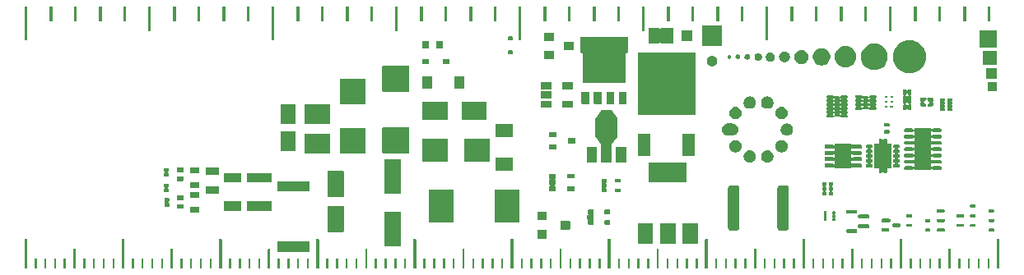
<source format=gts>
%TF.GenerationSoftware,KiCad,Pcbnew,9.0.3*%
%TF.CreationDate,2025-07-15T16:51:32+02:00*%
%TF.ProjectId,PCB_Ruler,5043425f-5275-46c6-9572-2e6b69636164,rev?*%
%TF.SameCoordinates,Original*%
%TF.FileFunction,Soldermask,Top*%
%TF.FilePolarity,Negative*%
%FSLAX46Y46*%
G04 Gerber Fmt 4.6, Leading zero omitted, Abs format (unit mm)*
G04 Created by KiCad (PCBNEW 9.0.3) date 2025-07-15 16:51:32*
%MOMM*%
%LPD*%
G01*
G04 APERTURE LIST*
G04 APERTURE END LIST*
G36*
X70399551Y-117000000D02*
G01*
X70400000Y-117000000D01*
X70400000Y-117000236D01*
X70404847Y-117006907D01*
X70405000Y-117007870D01*
X70405000Y-119984161D01*
X70400000Y-119999547D01*
X70400000Y-120000000D01*
X70399763Y-120000000D01*
X70393092Y-120004847D01*
X70392129Y-120005000D01*
X70115839Y-120005000D01*
X70100451Y-120000000D01*
X70100000Y-120000000D01*
X70100000Y-119999764D01*
X70095152Y-119993092D01*
X70095000Y-119992129D01*
X70095000Y-117015838D01*
X70100000Y-117000448D01*
X70100000Y-117000000D01*
X70100235Y-117000000D01*
X70106907Y-116995152D01*
X70107871Y-116995000D01*
X70384161Y-116995000D01*
X70399551Y-117000000D01*
G37*
G36*
X71349551Y-119000000D02*
G01*
X71350000Y-119000000D01*
X71350000Y-119000236D01*
X71354847Y-119006907D01*
X71355000Y-119007870D01*
X71355000Y-119984161D01*
X71350000Y-119999547D01*
X71350000Y-120000000D01*
X71349763Y-120000000D01*
X71343092Y-120004847D01*
X71342129Y-120005000D01*
X71165839Y-120005000D01*
X71150451Y-120000000D01*
X71150000Y-120000000D01*
X71150000Y-119999764D01*
X71145152Y-119993092D01*
X71145000Y-119992129D01*
X71145000Y-119015838D01*
X71150000Y-119000448D01*
X71150000Y-119000000D01*
X71150235Y-119000000D01*
X71156907Y-118995152D01*
X71157871Y-118995000D01*
X71334161Y-118995000D01*
X71349551Y-119000000D01*
G37*
G36*
X72349551Y-119000000D02*
G01*
X72350000Y-119000000D01*
X72350000Y-119000236D01*
X72354847Y-119006907D01*
X72355000Y-119007870D01*
X72355000Y-119984161D01*
X72350000Y-119999547D01*
X72350000Y-120000000D01*
X72349763Y-120000000D01*
X72343092Y-120004847D01*
X72342129Y-120005000D01*
X72165839Y-120005000D01*
X72150451Y-120000000D01*
X72150000Y-120000000D01*
X72150000Y-119999764D01*
X72145152Y-119993092D01*
X72145000Y-119992129D01*
X72145000Y-119015838D01*
X72150000Y-119000448D01*
X72150000Y-119000000D01*
X72150235Y-119000000D01*
X72156907Y-118995152D01*
X72157871Y-118995000D01*
X72334161Y-118995000D01*
X72349551Y-119000000D01*
G37*
G36*
X73349551Y-119000000D02*
G01*
X73350000Y-119000000D01*
X73350000Y-119000236D01*
X73354847Y-119006907D01*
X73355000Y-119007870D01*
X73355000Y-119984161D01*
X73350000Y-119999547D01*
X73350000Y-120000000D01*
X73349763Y-120000000D01*
X73343092Y-120004847D01*
X73342129Y-120005000D01*
X73165839Y-120005000D01*
X73150451Y-120000000D01*
X73150000Y-120000000D01*
X73150000Y-119999764D01*
X73145152Y-119993092D01*
X73145000Y-119992129D01*
X73145000Y-119015838D01*
X73150000Y-119000448D01*
X73150000Y-119000000D01*
X73150235Y-119000000D01*
X73156907Y-118995152D01*
X73157871Y-118995000D01*
X73334161Y-118995000D01*
X73349551Y-119000000D01*
G37*
G36*
X74349551Y-119000000D02*
G01*
X74350000Y-119000000D01*
X74350000Y-119000236D01*
X74354847Y-119006907D01*
X74355000Y-119007870D01*
X74355000Y-119984161D01*
X74350000Y-119999547D01*
X74350000Y-120000000D01*
X74349763Y-120000000D01*
X74343092Y-120004847D01*
X74342129Y-120005000D01*
X74165839Y-120005000D01*
X74150451Y-120000000D01*
X74150000Y-120000000D01*
X74150000Y-119999764D01*
X74145152Y-119993092D01*
X74145000Y-119992129D01*
X74145000Y-119015838D01*
X74150000Y-119000448D01*
X74150000Y-119000000D01*
X74150235Y-119000000D01*
X74156907Y-118995152D01*
X74157871Y-118995000D01*
X74334161Y-118995000D01*
X74349551Y-119000000D01*
G37*
G36*
X75349551Y-118000000D02*
G01*
X75350000Y-118000000D01*
X75350000Y-118000236D01*
X75354847Y-118006907D01*
X75355000Y-118007870D01*
X75355000Y-119984161D01*
X75350000Y-119999547D01*
X75350000Y-120000000D01*
X75349763Y-120000000D01*
X75343092Y-120004847D01*
X75342129Y-120005000D01*
X75165839Y-120005000D01*
X75150451Y-120000000D01*
X75150000Y-120000000D01*
X75150000Y-119999764D01*
X75145152Y-119993092D01*
X75145000Y-119992129D01*
X75145000Y-118015838D01*
X75150000Y-118000448D01*
X75150000Y-118000000D01*
X75150235Y-118000000D01*
X75156907Y-117995152D01*
X75157871Y-117995000D01*
X75334161Y-117995000D01*
X75349551Y-118000000D01*
G37*
G36*
X76349551Y-119000000D02*
G01*
X76350000Y-119000000D01*
X76350000Y-119000236D01*
X76354847Y-119006907D01*
X76355000Y-119007870D01*
X76355000Y-119984161D01*
X76350000Y-119999547D01*
X76350000Y-120000000D01*
X76349763Y-120000000D01*
X76343092Y-120004847D01*
X76342129Y-120005000D01*
X76165839Y-120005000D01*
X76150451Y-120000000D01*
X76150000Y-120000000D01*
X76150000Y-119999764D01*
X76145152Y-119993092D01*
X76145000Y-119992129D01*
X76145000Y-119015838D01*
X76150000Y-119000448D01*
X76150000Y-119000000D01*
X76150235Y-119000000D01*
X76156907Y-118995152D01*
X76157871Y-118995000D01*
X76334161Y-118995000D01*
X76349551Y-119000000D01*
G37*
G36*
X77349551Y-119000000D02*
G01*
X77350000Y-119000000D01*
X77350000Y-119000236D01*
X77354847Y-119006907D01*
X77355000Y-119007870D01*
X77355000Y-119984161D01*
X77350000Y-119999547D01*
X77350000Y-120000000D01*
X77349763Y-120000000D01*
X77343092Y-120004847D01*
X77342129Y-120005000D01*
X77165839Y-120005000D01*
X77150451Y-120000000D01*
X77150000Y-120000000D01*
X77150000Y-119999764D01*
X77145152Y-119993092D01*
X77145000Y-119992129D01*
X77145000Y-119015838D01*
X77150000Y-119000448D01*
X77150000Y-119000000D01*
X77150235Y-119000000D01*
X77156907Y-118995152D01*
X77157871Y-118995000D01*
X77334161Y-118995000D01*
X77349551Y-119000000D01*
G37*
G36*
X78349551Y-119000000D02*
G01*
X78350000Y-119000000D01*
X78350000Y-119000236D01*
X78354847Y-119006907D01*
X78355000Y-119007870D01*
X78355000Y-119984161D01*
X78350000Y-119999547D01*
X78350000Y-120000000D01*
X78349763Y-120000000D01*
X78343092Y-120004847D01*
X78342129Y-120005000D01*
X78165839Y-120005000D01*
X78150451Y-120000000D01*
X78150000Y-120000000D01*
X78150000Y-119999764D01*
X78145152Y-119993092D01*
X78145000Y-119992129D01*
X78145000Y-119015838D01*
X78150000Y-119000448D01*
X78150000Y-119000000D01*
X78150235Y-119000000D01*
X78156907Y-118995152D01*
X78157871Y-118995000D01*
X78334161Y-118995000D01*
X78349551Y-119000000D01*
G37*
G36*
X79349551Y-119000000D02*
G01*
X79350000Y-119000000D01*
X79350000Y-119000236D01*
X79354847Y-119006907D01*
X79355000Y-119007870D01*
X79355000Y-119984161D01*
X79350000Y-119999547D01*
X79350000Y-120000000D01*
X79349763Y-120000000D01*
X79343092Y-120004847D01*
X79342129Y-120005000D01*
X79165839Y-120005000D01*
X79150451Y-120000000D01*
X79150000Y-120000000D01*
X79150000Y-119999764D01*
X79145152Y-119993092D01*
X79145000Y-119992129D01*
X79145000Y-119015838D01*
X79150000Y-119000448D01*
X79150000Y-119000000D01*
X79150235Y-119000000D01*
X79156907Y-118995152D01*
X79157871Y-118995000D01*
X79334161Y-118995000D01*
X79349551Y-119000000D01*
G37*
G36*
X80399551Y-117000000D02*
G01*
X80400000Y-117000000D01*
X80400000Y-117000236D01*
X80404847Y-117006907D01*
X80405000Y-117007870D01*
X80405000Y-119984161D01*
X80400000Y-119999547D01*
X80400000Y-120000000D01*
X80399763Y-120000000D01*
X80393092Y-120004847D01*
X80392129Y-120005000D01*
X80115839Y-120005000D01*
X80100451Y-120000000D01*
X80100000Y-120000000D01*
X80100000Y-119999764D01*
X80095152Y-119993092D01*
X80095000Y-119992129D01*
X80095000Y-117015838D01*
X80100000Y-117000448D01*
X80100000Y-117000000D01*
X80100235Y-117000000D01*
X80106907Y-116995152D01*
X80107871Y-116995000D01*
X80384161Y-116995000D01*
X80399551Y-117000000D01*
G37*
G36*
X81349551Y-119000000D02*
G01*
X81350000Y-119000000D01*
X81350000Y-119000236D01*
X81354847Y-119006907D01*
X81355000Y-119007870D01*
X81355000Y-119984161D01*
X81350000Y-119999547D01*
X81350000Y-120000000D01*
X81349763Y-120000000D01*
X81343092Y-120004847D01*
X81342129Y-120005000D01*
X81165839Y-120005000D01*
X81150451Y-120000000D01*
X81150000Y-120000000D01*
X81150000Y-119999764D01*
X81145152Y-119993092D01*
X81145000Y-119992129D01*
X81145000Y-119015838D01*
X81150000Y-119000448D01*
X81150000Y-119000000D01*
X81150235Y-119000000D01*
X81156907Y-118995152D01*
X81157871Y-118995000D01*
X81334161Y-118995000D01*
X81349551Y-119000000D01*
G37*
G36*
X82349551Y-119000000D02*
G01*
X82350000Y-119000000D01*
X82350000Y-119000236D01*
X82354847Y-119006907D01*
X82355000Y-119007870D01*
X82355000Y-119984161D01*
X82350000Y-119999547D01*
X82350000Y-120000000D01*
X82349763Y-120000000D01*
X82343092Y-120004847D01*
X82342129Y-120005000D01*
X82165839Y-120005000D01*
X82150451Y-120000000D01*
X82150000Y-120000000D01*
X82150000Y-119999764D01*
X82145152Y-119993092D01*
X82145000Y-119992129D01*
X82145000Y-119015838D01*
X82150000Y-119000448D01*
X82150000Y-119000000D01*
X82150235Y-119000000D01*
X82156907Y-118995152D01*
X82157871Y-118995000D01*
X82334161Y-118995000D01*
X82349551Y-119000000D01*
G37*
G36*
X83349551Y-119000000D02*
G01*
X83350000Y-119000000D01*
X83350000Y-119000236D01*
X83354847Y-119006907D01*
X83355000Y-119007870D01*
X83355000Y-119984161D01*
X83350000Y-119999547D01*
X83350000Y-120000000D01*
X83349763Y-120000000D01*
X83343092Y-120004847D01*
X83342129Y-120005000D01*
X83165839Y-120005000D01*
X83150451Y-120000000D01*
X83150000Y-120000000D01*
X83150000Y-119999764D01*
X83145152Y-119993092D01*
X83145000Y-119992129D01*
X83145000Y-119015838D01*
X83150000Y-119000448D01*
X83150000Y-119000000D01*
X83150235Y-119000000D01*
X83156907Y-118995152D01*
X83157871Y-118995000D01*
X83334161Y-118995000D01*
X83349551Y-119000000D01*
G37*
G36*
X84349551Y-119000000D02*
G01*
X84350000Y-119000000D01*
X84350000Y-119000236D01*
X84354847Y-119006907D01*
X84355000Y-119007870D01*
X84355000Y-119984161D01*
X84350000Y-119999547D01*
X84350000Y-120000000D01*
X84349763Y-120000000D01*
X84343092Y-120004847D01*
X84342129Y-120005000D01*
X84165839Y-120005000D01*
X84150451Y-120000000D01*
X84150000Y-120000000D01*
X84150000Y-119999764D01*
X84145152Y-119993092D01*
X84145000Y-119992129D01*
X84145000Y-119015838D01*
X84150000Y-119000448D01*
X84150000Y-119000000D01*
X84150235Y-119000000D01*
X84156907Y-118995152D01*
X84157871Y-118995000D01*
X84334161Y-118995000D01*
X84349551Y-119000000D01*
G37*
G36*
X85349551Y-118000000D02*
G01*
X85350000Y-118000000D01*
X85350000Y-118000236D01*
X85354847Y-118006907D01*
X85355000Y-118007870D01*
X85355000Y-119984161D01*
X85350000Y-119999547D01*
X85350000Y-120000000D01*
X85349763Y-120000000D01*
X85343092Y-120004847D01*
X85342129Y-120005000D01*
X85165839Y-120005000D01*
X85150451Y-120000000D01*
X85150000Y-120000000D01*
X85150000Y-119999764D01*
X85145152Y-119993092D01*
X85145000Y-119992129D01*
X85145000Y-118015838D01*
X85150000Y-118000448D01*
X85150000Y-118000000D01*
X85150235Y-118000000D01*
X85156907Y-117995152D01*
X85157871Y-117995000D01*
X85334161Y-117995000D01*
X85349551Y-118000000D01*
G37*
G36*
X86349551Y-119000000D02*
G01*
X86350000Y-119000000D01*
X86350000Y-119000236D01*
X86354847Y-119006907D01*
X86355000Y-119007870D01*
X86355000Y-119984161D01*
X86350000Y-119999547D01*
X86350000Y-120000000D01*
X86349763Y-120000000D01*
X86343092Y-120004847D01*
X86342129Y-120005000D01*
X86165839Y-120005000D01*
X86150451Y-120000000D01*
X86150000Y-120000000D01*
X86150000Y-119999764D01*
X86145152Y-119993092D01*
X86145000Y-119992129D01*
X86145000Y-119015838D01*
X86150000Y-119000448D01*
X86150000Y-119000000D01*
X86150235Y-119000000D01*
X86156907Y-118995152D01*
X86157871Y-118995000D01*
X86334161Y-118995000D01*
X86349551Y-119000000D01*
G37*
G36*
X87349551Y-119000000D02*
G01*
X87350000Y-119000000D01*
X87350000Y-119000236D01*
X87354847Y-119006907D01*
X87355000Y-119007870D01*
X87355000Y-119984161D01*
X87350000Y-119999547D01*
X87350000Y-120000000D01*
X87349763Y-120000000D01*
X87343092Y-120004847D01*
X87342129Y-120005000D01*
X87165839Y-120005000D01*
X87150451Y-120000000D01*
X87150000Y-120000000D01*
X87150000Y-119999764D01*
X87145152Y-119993092D01*
X87145000Y-119992129D01*
X87145000Y-119015838D01*
X87150000Y-119000448D01*
X87150000Y-119000000D01*
X87150235Y-119000000D01*
X87156907Y-118995152D01*
X87157871Y-118995000D01*
X87334161Y-118995000D01*
X87349551Y-119000000D01*
G37*
G36*
X88349551Y-119000000D02*
G01*
X88350000Y-119000000D01*
X88350000Y-119000236D01*
X88354847Y-119006907D01*
X88355000Y-119007870D01*
X88355000Y-119984161D01*
X88350000Y-119999547D01*
X88350000Y-120000000D01*
X88349763Y-120000000D01*
X88343092Y-120004847D01*
X88342129Y-120005000D01*
X88165839Y-120005000D01*
X88150451Y-120000000D01*
X88150000Y-120000000D01*
X88150000Y-119999764D01*
X88145152Y-119993092D01*
X88145000Y-119992129D01*
X88145000Y-119015838D01*
X88150000Y-119000448D01*
X88150000Y-119000000D01*
X88150235Y-119000000D01*
X88156907Y-118995152D01*
X88157871Y-118995000D01*
X88334161Y-118995000D01*
X88349551Y-119000000D01*
G37*
G36*
X89349551Y-119000000D02*
G01*
X89350000Y-119000000D01*
X89350000Y-119000236D01*
X89354847Y-119006907D01*
X89355000Y-119007870D01*
X89355000Y-119984161D01*
X89350000Y-119999547D01*
X89350000Y-120000000D01*
X89349763Y-120000000D01*
X89343092Y-120004847D01*
X89342129Y-120005000D01*
X89165839Y-120005000D01*
X89150451Y-120000000D01*
X89150000Y-120000000D01*
X89150000Y-119999764D01*
X89145152Y-119993092D01*
X89145000Y-119992129D01*
X89145000Y-119015838D01*
X89150000Y-119000448D01*
X89150000Y-119000000D01*
X89150235Y-119000000D01*
X89156907Y-118995152D01*
X89157871Y-118995000D01*
X89334161Y-118995000D01*
X89349551Y-119000000D01*
G37*
G36*
X90399551Y-117000000D02*
G01*
X90400000Y-117000000D01*
X90400000Y-117000236D01*
X90404847Y-117006907D01*
X90405000Y-117007870D01*
X90405000Y-119984161D01*
X90400000Y-119999547D01*
X90400000Y-120000000D01*
X90399763Y-120000000D01*
X90393092Y-120004847D01*
X90392129Y-120005000D01*
X90115839Y-120005000D01*
X90100451Y-120000000D01*
X90100000Y-120000000D01*
X90100000Y-119999764D01*
X90095152Y-119993092D01*
X90095000Y-119992129D01*
X90095000Y-117015838D01*
X90100000Y-117000448D01*
X90100000Y-117000000D01*
X90100235Y-117000000D01*
X90106907Y-116995152D01*
X90107871Y-116995000D01*
X90384161Y-116995000D01*
X90399551Y-117000000D01*
G37*
G36*
X91349551Y-119000000D02*
G01*
X91350000Y-119000000D01*
X91350000Y-119000236D01*
X91354847Y-119006907D01*
X91355000Y-119007870D01*
X91355000Y-119984161D01*
X91350000Y-119999547D01*
X91350000Y-120000000D01*
X91349763Y-120000000D01*
X91343092Y-120004847D01*
X91342129Y-120005000D01*
X91165839Y-120005000D01*
X91150451Y-120000000D01*
X91150000Y-120000000D01*
X91150000Y-119999764D01*
X91145152Y-119993092D01*
X91145000Y-119992129D01*
X91145000Y-119015838D01*
X91150000Y-119000448D01*
X91150000Y-119000000D01*
X91150235Y-119000000D01*
X91156907Y-118995152D01*
X91157871Y-118995000D01*
X91334161Y-118995000D01*
X91349551Y-119000000D01*
G37*
G36*
X92349551Y-119000000D02*
G01*
X92350000Y-119000000D01*
X92350000Y-119000236D01*
X92354847Y-119006907D01*
X92355000Y-119007870D01*
X92355000Y-119984161D01*
X92350000Y-119999547D01*
X92350000Y-120000000D01*
X92349763Y-120000000D01*
X92343092Y-120004847D01*
X92342129Y-120005000D01*
X92165839Y-120005000D01*
X92150451Y-120000000D01*
X92150000Y-120000000D01*
X92150000Y-119999764D01*
X92145152Y-119993092D01*
X92145000Y-119992129D01*
X92145000Y-119015838D01*
X92150000Y-119000448D01*
X92150000Y-119000000D01*
X92150235Y-119000000D01*
X92156907Y-118995152D01*
X92157871Y-118995000D01*
X92334161Y-118995000D01*
X92349551Y-119000000D01*
G37*
G36*
X93349551Y-119000000D02*
G01*
X93350000Y-119000000D01*
X93350000Y-119000236D01*
X93354847Y-119006907D01*
X93355000Y-119007870D01*
X93355000Y-119984161D01*
X93350000Y-119999547D01*
X93350000Y-120000000D01*
X93349763Y-120000000D01*
X93343092Y-120004847D01*
X93342129Y-120005000D01*
X93165839Y-120005000D01*
X93150451Y-120000000D01*
X93150000Y-120000000D01*
X93150000Y-119999764D01*
X93145152Y-119993092D01*
X93145000Y-119992129D01*
X93145000Y-119015838D01*
X93150000Y-119000448D01*
X93150000Y-119000000D01*
X93150235Y-119000000D01*
X93156907Y-118995152D01*
X93157871Y-118995000D01*
X93334161Y-118995000D01*
X93349551Y-119000000D01*
G37*
G36*
X94349551Y-119000000D02*
G01*
X94350000Y-119000000D01*
X94350000Y-119000236D01*
X94354847Y-119006907D01*
X94355000Y-119007870D01*
X94355000Y-119984161D01*
X94350000Y-119999547D01*
X94350000Y-120000000D01*
X94349763Y-120000000D01*
X94343092Y-120004847D01*
X94342129Y-120005000D01*
X94165839Y-120005000D01*
X94150451Y-120000000D01*
X94150000Y-120000000D01*
X94150000Y-119999764D01*
X94145152Y-119993092D01*
X94145000Y-119992129D01*
X94145000Y-119015838D01*
X94150000Y-119000448D01*
X94150000Y-119000000D01*
X94150235Y-119000000D01*
X94156907Y-118995152D01*
X94157871Y-118995000D01*
X94334161Y-118995000D01*
X94349551Y-119000000D01*
G37*
G36*
X95349551Y-118000000D02*
G01*
X95350000Y-118000000D01*
X95350000Y-118000236D01*
X95354847Y-118006907D01*
X95355000Y-118007870D01*
X95355000Y-119984161D01*
X95350000Y-119999547D01*
X95350000Y-120000000D01*
X95349763Y-120000000D01*
X95343092Y-120004847D01*
X95342129Y-120005000D01*
X95165839Y-120005000D01*
X95150451Y-120000000D01*
X95150000Y-120000000D01*
X95150000Y-119999764D01*
X95145152Y-119993092D01*
X95145000Y-119992129D01*
X95145000Y-118015838D01*
X95150000Y-118000448D01*
X95150000Y-118000000D01*
X95150235Y-118000000D01*
X95156907Y-117995152D01*
X95157871Y-117995000D01*
X95334161Y-117995000D01*
X95349551Y-118000000D01*
G37*
G36*
X96349551Y-119000000D02*
G01*
X96350000Y-119000000D01*
X96350000Y-119000236D01*
X96354847Y-119006907D01*
X96355000Y-119007870D01*
X96355000Y-119984161D01*
X96350000Y-119999547D01*
X96350000Y-120000000D01*
X96349763Y-120000000D01*
X96343092Y-120004847D01*
X96342129Y-120005000D01*
X96165839Y-120005000D01*
X96150451Y-120000000D01*
X96150000Y-120000000D01*
X96150000Y-119999764D01*
X96145152Y-119993092D01*
X96145000Y-119992129D01*
X96145000Y-119015838D01*
X96150000Y-119000448D01*
X96150000Y-119000000D01*
X96150235Y-119000000D01*
X96156907Y-118995152D01*
X96157871Y-118995000D01*
X96334161Y-118995000D01*
X96349551Y-119000000D01*
G37*
G36*
X97349551Y-119000000D02*
G01*
X97350000Y-119000000D01*
X97350000Y-119000236D01*
X97354847Y-119006907D01*
X97355000Y-119007870D01*
X97355000Y-119984161D01*
X97350000Y-119999547D01*
X97350000Y-120000000D01*
X97349763Y-120000000D01*
X97343092Y-120004847D01*
X97342129Y-120005000D01*
X97165839Y-120005000D01*
X97150451Y-120000000D01*
X97150000Y-120000000D01*
X97150000Y-119999764D01*
X97145152Y-119993092D01*
X97145000Y-119992129D01*
X97145000Y-119015838D01*
X97150000Y-119000448D01*
X97150000Y-119000000D01*
X97150235Y-119000000D01*
X97156907Y-118995152D01*
X97157871Y-118995000D01*
X97334161Y-118995000D01*
X97349551Y-119000000D01*
G37*
G36*
X98349551Y-119000000D02*
G01*
X98350000Y-119000000D01*
X98350000Y-119000236D01*
X98354847Y-119006907D01*
X98355000Y-119007870D01*
X98355000Y-119984161D01*
X98350000Y-119999547D01*
X98350000Y-120000000D01*
X98349763Y-120000000D01*
X98343092Y-120004847D01*
X98342129Y-120005000D01*
X98165839Y-120005000D01*
X98150451Y-120000000D01*
X98150000Y-120000000D01*
X98150000Y-119999764D01*
X98145152Y-119993092D01*
X98145000Y-119992129D01*
X98145000Y-119015838D01*
X98150000Y-119000448D01*
X98150000Y-119000000D01*
X98150235Y-119000000D01*
X98156907Y-118995152D01*
X98157871Y-118995000D01*
X98334161Y-118995000D01*
X98349551Y-119000000D01*
G37*
G36*
X99349551Y-119000000D02*
G01*
X99350000Y-119000000D01*
X99350000Y-119000236D01*
X99354847Y-119006907D01*
X99355000Y-119007870D01*
X99355000Y-119984161D01*
X99350000Y-119999547D01*
X99350000Y-120000000D01*
X99349763Y-120000000D01*
X99343092Y-120004847D01*
X99342129Y-120005000D01*
X99165839Y-120005000D01*
X99150451Y-120000000D01*
X99150000Y-120000000D01*
X99150000Y-119999764D01*
X99145152Y-119993092D01*
X99145000Y-119992129D01*
X99145000Y-119015838D01*
X99150000Y-119000448D01*
X99150000Y-119000000D01*
X99150235Y-119000000D01*
X99156907Y-118995152D01*
X99157871Y-118995000D01*
X99334161Y-118995000D01*
X99349551Y-119000000D01*
G37*
G36*
X100399551Y-117000000D02*
G01*
X100400000Y-117000000D01*
X100400000Y-117000236D01*
X100404847Y-117006907D01*
X100405000Y-117007870D01*
X100405000Y-119984161D01*
X100400000Y-119999547D01*
X100400000Y-120000000D01*
X100399763Y-120000000D01*
X100393092Y-120004847D01*
X100392129Y-120005000D01*
X100115839Y-120005000D01*
X100100451Y-120000000D01*
X100100000Y-120000000D01*
X100100000Y-119999764D01*
X100095152Y-119993092D01*
X100095000Y-119992129D01*
X100095000Y-117015838D01*
X100100000Y-117000448D01*
X100100000Y-117000000D01*
X100100235Y-117000000D01*
X100106907Y-116995152D01*
X100107871Y-116995000D01*
X100384161Y-116995000D01*
X100399551Y-117000000D01*
G37*
G36*
X101349551Y-119000000D02*
G01*
X101350000Y-119000000D01*
X101350000Y-119000236D01*
X101354847Y-119006907D01*
X101355000Y-119007870D01*
X101355000Y-119984161D01*
X101350000Y-119999547D01*
X101350000Y-120000000D01*
X101349763Y-120000000D01*
X101343092Y-120004847D01*
X101342129Y-120005000D01*
X101165839Y-120005000D01*
X101150451Y-120000000D01*
X101150000Y-120000000D01*
X101150000Y-119999764D01*
X101145152Y-119993092D01*
X101145000Y-119992129D01*
X101145000Y-119015838D01*
X101150000Y-119000448D01*
X101150000Y-119000000D01*
X101150235Y-119000000D01*
X101156907Y-118995152D01*
X101157871Y-118995000D01*
X101334161Y-118995000D01*
X101349551Y-119000000D01*
G37*
G36*
X102349551Y-119000000D02*
G01*
X102350000Y-119000000D01*
X102350000Y-119000236D01*
X102354847Y-119006907D01*
X102355000Y-119007870D01*
X102355000Y-119984161D01*
X102350000Y-119999547D01*
X102350000Y-120000000D01*
X102349763Y-120000000D01*
X102343092Y-120004847D01*
X102342129Y-120005000D01*
X102165839Y-120005000D01*
X102150451Y-120000000D01*
X102150000Y-120000000D01*
X102150000Y-119999764D01*
X102145152Y-119993092D01*
X102145000Y-119992129D01*
X102145000Y-119015838D01*
X102150000Y-119000448D01*
X102150000Y-119000000D01*
X102150235Y-119000000D01*
X102156907Y-118995152D01*
X102157871Y-118995000D01*
X102334161Y-118995000D01*
X102349551Y-119000000D01*
G37*
G36*
X103349551Y-119000000D02*
G01*
X103350000Y-119000000D01*
X103350000Y-119000236D01*
X103354847Y-119006907D01*
X103355000Y-119007870D01*
X103355000Y-119984161D01*
X103350000Y-119999547D01*
X103350000Y-120000000D01*
X103349763Y-120000000D01*
X103343092Y-120004847D01*
X103342129Y-120005000D01*
X103165839Y-120005000D01*
X103150451Y-120000000D01*
X103150000Y-120000000D01*
X103150000Y-119999764D01*
X103145152Y-119993092D01*
X103145000Y-119992129D01*
X103145000Y-119015838D01*
X103150000Y-119000448D01*
X103150000Y-119000000D01*
X103150235Y-119000000D01*
X103156907Y-118995152D01*
X103157871Y-118995000D01*
X103334161Y-118995000D01*
X103349551Y-119000000D01*
G37*
G36*
X104349551Y-119000000D02*
G01*
X104350000Y-119000000D01*
X104350000Y-119000236D01*
X104354847Y-119006907D01*
X104355000Y-119007870D01*
X104355000Y-119984161D01*
X104350000Y-119999547D01*
X104350000Y-120000000D01*
X104349763Y-120000000D01*
X104343092Y-120004847D01*
X104342129Y-120005000D01*
X104165839Y-120005000D01*
X104150451Y-120000000D01*
X104150000Y-120000000D01*
X104150000Y-119999764D01*
X104145152Y-119993092D01*
X104145000Y-119992129D01*
X104145000Y-119015838D01*
X104150000Y-119000448D01*
X104150000Y-119000000D01*
X104150235Y-119000000D01*
X104156907Y-118995152D01*
X104157871Y-118995000D01*
X104334161Y-118995000D01*
X104349551Y-119000000D01*
G37*
G36*
X105349551Y-118000000D02*
G01*
X105350000Y-118000000D01*
X105350000Y-118000236D01*
X105354847Y-118006907D01*
X105355000Y-118007870D01*
X105355000Y-119984161D01*
X105350000Y-119999547D01*
X105350000Y-120000000D01*
X105349763Y-120000000D01*
X105343092Y-120004847D01*
X105342129Y-120005000D01*
X105165839Y-120005000D01*
X105150451Y-120000000D01*
X105150000Y-120000000D01*
X105150000Y-119999764D01*
X105145152Y-119993092D01*
X105145000Y-119992129D01*
X105145000Y-118015838D01*
X105150000Y-118000448D01*
X105150000Y-118000000D01*
X105150235Y-118000000D01*
X105156907Y-117995152D01*
X105157871Y-117995000D01*
X105334161Y-117995000D01*
X105349551Y-118000000D01*
G37*
G36*
X106349551Y-119000000D02*
G01*
X106350000Y-119000000D01*
X106350000Y-119000236D01*
X106354847Y-119006907D01*
X106355000Y-119007870D01*
X106355000Y-119984161D01*
X106350000Y-119999547D01*
X106350000Y-120000000D01*
X106349763Y-120000000D01*
X106343092Y-120004847D01*
X106342129Y-120005000D01*
X106165839Y-120005000D01*
X106150451Y-120000000D01*
X106150000Y-120000000D01*
X106150000Y-119999764D01*
X106145152Y-119993092D01*
X106145000Y-119992129D01*
X106145000Y-119015838D01*
X106150000Y-119000448D01*
X106150000Y-119000000D01*
X106150235Y-119000000D01*
X106156907Y-118995152D01*
X106157871Y-118995000D01*
X106334161Y-118995000D01*
X106349551Y-119000000D01*
G37*
G36*
X107349551Y-119000000D02*
G01*
X107350000Y-119000000D01*
X107350000Y-119000236D01*
X107354847Y-119006907D01*
X107355000Y-119007870D01*
X107355000Y-119984161D01*
X107350000Y-119999547D01*
X107350000Y-120000000D01*
X107349763Y-120000000D01*
X107343092Y-120004847D01*
X107342129Y-120005000D01*
X107165839Y-120005000D01*
X107150451Y-120000000D01*
X107150000Y-120000000D01*
X107150000Y-119999764D01*
X107145152Y-119993092D01*
X107145000Y-119992129D01*
X107145000Y-119015838D01*
X107150000Y-119000448D01*
X107150000Y-119000000D01*
X107150235Y-119000000D01*
X107156907Y-118995152D01*
X107157871Y-118995000D01*
X107334161Y-118995000D01*
X107349551Y-119000000D01*
G37*
G36*
X108349551Y-119000000D02*
G01*
X108350000Y-119000000D01*
X108350000Y-119000236D01*
X108354847Y-119006907D01*
X108355000Y-119007870D01*
X108355000Y-119984161D01*
X108350000Y-119999547D01*
X108350000Y-120000000D01*
X108349763Y-120000000D01*
X108343092Y-120004847D01*
X108342129Y-120005000D01*
X108165839Y-120005000D01*
X108150451Y-120000000D01*
X108150000Y-120000000D01*
X108150000Y-119999764D01*
X108145152Y-119993092D01*
X108145000Y-119992129D01*
X108145000Y-119015838D01*
X108150000Y-119000448D01*
X108150000Y-119000000D01*
X108150235Y-119000000D01*
X108156907Y-118995152D01*
X108157871Y-118995000D01*
X108334161Y-118995000D01*
X108349551Y-119000000D01*
G37*
G36*
X109349551Y-119000000D02*
G01*
X109350000Y-119000000D01*
X109350000Y-119000236D01*
X109354847Y-119006907D01*
X109355000Y-119007870D01*
X109355000Y-119984161D01*
X109350000Y-119999547D01*
X109350000Y-120000000D01*
X109349763Y-120000000D01*
X109343092Y-120004847D01*
X109342129Y-120005000D01*
X109165839Y-120005000D01*
X109150451Y-120000000D01*
X109150000Y-120000000D01*
X109150000Y-119999764D01*
X109145152Y-119993092D01*
X109145000Y-119992129D01*
X109145000Y-119015838D01*
X109150000Y-119000448D01*
X109150000Y-119000000D01*
X109150235Y-119000000D01*
X109156907Y-118995152D01*
X109157871Y-118995000D01*
X109334161Y-118995000D01*
X109349551Y-119000000D01*
G37*
G36*
X110399551Y-117000000D02*
G01*
X110400000Y-117000000D01*
X110400000Y-117000236D01*
X110404847Y-117006907D01*
X110405000Y-117007870D01*
X110405000Y-119984161D01*
X110400000Y-119999547D01*
X110400000Y-120000000D01*
X110399763Y-120000000D01*
X110393092Y-120004847D01*
X110392129Y-120005000D01*
X110115839Y-120005000D01*
X110100451Y-120000000D01*
X110100000Y-120000000D01*
X110100000Y-119999764D01*
X110095152Y-119993092D01*
X110095000Y-119992129D01*
X110095000Y-117015838D01*
X110100000Y-117000448D01*
X110100000Y-117000000D01*
X110100235Y-117000000D01*
X110106907Y-116995152D01*
X110107871Y-116995000D01*
X110384161Y-116995000D01*
X110399551Y-117000000D01*
G37*
G36*
X111349551Y-119000000D02*
G01*
X111350000Y-119000000D01*
X111350000Y-119000236D01*
X111354847Y-119006907D01*
X111355000Y-119007870D01*
X111355000Y-119984161D01*
X111350000Y-119999547D01*
X111350000Y-120000000D01*
X111349763Y-120000000D01*
X111343092Y-120004847D01*
X111342129Y-120005000D01*
X111165839Y-120005000D01*
X111150451Y-120000000D01*
X111150000Y-120000000D01*
X111150000Y-119999764D01*
X111145152Y-119993092D01*
X111145000Y-119992129D01*
X111145000Y-119015838D01*
X111150000Y-119000448D01*
X111150000Y-119000000D01*
X111150235Y-119000000D01*
X111156907Y-118995152D01*
X111157871Y-118995000D01*
X111334161Y-118995000D01*
X111349551Y-119000000D01*
G37*
G36*
X112349551Y-119000000D02*
G01*
X112350000Y-119000000D01*
X112350000Y-119000236D01*
X112354847Y-119006907D01*
X112355000Y-119007870D01*
X112355000Y-119984161D01*
X112350000Y-119999547D01*
X112350000Y-120000000D01*
X112349763Y-120000000D01*
X112343092Y-120004847D01*
X112342129Y-120005000D01*
X112165839Y-120005000D01*
X112150451Y-120000000D01*
X112150000Y-120000000D01*
X112150000Y-119999764D01*
X112145152Y-119993092D01*
X112145000Y-119992129D01*
X112145000Y-119015838D01*
X112150000Y-119000448D01*
X112150000Y-119000000D01*
X112150235Y-119000000D01*
X112156907Y-118995152D01*
X112157871Y-118995000D01*
X112334161Y-118995000D01*
X112349551Y-119000000D01*
G37*
G36*
X113349551Y-119000000D02*
G01*
X113350000Y-119000000D01*
X113350000Y-119000236D01*
X113354847Y-119006907D01*
X113355000Y-119007870D01*
X113355000Y-119984161D01*
X113350000Y-119999547D01*
X113350000Y-120000000D01*
X113349763Y-120000000D01*
X113343092Y-120004847D01*
X113342129Y-120005000D01*
X113165839Y-120005000D01*
X113150451Y-120000000D01*
X113150000Y-120000000D01*
X113150000Y-119999764D01*
X113145152Y-119993092D01*
X113145000Y-119992129D01*
X113145000Y-119015838D01*
X113150000Y-119000448D01*
X113150000Y-119000000D01*
X113150235Y-119000000D01*
X113156907Y-118995152D01*
X113157871Y-118995000D01*
X113334161Y-118995000D01*
X113349551Y-119000000D01*
G37*
G36*
X114349551Y-119000000D02*
G01*
X114350000Y-119000000D01*
X114350000Y-119000236D01*
X114354847Y-119006907D01*
X114355000Y-119007870D01*
X114355000Y-119984161D01*
X114350000Y-119999547D01*
X114350000Y-120000000D01*
X114349763Y-120000000D01*
X114343092Y-120004847D01*
X114342129Y-120005000D01*
X114165839Y-120005000D01*
X114150451Y-120000000D01*
X114150000Y-120000000D01*
X114150000Y-119999764D01*
X114145152Y-119993092D01*
X114145000Y-119992129D01*
X114145000Y-119015838D01*
X114150000Y-119000448D01*
X114150000Y-119000000D01*
X114150235Y-119000000D01*
X114156907Y-118995152D01*
X114157871Y-118995000D01*
X114334161Y-118995000D01*
X114349551Y-119000000D01*
G37*
G36*
X115349551Y-118000000D02*
G01*
X115350000Y-118000000D01*
X115350000Y-118000236D01*
X115354847Y-118006907D01*
X115355000Y-118007870D01*
X115355000Y-119984161D01*
X115350000Y-119999547D01*
X115350000Y-120000000D01*
X115349763Y-120000000D01*
X115343092Y-120004847D01*
X115342129Y-120005000D01*
X115165839Y-120005000D01*
X115150451Y-120000000D01*
X115150000Y-120000000D01*
X115150000Y-119999764D01*
X115145152Y-119993092D01*
X115145000Y-119992129D01*
X115145000Y-118015838D01*
X115150000Y-118000448D01*
X115150000Y-118000000D01*
X115150235Y-118000000D01*
X115156907Y-117995152D01*
X115157871Y-117995000D01*
X115334161Y-117995000D01*
X115349551Y-118000000D01*
G37*
G36*
X116349551Y-119000000D02*
G01*
X116350000Y-119000000D01*
X116350000Y-119000236D01*
X116354847Y-119006907D01*
X116355000Y-119007870D01*
X116355000Y-119984161D01*
X116350000Y-119999547D01*
X116350000Y-120000000D01*
X116349763Y-120000000D01*
X116343092Y-120004847D01*
X116342129Y-120005000D01*
X116165839Y-120005000D01*
X116150451Y-120000000D01*
X116150000Y-120000000D01*
X116150000Y-119999764D01*
X116145152Y-119993092D01*
X116145000Y-119992129D01*
X116145000Y-119015838D01*
X116150000Y-119000448D01*
X116150000Y-119000000D01*
X116150235Y-119000000D01*
X116156907Y-118995152D01*
X116157871Y-118995000D01*
X116334161Y-118995000D01*
X116349551Y-119000000D01*
G37*
G36*
X117349551Y-119000000D02*
G01*
X117350000Y-119000000D01*
X117350000Y-119000236D01*
X117354847Y-119006907D01*
X117355000Y-119007870D01*
X117355000Y-119984161D01*
X117350000Y-119999547D01*
X117350000Y-120000000D01*
X117349763Y-120000000D01*
X117343092Y-120004847D01*
X117342129Y-120005000D01*
X117165839Y-120005000D01*
X117150451Y-120000000D01*
X117150000Y-120000000D01*
X117150000Y-119999764D01*
X117145152Y-119993092D01*
X117145000Y-119992129D01*
X117145000Y-119015838D01*
X117150000Y-119000448D01*
X117150000Y-119000000D01*
X117150235Y-119000000D01*
X117156907Y-118995152D01*
X117157871Y-118995000D01*
X117334161Y-118995000D01*
X117349551Y-119000000D01*
G37*
G36*
X118349551Y-119000000D02*
G01*
X118350000Y-119000000D01*
X118350000Y-119000236D01*
X118354847Y-119006907D01*
X118355000Y-119007870D01*
X118355000Y-119984161D01*
X118350000Y-119999547D01*
X118350000Y-120000000D01*
X118349763Y-120000000D01*
X118343092Y-120004847D01*
X118342129Y-120005000D01*
X118165839Y-120005000D01*
X118150451Y-120000000D01*
X118150000Y-120000000D01*
X118150000Y-119999764D01*
X118145152Y-119993092D01*
X118145000Y-119992129D01*
X118145000Y-119015838D01*
X118150000Y-119000448D01*
X118150000Y-119000000D01*
X118150235Y-119000000D01*
X118156907Y-118995152D01*
X118157871Y-118995000D01*
X118334161Y-118995000D01*
X118349551Y-119000000D01*
G37*
G36*
X119349551Y-119000000D02*
G01*
X119350000Y-119000000D01*
X119350000Y-119000236D01*
X119354847Y-119006907D01*
X119355000Y-119007870D01*
X119355000Y-119984161D01*
X119350000Y-119999547D01*
X119350000Y-120000000D01*
X119349763Y-120000000D01*
X119343092Y-120004847D01*
X119342129Y-120005000D01*
X119165839Y-120005000D01*
X119150451Y-120000000D01*
X119150000Y-120000000D01*
X119150000Y-119999764D01*
X119145152Y-119993092D01*
X119145000Y-119992129D01*
X119145000Y-119015838D01*
X119150000Y-119000448D01*
X119150000Y-119000000D01*
X119150235Y-119000000D01*
X119156907Y-118995152D01*
X119157871Y-118995000D01*
X119334161Y-118995000D01*
X119349551Y-119000000D01*
G37*
G36*
X120399551Y-117000000D02*
G01*
X120400000Y-117000000D01*
X120400000Y-117000236D01*
X120404847Y-117006907D01*
X120405000Y-117007870D01*
X120405000Y-119984161D01*
X120400000Y-119999547D01*
X120400000Y-120000000D01*
X120399763Y-120000000D01*
X120393092Y-120004847D01*
X120392129Y-120005000D01*
X120115839Y-120005000D01*
X120100451Y-120000000D01*
X120100000Y-120000000D01*
X120100000Y-119999764D01*
X120095152Y-119993092D01*
X120095000Y-119992129D01*
X120095000Y-117015838D01*
X120100000Y-117000448D01*
X120100000Y-117000000D01*
X120100235Y-117000000D01*
X120106907Y-116995152D01*
X120107871Y-116995000D01*
X120384161Y-116995000D01*
X120399551Y-117000000D01*
G37*
G36*
X121349551Y-119000000D02*
G01*
X121350000Y-119000000D01*
X121350000Y-119000236D01*
X121354847Y-119006907D01*
X121355000Y-119007870D01*
X121355000Y-119984161D01*
X121350000Y-119999547D01*
X121350000Y-120000000D01*
X121349763Y-120000000D01*
X121343092Y-120004847D01*
X121342129Y-120005000D01*
X121165839Y-120005000D01*
X121150451Y-120000000D01*
X121150000Y-120000000D01*
X121150000Y-119999764D01*
X121145152Y-119993092D01*
X121145000Y-119992129D01*
X121145000Y-119015838D01*
X121150000Y-119000448D01*
X121150000Y-119000000D01*
X121150235Y-119000000D01*
X121156907Y-118995152D01*
X121157871Y-118995000D01*
X121334161Y-118995000D01*
X121349551Y-119000000D01*
G37*
G36*
X122349551Y-119000000D02*
G01*
X122350000Y-119000000D01*
X122350000Y-119000236D01*
X122354847Y-119006907D01*
X122355000Y-119007870D01*
X122355000Y-119984161D01*
X122350000Y-119999547D01*
X122350000Y-120000000D01*
X122349763Y-120000000D01*
X122343092Y-120004847D01*
X122342129Y-120005000D01*
X122165839Y-120005000D01*
X122150451Y-120000000D01*
X122150000Y-120000000D01*
X122150000Y-119999764D01*
X122145152Y-119993092D01*
X122145000Y-119992129D01*
X122145000Y-119015838D01*
X122150000Y-119000448D01*
X122150000Y-119000000D01*
X122150235Y-119000000D01*
X122156907Y-118995152D01*
X122157871Y-118995000D01*
X122334161Y-118995000D01*
X122349551Y-119000000D01*
G37*
G36*
X123349551Y-119000000D02*
G01*
X123350000Y-119000000D01*
X123350000Y-119000236D01*
X123354847Y-119006907D01*
X123355000Y-119007870D01*
X123355000Y-119984161D01*
X123350000Y-119999547D01*
X123350000Y-120000000D01*
X123349763Y-120000000D01*
X123343092Y-120004847D01*
X123342129Y-120005000D01*
X123165839Y-120005000D01*
X123150451Y-120000000D01*
X123150000Y-120000000D01*
X123150000Y-119999764D01*
X123145152Y-119993092D01*
X123145000Y-119992129D01*
X123145000Y-119015838D01*
X123150000Y-119000448D01*
X123150000Y-119000000D01*
X123150235Y-119000000D01*
X123156907Y-118995152D01*
X123157871Y-118995000D01*
X123334161Y-118995000D01*
X123349551Y-119000000D01*
G37*
G36*
X124349551Y-119000000D02*
G01*
X124350000Y-119000000D01*
X124350000Y-119000236D01*
X124354847Y-119006907D01*
X124355000Y-119007870D01*
X124355000Y-119984161D01*
X124350000Y-119999547D01*
X124350000Y-120000000D01*
X124349763Y-120000000D01*
X124343092Y-120004847D01*
X124342129Y-120005000D01*
X124165839Y-120005000D01*
X124150451Y-120000000D01*
X124150000Y-120000000D01*
X124150000Y-119999764D01*
X124145152Y-119993092D01*
X124145000Y-119992129D01*
X124145000Y-119015838D01*
X124150000Y-119000448D01*
X124150000Y-119000000D01*
X124150235Y-119000000D01*
X124156907Y-118995152D01*
X124157871Y-118995000D01*
X124334161Y-118995000D01*
X124349551Y-119000000D01*
G37*
G36*
X125349551Y-118000000D02*
G01*
X125350000Y-118000000D01*
X125350000Y-118000236D01*
X125354847Y-118006907D01*
X125355000Y-118007870D01*
X125355000Y-119984161D01*
X125350000Y-119999547D01*
X125350000Y-120000000D01*
X125349763Y-120000000D01*
X125343092Y-120004847D01*
X125342129Y-120005000D01*
X125165839Y-120005000D01*
X125150451Y-120000000D01*
X125150000Y-120000000D01*
X125150000Y-119999764D01*
X125145152Y-119993092D01*
X125145000Y-119992129D01*
X125145000Y-118015838D01*
X125150000Y-118000448D01*
X125150000Y-118000000D01*
X125150235Y-118000000D01*
X125156907Y-117995152D01*
X125157871Y-117995000D01*
X125334161Y-117995000D01*
X125349551Y-118000000D01*
G37*
G36*
X126349551Y-119000000D02*
G01*
X126350000Y-119000000D01*
X126350000Y-119000236D01*
X126354847Y-119006907D01*
X126355000Y-119007870D01*
X126355000Y-119984161D01*
X126350000Y-119999547D01*
X126350000Y-120000000D01*
X126349763Y-120000000D01*
X126343092Y-120004847D01*
X126342129Y-120005000D01*
X126165839Y-120005000D01*
X126150451Y-120000000D01*
X126150000Y-120000000D01*
X126150000Y-119999764D01*
X126145152Y-119993092D01*
X126145000Y-119992129D01*
X126145000Y-119015838D01*
X126150000Y-119000448D01*
X126150000Y-119000000D01*
X126150235Y-119000000D01*
X126156907Y-118995152D01*
X126157871Y-118995000D01*
X126334161Y-118995000D01*
X126349551Y-119000000D01*
G37*
G36*
X127349551Y-119000000D02*
G01*
X127350000Y-119000000D01*
X127350000Y-119000236D01*
X127354847Y-119006907D01*
X127355000Y-119007870D01*
X127355000Y-119984161D01*
X127350000Y-119999547D01*
X127350000Y-120000000D01*
X127349763Y-120000000D01*
X127343092Y-120004847D01*
X127342129Y-120005000D01*
X127165839Y-120005000D01*
X127150451Y-120000000D01*
X127150000Y-120000000D01*
X127150000Y-119999764D01*
X127145152Y-119993092D01*
X127145000Y-119992129D01*
X127145000Y-119015838D01*
X127150000Y-119000448D01*
X127150000Y-119000000D01*
X127150235Y-119000000D01*
X127156907Y-118995152D01*
X127157871Y-118995000D01*
X127334161Y-118995000D01*
X127349551Y-119000000D01*
G37*
G36*
X128349551Y-119000000D02*
G01*
X128350000Y-119000000D01*
X128350000Y-119000236D01*
X128354847Y-119006907D01*
X128355000Y-119007870D01*
X128355000Y-119984161D01*
X128350000Y-119999547D01*
X128350000Y-120000000D01*
X128349763Y-120000000D01*
X128343092Y-120004847D01*
X128342129Y-120005000D01*
X128165839Y-120005000D01*
X128150451Y-120000000D01*
X128150000Y-120000000D01*
X128150000Y-119999764D01*
X128145152Y-119993092D01*
X128145000Y-119992129D01*
X128145000Y-119015838D01*
X128150000Y-119000448D01*
X128150000Y-119000000D01*
X128150235Y-119000000D01*
X128156907Y-118995152D01*
X128157871Y-118995000D01*
X128334161Y-118995000D01*
X128349551Y-119000000D01*
G37*
G36*
X129349551Y-119000000D02*
G01*
X129350000Y-119000000D01*
X129350000Y-119000236D01*
X129354847Y-119006907D01*
X129355000Y-119007870D01*
X129355000Y-119984161D01*
X129350000Y-119999547D01*
X129350000Y-120000000D01*
X129349763Y-120000000D01*
X129343092Y-120004847D01*
X129342129Y-120005000D01*
X129165839Y-120005000D01*
X129150451Y-120000000D01*
X129150000Y-120000000D01*
X129150000Y-119999764D01*
X129145152Y-119993092D01*
X129145000Y-119992129D01*
X129145000Y-119015838D01*
X129150000Y-119000448D01*
X129150000Y-119000000D01*
X129150235Y-119000000D01*
X129156907Y-118995152D01*
X129157871Y-118995000D01*
X129334161Y-118995000D01*
X129349551Y-119000000D01*
G37*
G36*
X130399551Y-117000000D02*
G01*
X130400000Y-117000000D01*
X130400000Y-117000236D01*
X130404847Y-117006907D01*
X130405000Y-117007870D01*
X130405000Y-119984161D01*
X130400000Y-119999547D01*
X130400000Y-120000000D01*
X130399763Y-120000000D01*
X130393092Y-120004847D01*
X130392129Y-120005000D01*
X130115839Y-120005000D01*
X130100451Y-120000000D01*
X130100000Y-120000000D01*
X130100000Y-119999764D01*
X130095152Y-119993092D01*
X130095000Y-119992129D01*
X130095000Y-117015838D01*
X130100000Y-117000448D01*
X130100000Y-117000000D01*
X130100235Y-117000000D01*
X130106907Y-116995152D01*
X130107871Y-116995000D01*
X130384161Y-116995000D01*
X130399551Y-117000000D01*
G37*
G36*
X131349551Y-119000000D02*
G01*
X131350000Y-119000000D01*
X131350000Y-119000236D01*
X131354847Y-119006907D01*
X131355000Y-119007870D01*
X131355000Y-119984161D01*
X131350000Y-119999547D01*
X131350000Y-120000000D01*
X131349763Y-120000000D01*
X131343092Y-120004847D01*
X131342129Y-120005000D01*
X131165839Y-120005000D01*
X131150451Y-120000000D01*
X131150000Y-120000000D01*
X131150000Y-119999764D01*
X131145152Y-119993092D01*
X131145000Y-119992129D01*
X131145000Y-119015838D01*
X131150000Y-119000448D01*
X131150000Y-119000000D01*
X131150235Y-119000000D01*
X131156907Y-118995152D01*
X131157871Y-118995000D01*
X131334161Y-118995000D01*
X131349551Y-119000000D01*
G37*
G36*
X132349551Y-119000000D02*
G01*
X132350000Y-119000000D01*
X132350000Y-119000236D01*
X132354847Y-119006907D01*
X132355000Y-119007870D01*
X132355000Y-119984161D01*
X132350000Y-119999547D01*
X132350000Y-120000000D01*
X132349763Y-120000000D01*
X132343092Y-120004847D01*
X132342129Y-120005000D01*
X132165839Y-120005000D01*
X132150451Y-120000000D01*
X132150000Y-120000000D01*
X132150000Y-119999764D01*
X132145152Y-119993092D01*
X132145000Y-119992129D01*
X132145000Y-119015838D01*
X132150000Y-119000448D01*
X132150000Y-119000000D01*
X132150235Y-119000000D01*
X132156907Y-118995152D01*
X132157871Y-118995000D01*
X132334161Y-118995000D01*
X132349551Y-119000000D01*
G37*
G36*
X133349551Y-119000000D02*
G01*
X133350000Y-119000000D01*
X133350000Y-119000236D01*
X133354847Y-119006907D01*
X133355000Y-119007870D01*
X133355000Y-119984161D01*
X133350000Y-119999547D01*
X133350000Y-120000000D01*
X133349763Y-120000000D01*
X133343092Y-120004847D01*
X133342129Y-120005000D01*
X133165839Y-120005000D01*
X133150451Y-120000000D01*
X133150000Y-120000000D01*
X133150000Y-119999764D01*
X133145152Y-119993092D01*
X133145000Y-119992129D01*
X133145000Y-119015838D01*
X133150000Y-119000448D01*
X133150000Y-119000000D01*
X133150235Y-119000000D01*
X133156907Y-118995152D01*
X133157871Y-118995000D01*
X133334161Y-118995000D01*
X133349551Y-119000000D01*
G37*
G36*
X134349551Y-119000000D02*
G01*
X134350000Y-119000000D01*
X134350000Y-119000236D01*
X134354847Y-119006907D01*
X134355000Y-119007870D01*
X134355000Y-119984161D01*
X134350000Y-119999547D01*
X134350000Y-120000000D01*
X134349763Y-120000000D01*
X134343092Y-120004847D01*
X134342129Y-120005000D01*
X134165839Y-120005000D01*
X134150451Y-120000000D01*
X134150000Y-120000000D01*
X134150000Y-119999764D01*
X134145152Y-119993092D01*
X134145000Y-119992129D01*
X134145000Y-119015838D01*
X134150000Y-119000448D01*
X134150000Y-119000000D01*
X134150235Y-119000000D01*
X134156907Y-118995152D01*
X134157871Y-118995000D01*
X134334161Y-118995000D01*
X134349551Y-119000000D01*
G37*
G36*
X135349551Y-118000000D02*
G01*
X135350000Y-118000000D01*
X135350000Y-118000236D01*
X135354847Y-118006907D01*
X135355000Y-118007870D01*
X135355000Y-119984161D01*
X135350000Y-119999547D01*
X135350000Y-120000000D01*
X135349763Y-120000000D01*
X135343092Y-120004847D01*
X135342129Y-120005000D01*
X135165839Y-120005000D01*
X135150451Y-120000000D01*
X135150000Y-120000000D01*
X135150000Y-119999764D01*
X135145152Y-119993092D01*
X135145000Y-119992129D01*
X135145000Y-118015838D01*
X135150000Y-118000448D01*
X135150000Y-118000000D01*
X135150235Y-118000000D01*
X135156907Y-117995152D01*
X135157871Y-117995000D01*
X135334161Y-117995000D01*
X135349551Y-118000000D01*
G37*
G36*
X136349551Y-119000000D02*
G01*
X136350000Y-119000000D01*
X136350000Y-119000236D01*
X136354847Y-119006907D01*
X136355000Y-119007870D01*
X136355000Y-119984161D01*
X136350000Y-119999547D01*
X136350000Y-120000000D01*
X136349763Y-120000000D01*
X136343092Y-120004847D01*
X136342129Y-120005000D01*
X136165839Y-120005000D01*
X136150451Y-120000000D01*
X136150000Y-120000000D01*
X136150000Y-119999764D01*
X136145152Y-119993092D01*
X136145000Y-119992129D01*
X136145000Y-119015838D01*
X136150000Y-119000448D01*
X136150000Y-119000000D01*
X136150235Y-119000000D01*
X136156907Y-118995152D01*
X136157871Y-118995000D01*
X136334161Y-118995000D01*
X136349551Y-119000000D01*
G37*
G36*
X137349551Y-119000000D02*
G01*
X137350000Y-119000000D01*
X137350000Y-119000236D01*
X137354847Y-119006907D01*
X137355000Y-119007870D01*
X137355000Y-119984161D01*
X137350000Y-119999547D01*
X137350000Y-120000000D01*
X137349763Y-120000000D01*
X137343092Y-120004847D01*
X137342129Y-120005000D01*
X137165839Y-120005000D01*
X137150451Y-120000000D01*
X137150000Y-120000000D01*
X137150000Y-119999764D01*
X137145152Y-119993092D01*
X137145000Y-119992129D01*
X137145000Y-119015838D01*
X137150000Y-119000448D01*
X137150000Y-119000000D01*
X137150235Y-119000000D01*
X137156907Y-118995152D01*
X137157871Y-118995000D01*
X137334161Y-118995000D01*
X137349551Y-119000000D01*
G37*
G36*
X138349551Y-119000000D02*
G01*
X138350000Y-119000000D01*
X138350000Y-119000236D01*
X138354847Y-119006907D01*
X138355000Y-119007870D01*
X138355000Y-119984161D01*
X138350000Y-119999547D01*
X138350000Y-120000000D01*
X138349763Y-120000000D01*
X138343092Y-120004847D01*
X138342129Y-120005000D01*
X138165839Y-120005000D01*
X138150451Y-120000000D01*
X138150000Y-120000000D01*
X138150000Y-119999764D01*
X138145152Y-119993092D01*
X138145000Y-119992129D01*
X138145000Y-119015838D01*
X138150000Y-119000448D01*
X138150000Y-119000000D01*
X138150235Y-119000000D01*
X138156907Y-118995152D01*
X138157871Y-118995000D01*
X138334161Y-118995000D01*
X138349551Y-119000000D01*
G37*
G36*
X139349551Y-119000000D02*
G01*
X139350000Y-119000000D01*
X139350000Y-119000236D01*
X139354847Y-119006907D01*
X139355000Y-119007870D01*
X139355000Y-119984161D01*
X139350000Y-119999547D01*
X139350000Y-120000000D01*
X139349763Y-120000000D01*
X139343092Y-120004847D01*
X139342129Y-120005000D01*
X139165839Y-120005000D01*
X139150451Y-120000000D01*
X139150000Y-120000000D01*
X139150000Y-119999764D01*
X139145152Y-119993092D01*
X139145000Y-119992129D01*
X139145000Y-119015838D01*
X139150000Y-119000448D01*
X139150000Y-119000000D01*
X139150235Y-119000000D01*
X139156907Y-118995152D01*
X139157871Y-118995000D01*
X139334161Y-118995000D01*
X139349551Y-119000000D01*
G37*
G36*
X140399551Y-117000000D02*
G01*
X140400000Y-117000000D01*
X140400000Y-117000236D01*
X140404847Y-117006907D01*
X140405000Y-117007870D01*
X140405000Y-119984161D01*
X140400000Y-119999547D01*
X140400000Y-120000000D01*
X140399763Y-120000000D01*
X140393092Y-120004847D01*
X140392129Y-120005000D01*
X140115839Y-120005000D01*
X140100451Y-120000000D01*
X140100000Y-120000000D01*
X140100000Y-119999764D01*
X140095152Y-119993092D01*
X140095000Y-119992129D01*
X140095000Y-117015838D01*
X140100000Y-117000448D01*
X140100000Y-117000000D01*
X140100235Y-117000000D01*
X140106907Y-116995152D01*
X140107871Y-116995000D01*
X140384161Y-116995000D01*
X140399551Y-117000000D01*
G37*
G36*
X141349551Y-119000000D02*
G01*
X141350000Y-119000000D01*
X141350000Y-119000236D01*
X141354847Y-119006907D01*
X141355000Y-119007870D01*
X141355000Y-119984161D01*
X141350000Y-119999547D01*
X141350000Y-120000000D01*
X141349763Y-120000000D01*
X141343092Y-120004847D01*
X141342129Y-120005000D01*
X141165839Y-120005000D01*
X141150451Y-120000000D01*
X141150000Y-120000000D01*
X141150000Y-119999764D01*
X141145152Y-119993092D01*
X141145000Y-119992129D01*
X141145000Y-119015838D01*
X141150000Y-119000448D01*
X141150000Y-119000000D01*
X141150235Y-119000000D01*
X141156907Y-118995152D01*
X141157871Y-118995000D01*
X141334161Y-118995000D01*
X141349551Y-119000000D01*
G37*
G36*
X142349551Y-119000000D02*
G01*
X142350000Y-119000000D01*
X142350000Y-119000236D01*
X142354847Y-119006907D01*
X142355000Y-119007870D01*
X142355000Y-119984161D01*
X142350000Y-119999547D01*
X142350000Y-120000000D01*
X142349763Y-120000000D01*
X142343092Y-120004847D01*
X142342129Y-120005000D01*
X142165839Y-120005000D01*
X142150451Y-120000000D01*
X142150000Y-120000000D01*
X142150000Y-119999764D01*
X142145152Y-119993092D01*
X142145000Y-119992129D01*
X142145000Y-119015838D01*
X142150000Y-119000448D01*
X142150000Y-119000000D01*
X142150235Y-119000000D01*
X142156907Y-118995152D01*
X142157871Y-118995000D01*
X142334161Y-118995000D01*
X142349551Y-119000000D01*
G37*
G36*
X143349551Y-119000000D02*
G01*
X143350000Y-119000000D01*
X143350000Y-119000236D01*
X143354847Y-119006907D01*
X143355000Y-119007870D01*
X143355000Y-119984161D01*
X143350000Y-119999547D01*
X143350000Y-120000000D01*
X143349763Y-120000000D01*
X143343092Y-120004847D01*
X143342129Y-120005000D01*
X143165839Y-120005000D01*
X143150451Y-120000000D01*
X143150000Y-120000000D01*
X143150000Y-119999764D01*
X143145152Y-119993092D01*
X143145000Y-119992129D01*
X143145000Y-119015838D01*
X143150000Y-119000448D01*
X143150000Y-119000000D01*
X143150235Y-119000000D01*
X143156907Y-118995152D01*
X143157871Y-118995000D01*
X143334161Y-118995000D01*
X143349551Y-119000000D01*
G37*
G36*
X144349551Y-119000000D02*
G01*
X144350000Y-119000000D01*
X144350000Y-119000236D01*
X144354847Y-119006907D01*
X144355000Y-119007870D01*
X144355000Y-119984161D01*
X144350000Y-119999547D01*
X144350000Y-120000000D01*
X144349763Y-120000000D01*
X144343092Y-120004847D01*
X144342129Y-120005000D01*
X144165839Y-120005000D01*
X144150451Y-120000000D01*
X144150000Y-120000000D01*
X144150000Y-119999764D01*
X144145152Y-119993092D01*
X144145000Y-119992129D01*
X144145000Y-119015838D01*
X144150000Y-119000448D01*
X144150000Y-119000000D01*
X144150235Y-119000000D01*
X144156907Y-118995152D01*
X144157871Y-118995000D01*
X144334161Y-118995000D01*
X144349551Y-119000000D01*
G37*
G36*
X145349551Y-118000000D02*
G01*
X145350000Y-118000000D01*
X145350000Y-118000236D01*
X145354847Y-118006907D01*
X145355000Y-118007870D01*
X145355000Y-119984161D01*
X145350000Y-119999547D01*
X145350000Y-120000000D01*
X145349763Y-120000000D01*
X145343092Y-120004847D01*
X145342129Y-120005000D01*
X145165839Y-120005000D01*
X145150451Y-120000000D01*
X145150000Y-120000000D01*
X145150000Y-119999764D01*
X145145152Y-119993092D01*
X145145000Y-119992129D01*
X145145000Y-118015838D01*
X145150000Y-118000448D01*
X145150000Y-118000000D01*
X145150235Y-118000000D01*
X145156907Y-117995152D01*
X145157871Y-117995000D01*
X145334161Y-117995000D01*
X145349551Y-118000000D01*
G37*
G36*
X146349551Y-119000000D02*
G01*
X146350000Y-119000000D01*
X146350000Y-119000236D01*
X146354847Y-119006907D01*
X146355000Y-119007870D01*
X146355000Y-119984161D01*
X146350000Y-119999547D01*
X146350000Y-120000000D01*
X146349763Y-120000000D01*
X146343092Y-120004847D01*
X146342129Y-120005000D01*
X146165839Y-120005000D01*
X146150451Y-120000000D01*
X146150000Y-120000000D01*
X146150000Y-119999764D01*
X146145152Y-119993092D01*
X146145000Y-119992129D01*
X146145000Y-119015838D01*
X146150000Y-119000448D01*
X146150000Y-119000000D01*
X146150235Y-119000000D01*
X146156907Y-118995152D01*
X146157871Y-118995000D01*
X146334161Y-118995000D01*
X146349551Y-119000000D01*
G37*
G36*
X147349551Y-119000000D02*
G01*
X147350000Y-119000000D01*
X147350000Y-119000236D01*
X147354847Y-119006907D01*
X147355000Y-119007870D01*
X147355000Y-119984161D01*
X147350000Y-119999547D01*
X147350000Y-120000000D01*
X147349763Y-120000000D01*
X147343092Y-120004847D01*
X147342129Y-120005000D01*
X147165839Y-120005000D01*
X147150451Y-120000000D01*
X147150000Y-120000000D01*
X147150000Y-119999764D01*
X147145152Y-119993092D01*
X147145000Y-119992129D01*
X147145000Y-119015838D01*
X147150000Y-119000448D01*
X147150000Y-119000000D01*
X147150235Y-119000000D01*
X147156907Y-118995152D01*
X147157871Y-118995000D01*
X147334161Y-118995000D01*
X147349551Y-119000000D01*
G37*
G36*
X148349551Y-119000000D02*
G01*
X148350000Y-119000000D01*
X148350000Y-119000236D01*
X148354847Y-119006907D01*
X148355000Y-119007870D01*
X148355000Y-119984161D01*
X148350000Y-119999547D01*
X148350000Y-120000000D01*
X148349763Y-120000000D01*
X148343092Y-120004847D01*
X148342129Y-120005000D01*
X148165839Y-120005000D01*
X148150451Y-120000000D01*
X148150000Y-120000000D01*
X148150000Y-119999764D01*
X148145152Y-119993092D01*
X148145000Y-119992129D01*
X148145000Y-119015838D01*
X148150000Y-119000448D01*
X148150000Y-119000000D01*
X148150235Y-119000000D01*
X148156907Y-118995152D01*
X148157871Y-118995000D01*
X148334161Y-118995000D01*
X148349551Y-119000000D01*
G37*
G36*
X149349551Y-119000000D02*
G01*
X149350000Y-119000000D01*
X149350000Y-119000236D01*
X149354847Y-119006907D01*
X149355000Y-119007870D01*
X149355000Y-119984161D01*
X149350000Y-119999547D01*
X149350000Y-120000000D01*
X149349763Y-120000000D01*
X149343092Y-120004847D01*
X149342129Y-120005000D01*
X149165839Y-120005000D01*
X149150451Y-120000000D01*
X149150000Y-120000000D01*
X149150000Y-119999764D01*
X149145152Y-119993092D01*
X149145000Y-119992129D01*
X149145000Y-119015838D01*
X149150000Y-119000448D01*
X149150000Y-119000000D01*
X149150235Y-119000000D01*
X149156907Y-118995152D01*
X149157871Y-118995000D01*
X149334161Y-118995000D01*
X149349551Y-119000000D01*
G37*
G36*
X150399551Y-117000000D02*
G01*
X150400000Y-117000000D01*
X150400000Y-117000236D01*
X150404847Y-117006907D01*
X150405000Y-117007870D01*
X150405000Y-119984161D01*
X150400000Y-119999547D01*
X150400000Y-120000000D01*
X150399763Y-120000000D01*
X150393092Y-120004847D01*
X150392129Y-120005000D01*
X150115839Y-120005000D01*
X150100451Y-120000000D01*
X150100000Y-120000000D01*
X150100000Y-119999764D01*
X150095152Y-119993092D01*
X150095000Y-119992129D01*
X150095000Y-117015838D01*
X150100000Y-117000448D01*
X150100000Y-117000000D01*
X150100235Y-117000000D01*
X150106907Y-116995152D01*
X150107871Y-116995000D01*
X150384161Y-116995000D01*
X150399551Y-117000000D01*
G37*
G36*
X151349551Y-119000000D02*
G01*
X151350000Y-119000000D01*
X151350000Y-119000236D01*
X151354847Y-119006907D01*
X151355000Y-119007870D01*
X151355000Y-119984161D01*
X151350000Y-119999547D01*
X151350000Y-120000000D01*
X151349763Y-120000000D01*
X151343092Y-120004847D01*
X151342129Y-120005000D01*
X151165839Y-120005000D01*
X151150451Y-120000000D01*
X151150000Y-120000000D01*
X151150000Y-119999764D01*
X151145152Y-119993092D01*
X151145000Y-119992129D01*
X151145000Y-119015838D01*
X151150000Y-119000448D01*
X151150000Y-119000000D01*
X151150235Y-119000000D01*
X151156907Y-118995152D01*
X151157871Y-118995000D01*
X151334161Y-118995000D01*
X151349551Y-119000000D01*
G37*
G36*
X152349551Y-119000000D02*
G01*
X152350000Y-119000000D01*
X152350000Y-119000236D01*
X152354847Y-119006907D01*
X152355000Y-119007870D01*
X152355000Y-119984161D01*
X152350000Y-119999547D01*
X152350000Y-120000000D01*
X152349763Y-120000000D01*
X152343092Y-120004847D01*
X152342129Y-120005000D01*
X152165839Y-120005000D01*
X152150451Y-120000000D01*
X152150000Y-120000000D01*
X152150000Y-119999764D01*
X152145152Y-119993092D01*
X152145000Y-119992129D01*
X152145000Y-119015838D01*
X152150000Y-119000448D01*
X152150000Y-119000000D01*
X152150235Y-119000000D01*
X152156907Y-118995152D01*
X152157871Y-118995000D01*
X152334161Y-118995000D01*
X152349551Y-119000000D01*
G37*
G36*
X153349551Y-119000000D02*
G01*
X153350000Y-119000000D01*
X153350000Y-119000236D01*
X153354847Y-119006907D01*
X153355000Y-119007870D01*
X153355000Y-119984161D01*
X153350000Y-119999547D01*
X153350000Y-120000000D01*
X153349763Y-120000000D01*
X153343092Y-120004847D01*
X153342129Y-120005000D01*
X153165839Y-120005000D01*
X153150451Y-120000000D01*
X153150000Y-120000000D01*
X153150000Y-119999764D01*
X153145152Y-119993092D01*
X153145000Y-119992129D01*
X153145000Y-119015838D01*
X153150000Y-119000448D01*
X153150000Y-119000000D01*
X153150235Y-119000000D01*
X153156907Y-118995152D01*
X153157871Y-118995000D01*
X153334161Y-118995000D01*
X153349551Y-119000000D01*
G37*
G36*
X154349551Y-119000000D02*
G01*
X154350000Y-119000000D01*
X154350000Y-119000236D01*
X154354847Y-119006907D01*
X154355000Y-119007870D01*
X154355000Y-119984161D01*
X154350000Y-119999547D01*
X154350000Y-120000000D01*
X154349763Y-120000000D01*
X154343092Y-120004847D01*
X154342129Y-120005000D01*
X154165839Y-120005000D01*
X154150451Y-120000000D01*
X154150000Y-120000000D01*
X154150000Y-119999764D01*
X154145152Y-119993092D01*
X154145000Y-119992129D01*
X154145000Y-119015838D01*
X154150000Y-119000448D01*
X154150000Y-119000000D01*
X154150235Y-119000000D01*
X154156907Y-118995152D01*
X154157871Y-118995000D01*
X154334161Y-118995000D01*
X154349551Y-119000000D01*
G37*
G36*
X155349551Y-118000000D02*
G01*
X155350000Y-118000000D01*
X155350000Y-118000236D01*
X155354847Y-118006907D01*
X155355000Y-118007870D01*
X155355000Y-119984161D01*
X155350000Y-119999547D01*
X155350000Y-120000000D01*
X155349763Y-120000000D01*
X155343092Y-120004847D01*
X155342129Y-120005000D01*
X155165839Y-120005000D01*
X155150451Y-120000000D01*
X155150000Y-120000000D01*
X155150000Y-119999764D01*
X155145152Y-119993092D01*
X155145000Y-119992129D01*
X155145000Y-118015838D01*
X155150000Y-118000448D01*
X155150000Y-118000000D01*
X155150235Y-118000000D01*
X155156907Y-117995152D01*
X155157871Y-117995000D01*
X155334161Y-117995000D01*
X155349551Y-118000000D01*
G37*
G36*
X156349551Y-119000000D02*
G01*
X156350000Y-119000000D01*
X156350000Y-119000236D01*
X156354847Y-119006907D01*
X156355000Y-119007870D01*
X156355000Y-119984161D01*
X156350000Y-119999547D01*
X156350000Y-120000000D01*
X156349763Y-120000000D01*
X156343092Y-120004847D01*
X156342129Y-120005000D01*
X156165839Y-120005000D01*
X156150451Y-120000000D01*
X156150000Y-120000000D01*
X156150000Y-119999764D01*
X156145152Y-119993092D01*
X156145000Y-119992129D01*
X156145000Y-119015838D01*
X156150000Y-119000448D01*
X156150000Y-119000000D01*
X156150235Y-119000000D01*
X156156907Y-118995152D01*
X156157871Y-118995000D01*
X156334161Y-118995000D01*
X156349551Y-119000000D01*
G37*
G36*
X157349551Y-119000000D02*
G01*
X157350000Y-119000000D01*
X157350000Y-119000236D01*
X157354847Y-119006907D01*
X157355000Y-119007870D01*
X157355000Y-119984161D01*
X157350000Y-119999547D01*
X157350000Y-120000000D01*
X157349763Y-120000000D01*
X157343092Y-120004847D01*
X157342129Y-120005000D01*
X157165839Y-120005000D01*
X157150451Y-120000000D01*
X157150000Y-120000000D01*
X157150000Y-119999764D01*
X157145152Y-119993092D01*
X157145000Y-119992129D01*
X157145000Y-119015838D01*
X157150000Y-119000448D01*
X157150000Y-119000000D01*
X157150235Y-119000000D01*
X157156907Y-118995152D01*
X157157871Y-118995000D01*
X157334161Y-118995000D01*
X157349551Y-119000000D01*
G37*
G36*
X158349551Y-119000000D02*
G01*
X158350000Y-119000000D01*
X158350000Y-119000236D01*
X158354847Y-119006907D01*
X158355000Y-119007870D01*
X158355000Y-119984161D01*
X158350000Y-119999547D01*
X158350000Y-120000000D01*
X158349763Y-120000000D01*
X158343092Y-120004847D01*
X158342129Y-120005000D01*
X158165839Y-120005000D01*
X158150451Y-120000000D01*
X158150000Y-120000000D01*
X158150000Y-119999764D01*
X158145152Y-119993092D01*
X158145000Y-119992129D01*
X158145000Y-119015838D01*
X158150000Y-119000448D01*
X158150000Y-119000000D01*
X158150235Y-119000000D01*
X158156907Y-118995152D01*
X158157871Y-118995000D01*
X158334161Y-118995000D01*
X158349551Y-119000000D01*
G37*
G36*
X159349551Y-119000000D02*
G01*
X159350000Y-119000000D01*
X159350000Y-119000236D01*
X159354847Y-119006907D01*
X159355000Y-119007870D01*
X159355000Y-119984161D01*
X159350000Y-119999547D01*
X159350000Y-120000000D01*
X159349763Y-120000000D01*
X159343092Y-120004847D01*
X159342129Y-120005000D01*
X159165839Y-120005000D01*
X159150451Y-120000000D01*
X159150000Y-120000000D01*
X159150000Y-119999764D01*
X159145152Y-119993092D01*
X159145000Y-119992129D01*
X159145000Y-119015838D01*
X159150000Y-119000448D01*
X159150000Y-119000000D01*
X159150235Y-119000000D01*
X159156907Y-118995152D01*
X159157871Y-118995000D01*
X159334161Y-118995000D01*
X159349551Y-119000000D01*
G37*
G36*
X160399551Y-117000000D02*
G01*
X160400000Y-117000000D01*
X160400000Y-117000236D01*
X160404847Y-117006907D01*
X160405000Y-117007870D01*
X160405000Y-119984161D01*
X160400000Y-119999547D01*
X160400000Y-120000000D01*
X160399763Y-120000000D01*
X160393092Y-120004847D01*
X160392129Y-120005000D01*
X160115839Y-120005000D01*
X160100451Y-120000000D01*
X160100000Y-120000000D01*
X160100000Y-119999764D01*
X160095152Y-119993092D01*
X160095000Y-119992129D01*
X160095000Y-117015838D01*
X160100000Y-117000448D01*
X160100000Y-117000000D01*
X160100235Y-117000000D01*
X160106907Y-116995152D01*
X160107871Y-116995000D01*
X160384161Y-116995000D01*
X160399551Y-117000000D01*
G37*
G36*
X161349551Y-119000000D02*
G01*
X161350000Y-119000000D01*
X161350000Y-119000236D01*
X161354847Y-119006907D01*
X161355000Y-119007870D01*
X161355000Y-119984161D01*
X161350000Y-119999547D01*
X161350000Y-120000000D01*
X161349763Y-120000000D01*
X161343092Y-120004847D01*
X161342129Y-120005000D01*
X161165839Y-120005000D01*
X161150451Y-120000000D01*
X161150000Y-120000000D01*
X161150000Y-119999764D01*
X161145152Y-119993092D01*
X161145000Y-119992129D01*
X161145000Y-119015838D01*
X161150000Y-119000448D01*
X161150000Y-119000000D01*
X161150235Y-119000000D01*
X161156907Y-118995152D01*
X161157871Y-118995000D01*
X161334161Y-118995000D01*
X161349551Y-119000000D01*
G37*
G36*
X162349551Y-119000000D02*
G01*
X162350000Y-119000000D01*
X162350000Y-119000236D01*
X162354847Y-119006907D01*
X162355000Y-119007870D01*
X162355000Y-119984161D01*
X162350000Y-119999547D01*
X162350000Y-120000000D01*
X162349763Y-120000000D01*
X162343092Y-120004847D01*
X162342129Y-120005000D01*
X162165839Y-120005000D01*
X162150451Y-120000000D01*
X162150000Y-120000000D01*
X162150000Y-119999764D01*
X162145152Y-119993092D01*
X162145000Y-119992129D01*
X162145000Y-119015838D01*
X162150000Y-119000448D01*
X162150000Y-119000000D01*
X162150235Y-119000000D01*
X162156907Y-118995152D01*
X162157871Y-118995000D01*
X162334161Y-118995000D01*
X162349551Y-119000000D01*
G37*
G36*
X163349551Y-119000000D02*
G01*
X163350000Y-119000000D01*
X163350000Y-119000236D01*
X163354847Y-119006907D01*
X163355000Y-119007870D01*
X163355000Y-119984161D01*
X163350000Y-119999547D01*
X163350000Y-120000000D01*
X163349763Y-120000000D01*
X163343092Y-120004847D01*
X163342129Y-120005000D01*
X163165839Y-120005000D01*
X163150451Y-120000000D01*
X163150000Y-120000000D01*
X163150000Y-119999764D01*
X163145152Y-119993092D01*
X163145000Y-119992129D01*
X163145000Y-119015838D01*
X163150000Y-119000448D01*
X163150000Y-119000000D01*
X163150235Y-119000000D01*
X163156907Y-118995152D01*
X163157871Y-118995000D01*
X163334161Y-118995000D01*
X163349551Y-119000000D01*
G37*
G36*
X164349551Y-119000000D02*
G01*
X164350000Y-119000000D01*
X164350000Y-119000236D01*
X164354847Y-119006907D01*
X164355000Y-119007870D01*
X164355000Y-119984161D01*
X164350000Y-119999547D01*
X164350000Y-120000000D01*
X164349763Y-120000000D01*
X164343092Y-120004847D01*
X164342129Y-120005000D01*
X164165839Y-120005000D01*
X164150451Y-120000000D01*
X164150000Y-120000000D01*
X164150000Y-119999764D01*
X164145152Y-119993092D01*
X164145000Y-119992129D01*
X164145000Y-119015838D01*
X164150000Y-119000448D01*
X164150000Y-119000000D01*
X164150235Y-119000000D01*
X164156907Y-118995152D01*
X164157871Y-118995000D01*
X164334161Y-118995000D01*
X164349551Y-119000000D01*
G37*
G36*
X165349551Y-118000000D02*
G01*
X165350000Y-118000000D01*
X165350000Y-118000236D01*
X165354847Y-118006907D01*
X165355000Y-118007870D01*
X165355000Y-119984161D01*
X165350000Y-119999547D01*
X165350000Y-120000000D01*
X165349763Y-120000000D01*
X165343092Y-120004847D01*
X165342129Y-120005000D01*
X165165839Y-120005000D01*
X165150451Y-120000000D01*
X165150000Y-120000000D01*
X165150000Y-119999764D01*
X165145152Y-119993092D01*
X165145000Y-119992129D01*
X165145000Y-118015838D01*
X165150000Y-118000448D01*
X165150000Y-118000000D01*
X165150235Y-118000000D01*
X165156907Y-117995152D01*
X165157871Y-117995000D01*
X165334161Y-117995000D01*
X165349551Y-118000000D01*
G37*
G36*
X166349551Y-119000000D02*
G01*
X166350000Y-119000000D01*
X166350000Y-119000236D01*
X166354847Y-119006907D01*
X166355000Y-119007870D01*
X166355000Y-119984161D01*
X166350000Y-119999547D01*
X166350000Y-120000000D01*
X166349763Y-120000000D01*
X166343092Y-120004847D01*
X166342129Y-120005000D01*
X166165839Y-120005000D01*
X166150451Y-120000000D01*
X166150000Y-120000000D01*
X166150000Y-119999764D01*
X166145152Y-119993092D01*
X166145000Y-119992129D01*
X166145000Y-119015838D01*
X166150000Y-119000448D01*
X166150000Y-119000000D01*
X166150235Y-119000000D01*
X166156907Y-118995152D01*
X166157871Y-118995000D01*
X166334161Y-118995000D01*
X166349551Y-119000000D01*
G37*
G36*
X167349551Y-119000000D02*
G01*
X167350000Y-119000000D01*
X167350000Y-119000236D01*
X167354847Y-119006907D01*
X167355000Y-119007870D01*
X167355000Y-119984161D01*
X167350000Y-119999547D01*
X167350000Y-120000000D01*
X167349763Y-120000000D01*
X167343092Y-120004847D01*
X167342129Y-120005000D01*
X167165839Y-120005000D01*
X167150451Y-120000000D01*
X167150000Y-120000000D01*
X167150000Y-119999764D01*
X167145152Y-119993092D01*
X167145000Y-119992129D01*
X167145000Y-119015838D01*
X167150000Y-119000448D01*
X167150000Y-119000000D01*
X167150235Y-119000000D01*
X167156907Y-118995152D01*
X167157871Y-118995000D01*
X167334161Y-118995000D01*
X167349551Y-119000000D01*
G37*
G36*
X168349551Y-119000000D02*
G01*
X168350000Y-119000000D01*
X168350000Y-119000236D01*
X168354847Y-119006907D01*
X168355000Y-119007870D01*
X168355000Y-119984161D01*
X168350000Y-119999547D01*
X168350000Y-120000000D01*
X168349763Y-120000000D01*
X168343092Y-120004847D01*
X168342129Y-120005000D01*
X168165839Y-120005000D01*
X168150451Y-120000000D01*
X168150000Y-120000000D01*
X168150000Y-119999764D01*
X168145152Y-119993092D01*
X168145000Y-119992129D01*
X168145000Y-119015838D01*
X168150000Y-119000448D01*
X168150000Y-119000000D01*
X168150235Y-119000000D01*
X168156907Y-118995152D01*
X168157871Y-118995000D01*
X168334161Y-118995000D01*
X168349551Y-119000000D01*
G37*
G36*
X169349551Y-119000000D02*
G01*
X169350000Y-119000000D01*
X169350000Y-119000236D01*
X169354847Y-119006907D01*
X169355000Y-119007870D01*
X169355000Y-119984161D01*
X169350000Y-119999547D01*
X169350000Y-120000000D01*
X169349763Y-120000000D01*
X169343092Y-120004847D01*
X169342129Y-120005000D01*
X169165839Y-120005000D01*
X169150451Y-120000000D01*
X169150000Y-120000000D01*
X169150000Y-119999764D01*
X169145152Y-119993092D01*
X169145000Y-119992129D01*
X169145000Y-119015838D01*
X169150000Y-119000448D01*
X169150000Y-119000000D01*
X169150235Y-119000000D01*
X169156907Y-118995152D01*
X169157871Y-118995000D01*
X169334161Y-118995000D01*
X169349551Y-119000000D01*
G37*
G36*
X170399551Y-117000000D02*
G01*
X170400000Y-117000000D01*
X170400000Y-117000236D01*
X170404847Y-117006907D01*
X170405000Y-117007870D01*
X170405000Y-119984161D01*
X170400000Y-119999547D01*
X170400000Y-120000000D01*
X170399763Y-120000000D01*
X170393092Y-120004847D01*
X170392129Y-120005000D01*
X170115839Y-120005000D01*
X170100451Y-120000000D01*
X170100000Y-120000000D01*
X170100000Y-119999764D01*
X170095152Y-119993092D01*
X170095000Y-119992129D01*
X170095000Y-117015838D01*
X170100000Y-117000448D01*
X170100000Y-117000000D01*
X170100235Y-117000000D01*
X170106907Y-116995152D01*
X170107871Y-116995000D01*
X170384161Y-116995000D01*
X170399551Y-117000000D01*
G37*
G36*
X99384542Y-117194893D02*
G01*
X99396870Y-117203130D01*
X99405107Y-117215458D01*
X99408000Y-117230000D01*
X99408000Y-118230000D01*
X99405107Y-118244542D01*
X99396870Y-118256870D01*
X99384542Y-118265107D01*
X99370000Y-118268000D01*
X96170000Y-118268000D01*
X96155458Y-118265107D01*
X96143130Y-118256870D01*
X96134893Y-118244542D01*
X96132000Y-118230000D01*
X96132000Y-117230000D01*
X96134893Y-117215458D01*
X96143130Y-117203130D01*
X96155458Y-117194893D01*
X96170000Y-117192000D01*
X99370000Y-117192000D01*
X99384542Y-117194893D01*
G37*
G36*
X108794542Y-114164893D02*
G01*
X108806870Y-114173130D01*
X108815107Y-114185458D01*
X108818000Y-114200000D01*
X108818000Y-117700000D01*
X108815107Y-117714542D01*
X108806870Y-117726870D01*
X108794542Y-117735107D01*
X108780000Y-117738000D01*
X107180000Y-117738000D01*
X107165458Y-117735107D01*
X107153130Y-117726870D01*
X107144893Y-117714542D01*
X107142000Y-117700000D01*
X107142000Y-114200000D01*
X107144893Y-114185458D01*
X107153130Y-114173130D01*
X107165458Y-114164893D01*
X107180000Y-114162000D01*
X108780000Y-114162000D01*
X108794542Y-114164893D01*
G37*
G36*
X134744542Y-115354893D02*
G01*
X134756870Y-115363130D01*
X134765107Y-115375458D01*
X134768000Y-115390000D01*
X134768000Y-117390000D01*
X134765107Y-117404542D01*
X134756870Y-117416870D01*
X134744542Y-117425107D01*
X134730000Y-117428000D01*
X133230000Y-117428000D01*
X133215458Y-117425107D01*
X133203130Y-117416870D01*
X133194893Y-117404542D01*
X133192000Y-117390000D01*
X133192000Y-115390000D01*
X133194893Y-115375458D01*
X133203130Y-115363130D01*
X133215458Y-115354893D01*
X133230000Y-115352000D01*
X134730000Y-115352000D01*
X134744542Y-115354893D01*
G37*
G36*
X137044542Y-115354893D02*
G01*
X137056870Y-115363130D01*
X137065107Y-115375458D01*
X137068000Y-115390000D01*
X137068000Y-117390000D01*
X137065107Y-117404542D01*
X137056870Y-117416870D01*
X137044542Y-117425107D01*
X137030000Y-117428000D01*
X135530000Y-117428000D01*
X135515458Y-117425107D01*
X135503130Y-117416870D01*
X135494893Y-117404542D01*
X135492000Y-117390000D01*
X135492000Y-115390000D01*
X135494893Y-115375458D01*
X135503130Y-115363130D01*
X135515458Y-115354893D01*
X135530000Y-115352000D01*
X137030000Y-115352000D01*
X137044542Y-115354893D01*
G37*
G36*
X139344542Y-115354893D02*
G01*
X139356870Y-115363130D01*
X139365107Y-115375458D01*
X139368000Y-115390000D01*
X139368000Y-117390000D01*
X139365107Y-117404542D01*
X139356870Y-117416870D01*
X139344542Y-117425107D01*
X139330000Y-117428000D01*
X137830000Y-117428000D01*
X137815458Y-117425107D01*
X137803130Y-117416870D01*
X137794893Y-117404542D01*
X137792000Y-117390000D01*
X137792000Y-115390000D01*
X137794893Y-115375458D01*
X137803130Y-115363130D01*
X137815458Y-115354893D01*
X137830000Y-115352000D01*
X139330000Y-115352000D01*
X139344542Y-115354893D01*
G37*
G36*
X123804542Y-116064893D02*
G01*
X123816870Y-116073130D01*
X123825107Y-116085458D01*
X123828000Y-116100000D01*
X123828000Y-116900000D01*
X123825107Y-116914542D01*
X123816870Y-116926870D01*
X123804542Y-116935107D01*
X123790000Y-116938000D01*
X122890000Y-116938000D01*
X122875458Y-116935107D01*
X122863130Y-116926870D01*
X122854893Y-116914542D01*
X122852000Y-116900000D01*
X122852000Y-116100000D01*
X122854893Y-116085458D01*
X122863130Y-116073130D01*
X122875458Y-116064893D01*
X122890000Y-116062000D01*
X123790000Y-116062000D01*
X123804542Y-116064893D01*
G37*
G36*
X155688243Y-115960602D02*
G01*
X155724903Y-115985097D01*
X155749398Y-116021757D01*
X155758000Y-116065000D01*
X155758000Y-116215000D01*
X155749398Y-116258243D01*
X155724903Y-116294903D01*
X155688243Y-116319398D01*
X155645000Y-116328000D01*
X154725000Y-116328000D01*
X154681757Y-116319398D01*
X154645097Y-116294903D01*
X154620602Y-116258243D01*
X154612000Y-116215000D01*
X154612000Y-116065000D01*
X154620602Y-116021757D01*
X154645097Y-115985097D01*
X154681757Y-115960602D01*
X154725000Y-115952000D01*
X155645000Y-115952000D01*
X155688243Y-115960602D01*
G37*
G36*
X102924542Y-113564893D02*
G01*
X102936870Y-113573130D01*
X102945107Y-113585458D01*
X102948000Y-113600000D01*
X102948000Y-116200000D01*
X102945107Y-116214542D01*
X102936870Y-116226870D01*
X102924542Y-116235107D01*
X102910000Y-116238000D01*
X101310000Y-116238000D01*
X101295458Y-116235107D01*
X101283130Y-116226870D01*
X101274893Y-116214542D01*
X101272000Y-116200000D01*
X101272000Y-113600000D01*
X101274893Y-113585458D01*
X101283130Y-113573130D01*
X101295458Y-113564893D01*
X101310000Y-113562000D01*
X102910000Y-113562000D01*
X102924542Y-113564893D01*
G37*
G36*
X158998830Y-115887721D02*
G01*
X159033868Y-115911132D01*
X159057279Y-115946170D01*
X159065500Y-115987500D01*
X159065500Y-116127500D01*
X159057279Y-116168830D01*
X159033868Y-116203868D01*
X158998830Y-116227279D01*
X158957500Y-116235500D01*
X158347500Y-116235500D01*
X158306170Y-116227279D01*
X158271132Y-116203868D01*
X158247721Y-116168830D01*
X158239500Y-116127500D01*
X158239500Y-115987500D01*
X158247721Y-115946170D01*
X158271132Y-115911132D01*
X158306170Y-115887721D01*
X158347500Y-115879500D01*
X158957500Y-115879500D01*
X158998830Y-115887721D01*
G37*
G36*
X163228460Y-115902150D02*
G01*
X163261064Y-115923936D01*
X163282850Y-115956540D01*
X163290500Y-115995000D01*
X163290500Y-116120000D01*
X163282850Y-116158460D01*
X163261064Y-116191064D01*
X163228460Y-116212850D01*
X163190000Y-116220500D01*
X162815000Y-116220500D01*
X162776540Y-116212850D01*
X162743936Y-116191064D01*
X162722150Y-116158460D01*
X162714500Y-116120000D01*
X162714500Y-115995000D01*
X162722150Y-115956540D01*
X162743936Y-115923936D01*
X162776540Y-115902150D01*
X162815000Y-115894500D01*
X163190000Y-115894500D01*
X163228460Y-115902150D01*
G37*
G36*
X164695960Y-115902150D02*
G01*
X164728564Y-115923936D01*
X164750350Y-115956540D01*
X164758000Y-115995000D01*
X164758000Y-116120000D01*
X164750350Y-116158460D01*
X164728564Y-116191064D01*
X164695960Y-116212850D01*
X164657500Y-116220500D01*
X164032500Y-116220500D01*
X163994040Y-116212850D01*
X163961436Y-116191064D01*
X163939650Y-116158460D01*
X163932000Y-116120000D01*
X163932000Y-115995000D01*
X163939650Y-115956540D01*
X163961436Y-115923936D01*
X163994040Y-115902150D01*
X164032500Y-115894500D01*
X164657500Y-115894500D01*
X164695960Y-115902150D01*
G37*
G36*
X169775960Y-115902150D02*
G01*
X169808564Y-115923936D01*
X169830350Y-115956540D01*
X169838000Y-115995000D01*
X169838000Y-116120000D01*
X169830350Y-116158460D01*
X169808564Y-116191064D01*
X169775960Y-116212850D01*
X169737500Y-116220500D01*
X169362500Y-116220500D01*
X169324040Y-116212850D01*
X169291436Y-116191064D01*
X169269650Y-116158460D01*
X169262000Y-116120000D01*
X169262000Y-115995000D01*
X169269650Y-115956540D01*
X169291436Y-115923936D01*
X169324040Y-115902150D01*
X169362500Y-115894500D01*
X169737500Y-115894500D01*
X169775960Y-115902150D01*
G37*
G36*
X143425938Y-111419650D02*
G01*
X143440204Y-111425949D01*
X143448612Y-111427281D01*
X143483631Y-111445124D01*
X143522759Y-111462401D01*
X143528182Y-111467824D01*
X143528549Y-111468011D01*
X143591988Y-111531450D01*
X143592174Y-111531816D01*
X143597599Y-111537241D01*
X143614880Y-111576379D01*
X143632718Y-111611388D01*
X143634048Y-111619791D01*
X143640350Y-111634062D01*
X143648000Y-111700000D01*
X143648000Y-115800000D01*
X143640350Y-115865938D01*
X143634048Y-115880208D01*
X143632718Y-115888612D01*
X143614881Y-115923617D01*
X143597599Y-115962759D01*
X143592173Y-115968184D01*
X143591988Y-115968549D01*
X143528549Y-116031988D01*
X143528184Y-116032173D01*
X143522759Y-116037599D01*
X143483612Y-116054883D01*
X143448611Y-116072718D01*
X143440208Y-116074048D01*
X143425938Y-116080350D01*
X143360000Y-116088000D01*
X142760000Y-116088000D01*
X142694062Y-116080350D01*
X142679792Y-116074049D01*
X142671387Y-116072718D01*
X142636375Y-116054878D01*
X142597241Y-116037599D01*
X142591816Y-116032174D01*
X142591450Y-116031988D01*
X142528011Y-115968549D01*
X142527824Y-115968182D01*
X142522401Y-115962759D01*
X142505122Y-115923627D01*
X142487281Y-115888611D01*
X142485949Y-115880205D01*
X142479650Y-115865938D01*
X142472000Y-115800000D01*
X142472000Y-111700000D01*
X142479650Y-111634062D01*
X142485949Y-111619795D01*
X142487281Y-111611387D01*
X142505127Y-111576360D01*
X142522401Y-111537241D01*
X142527822Y-111531819D01*
X142528011Y-111531450D01*
X142591450Y-111468011D01*
X142591819Y-111467822D01*
X142597241Y-111462401D01*
X142636364Y-111445125D01*
X142671388Y-111427281D01*
X142679795Y-111425949D01*
X142694062Y-111419650D01*
X142760000Y-111412000D01*
X143360000Y-111412000D01*
X143425938Y-111419650D01*
G37*
G36*
X148505938Y-111419650D02*
G01*
X148520204Y-111425949D01*
X148528612Y-111427281D01*
X148563631Y-111445124D01*
X148602759Y-111462401D01*
X148608182Y-111467824D01*
X148608549Y-111468011D01*
X148671988Y-111531450D01*
X148672174Y-111531816D01*
X148677599Y-111537241D01*
X148694880Y-111576379D01*
X148712718Y-111611388D01*
X148714048Y-111619791D01*
X148720350Y-111634062D01*
X148728000Y-111700000D01*
X148728000Y-115800000D01*
X148720350Y-115865938D01*
X148714048Y-115880208D01*
X148712718Y-115888612D01*
X148694881Y-115923617D01*
X148677599Y-115962759D01*
X148672173Y-115968184D01*
X148671988Y-115968549D01*
X148608549Y-116031988D01*
X148608184Y-116032173D01*
X148602759Y-116037599D01*
X148563612Y-116054883D01*
X148528611Y-116072718D01*
X148520208Y-116074048D01*
X148505938Y-116080350D01*
X148440000Y-116088000D01*
X147840000Y-116088000D01*
X147774062Y-116080350D01*
X147759792Y-116074049D01*
X147751387Y-116072718D01*
X147716375Y-116054878D01*
X147677241Y-116037599D01*
X147671816Y-116032174D01*
X147671450Y-116031988D01*
X147608011Y-115968549D01*
X147607824Y-115968182D01*
X147602401Y-115962759D01*
X147585122Y-115923627D01*
X147567281Y-115888611D01*
X147565949Y-115880205D01*
X147559650Y-115865938D01*
X147552000Y-115800000D01*
X147552000Y-111700000D01*
X147559650Y-111634062D01*
X147565949Y-111619795D01*
X147567281Y-111611387D01*
X147585127Y-111576360D01*
X147602401Y-111537241D01*
X147607822Y-111531819D01*
X147608011Y-111531450D01*
X147671450Y-111468011D01*
X147671819Y-111467822D01*
X147677241Y-111462401D01*
X147716364Y-111445125D01*
X147751388Y-111427281D01*
X147759795Y-111425949D01*
X147774062Y-111419650D01*
X147840000Y-111412000D01*
X148440000Y-111412000D01*
X148505938Y-111419650D01*
G37*
G36*
X126204542Y-115114893D02*
G01*
X126216870Y-115123130D01*
X126225107Y-115135458D01*
X126228000Y-115150000D01*
X126228000Y-115950000D01*
X126225107Y-115964542D01*
X126216870Y-115976870D01*
X126204542Y-115985107D01*
X126190000Y-115988000D01*
X125290000Y-115988000D01*
X125275458Y-115985107D01*
X125263130Y-115976870D01*
X125254893Y-115964542D01*
X125252000Y-115950000D01*
X125252000Y-115150000D01*
X125254893Y-115135458D01*
X125263130Y-115123130D01*
X125275458Y-115114893D01*
X125290000Y-115112000D01*
X126190000Y-115112000D01*
X126204542Y-115114893D01*
G37*
G36*
X156918243Y-115460602D02*
G01*
X156954903Y-115485097D01*
X156979398Y-115521757D01*
X156988000Y-115565000D01*
X156988000Y-115715000D01*
X156979398Y-115758243D01*
X156954903Y-115794903D01*
X156918243Y-115819398D01*
X156875000Y-115828000D01*
X155955000Y-115828000D01*
X155911757Y-115819398D01*
X155875097Y-115794903D01*
X155850602Y-115758243D01*
X155842000Y-115715000D01*
X155842000Y-115565000D01*
X155850602Y-115521757D01*
X155875097Y-115485097D01*
X155911757Y-115460602D01*
X155955000Y-115452000D01*
X156875000Y-115452000D01*
X156918243Y-115460602D01*
G37*
G36*
X160148830Y-115387721D02*
G01*
X160183868Y-115411132D01*
X160207279Y-115446170D01*
X160215500Y-115487500D01*
X160215500Y-115627500D01*
X160207279Y-115668830D01*
X160183868Y-115703868D01*
X160148830Y-115727279D01*
X160107500Y-115735500D01*
X159497500Y-115735500D01*
X159456170Y-115727279D01*
X159421132Y-115703868D01*
X159397721Y-115668830D01*
X159389500Y-115627500D01*
X159389500Y-115487500D01*
X159397721Y-115446170D01*
X159421132Y-115411132D01*
X159456170Y-115387721D01*
X159497500Y-115379500D01*
X160107500Y-115379500D01*
X160148830Y-115387721D01*
G37*
G36*
X161328460Y-115402150D02*
G01*
X161361064Y-115423936D01*
X161382850Y-115456540D01*
X161390500Y-115495000D01*
X161390500Y-115620000D01*
X161382850Y-115658460D01*
X161361064Y-115691064D01*
X161328460Y-115712850D01*
X161290000Y-115720500D01*
X160915000Y-115720500D01*
X160876540Y-115712850D01*
X160843936Y-115691064D01*
X160822150Y-115658460D01*
X160814500Y-115620000D01*
X160814500Y-115495000D01*
X160822150Y-115456540D01*
X160843936Y-115423936D01*
X160876540Y-115402150D01*
X160915000Y-115394500D01*
X161290000Y-115394500D01*
X161328460Y-115402150D01*
G37*
G36*
X166695960Y-115402150D02*
G01*
X166728564Y-115423936D01*
X166750350Y-115456540D01*
X166758000Y-115495000D01*
X166758000Y-115620000D01*
X166750350Y-115658460D01*
X166728564Y-115691064D01*
X166695960Y-115712850D01*
X166657500Y-115720500D01*
X166032500Y-115720500D01*
X165994040Y-115712850D01*
X165961436Y-115691064D01*
X165939650Y-115658460D01*
X165932000Y-115620000D01*
X165932000Y-115495000D01*
X165939650Y-115456540D01*
X165961436Y-115423936D01*
X165994040Y-115402150D01*
X166032500Y-115394500D01*
X166657500Y-115394500D01*
X166695960Y-115402150D01*
G37*
G36*
X167875960Y-115402150D02*
G01*
X167908564Y-115423936D01*
X167930350Y-115456540D01*
X167938000Y-115495000D01*
X167938000Y-115620000D01*
X167930350Y-115658460D01*
X167908564Y-115691064D01*
X167875960Y-115712850D01*
X167837500Y-115720500D01*
X167462500Y-115720500D01*
X167424040Y-115712850D01*
X167391436Y-115691064D01*
X167369650Y-115658460D01*
X167362000Y-115620000D01*
X167362000Y-115495000D01*
X167369650Y-115456540D01*
X167391436Y-115423936D01*
X167424040Y-115402150D01*
X167462500Y-115394500D01*
X167837500Y-115394500D01*
X167875960Y-115402150D01*
G37*
G36*
X128624542Y-113944893D02*
G01*
X128636870Y-113953130D01*
X128645107Y-113965458D01*
X128648000Y-113980000D01*
X128648000Y-114360000D01*
X128645107Y-114374542D01*
X128636870Y-114386870D01*
X128624542Y-114395107D01*
X128619611Y-114396087D01*
X128601466Y-114408211D01*
X128601452Y-114515104D01*
X128614637Y-114523917D01*
X128619542Y-114524893D01*
X128631870Y-114533130D01*
X128640107Y-114545458D01*
X128643000Y-114560000D01*
X128643000Y-114860000D01*
X128640107Y-114874542D01*
X128631870Y-114886870D01*
X128619542Y-114895107D01*
X128614573Y-114896095D01*
X128601472Y-114904842D01*
X128601446Y-115011768D01*
X128619623Y-115023914D01*
X128624542Y-115024893D01*
X128636870Y-115033130D01*
X128645107Y-115045458D01*
X128648000Y-115060000D01*
X128648000Y-115440000D01*
X128645107Y-115454542D01*
X128636870Y-115466870D01*
X128624542Y-115475107D01*
X128610000Y-115478000D01*
X128110000Y-115478000D01*
X128095458Y-115475107D01*
X128083130Y-115466870D01*
X128074893Y-115454542D01*
X128072000Y-115440000D01*
X128072000Y-115060000D01*
X128074893Y-115045458D01*
X128083130Y-115033130D01*
X128087298Y-115030344D01*
X128105092Y-115003712D01*
X128048582Y-114898000D01*
X127955000Y-114898000D01*
X127940458Y-114895107D01*
X127928130Y-114886870D01*
X127919893Y-114874542D01*
X127917000Y-114860000D01*
X127917000Y-114560000D01*
X127919893Y-114545458D01*
X127928130Y-114533130D01*
X127940458Y-114524893D01*
X127955000Y-114522000D01*
X127964851Y-114522000D01*
X128048585Y-114521998D01*
X128105092Y-114416281D01*
X128087304Y-114389658D01*
X128083130Y-114386870D01*
X128074893Y-114374542D01*
X128072000Y-114360000D01*
X128072000Y-113980000D01*
X128074893Y-113965458D01*
X128083130Y-113953130D01*
X128095458Y-113944893D01*
X128110000Y-113942000D01*
X128610000Y-113942000D01*
X128624542Y-113944893D01*
G37*
G36*
X130324542Y-115024893D02*
G01*
X130336870Y-115033130D01*
X130345107Y-115045458D01*
X130348000Y-115060000D01*
X130348000Y-115440000D01*
X130345107Y-115454542D01*
X130336870Y-115466870D01*
X130324542Y-115475107D01*
X130310000Y-115478000D01*
X129810000Y-115478000D01*
X129795458Y-115475107D01*
X129783130Y-115466870D01*
X129774893Y-115454542D01*
X129772000Y-115440000D01*
X129772000Y-115060000D01*
X129774893Y-115045458D01*
X129783130Y-115033130D01*
X129795458Y-115024893D01*
X129810000Y-115022000D01*
X130310000Y-115022000D01*
X130324542Y-115024893D01*
G37*
G36*
X114214542Y-111889893D02*
G01*
X114226870Y-111898130D01*
X114235107Y-111910458D01*
X114238000Y-111925000D01*
X114238000Y-115225000D01*
X114235107Y-115239542D01*
X114226870Y-115251870D01*
X114214542Y-115260107D01*
X114200000Y-115263000D01*
X111700000Y-115263000D01*
X111685458Y-115260107D01*
X111673130Y-115251870D01*
X111664893Y-115239542D01*
X111662000Y-115225000D01*
X111662000Y-111925000D01*
X111664893Y-111910458D01*
X111673130Y-111898130D01*
X111685458Y-111889893D01*
X111700000Y-111887000D01*
X114200000Y-111887000D01*
X114214542Y-111889893D01*
G37*
G36*
X121014542Y-111889893D02*
G01*
X121026870Y-111898130D01*
X121035107Y-111910458D01*
X121038000Y-111925000D01*
X121038000Y-115225000D01*
X121035107Y-115239542D01*
X121026870Y-115251870D01*
X121014542Y-115260107D01*
X121000000Y-115263000D01*
X118500000Y-115263000D01*
X118485458Y-115260107D01*
X118473130Y-115251870D01*
X118464893Y-115239542D01*
X118462000Y-115225000D01*
X118462000Y-111925000D01*
X118464893Y-111910458D01*
X118473130Y-111898130D01*
X118485458Y-111889893D01*
X118500000Y-111887000D01*
X121000000Y-111887000D01*
X121014542Y-111889893D01*
G37*
G36*
X159098830Y-114887721D02*
G01*
X159133868Y-114911132D01*
X159157279Y-114946170D01*
X159165500Y-114987500D01*
X159165500Y-115127500D01*
X159157279Y-115168830D01*
X159133868Y-115203868D01*
X159098830Y-115227279D01*
X159057500Y-115235500D01*
X158347500Y-115235500D01*
X158306170Y-115227279D01*
X158271132Y-115203868D01*
X158247721Y-115168830D01*
X158239500Y-115127500D01*
X158239500Y-114987500D01*
X158247721Y-114946170D01*
X158271132Y-114911132D01*
X158306170Y-114887721D01*
X158347500Y-114879500D01*
X159057500Y-114879500D01*
X159098830Y-114887721D01*
G37*
G36*
X163228460Y-114902150D02*
G01*
X163261064Y-114923936D01*
X163282850Y-114956540D01*
X163290500Y-114995000D01*
X163290500Y-115120000D01*
X163282850Y-115158460D01*
X163261064Y-115191064D01*
X163228460Y-115212850D01*
X163190000Y-115220500D01*
X162815000Y-115220500D01*
X162776540Y-115212850D01*
X162743936Y-115191064D01*
X162722150Y-115158460D01*
X162714500Y-115120000D01*
X162714500Y-114995000D01*
X162722150Y-114956540D01*
X162743936Y-114923936D01*
X162776540Y-114902150D01*
X162815000Y-114894500D01*
X163190000Y-114894500D01*
X163228460Y-114902150D01*
G37*
G36*
X164695960Y-114902150D02*
G01*
X164728564Y-114923936D01*
X164750350Y-114956540D01*
X164758000Y-114995000D01*
X164758000Y-115120000D01*
X164750350Y-115158460D01*
X164728564Y-115191064D01*
X164695960Y-115212850D01*
X164657500Y-115220500D01*
X164032500Y-115220500D01*
X163994040Y-115212850D01*
X163961436Y-115191064D01*
X163939650Y-115158460D01*
X163932000Y-115120000D01*
X163932000Y-114995000D01*
X163939650Y-114956540D01*
X163961436Y-114923936D01*
X163994040Y-114902150D01*
X164032500Y-114894500D01*
X164657500Y-114894500D01*
X164695960Y-114902150D01*
G37*
G36*
X169775960Y-114902150D02*
G01*
X169808564Y-114923936D01*
X169830350Y-114956540D01*
X169838000Y-114995000D01*
X169838000Y-115120000D01*
X169830350Y-115158460D01*
X169808564Y-115191064D01*
X169775960Y-115212850D01*
X169737500Y-115220500D01*
X169362500Y-115220500D01*
X169324040Y-115212850D01*
X169291436Y-115191064D01*
X169269650Y-115158460D01*
X169262000Y-115120000D01*
X169262000Y-114995000D01*
X169269650Y-114956540D01*
X169291436Y-114923936D01*
X169324040Y-114902150D01*
X169362500Y-114894500D01*
X169737500Y-114894500D01*
X169775960Y-114902150D01*
G37*
G36*
X152564542Y-114114893D02*
G01*
X152576870Y-114123130D01*
X152585107Y-114135458D01*
X152588000Y-114150000D01*
X152588000Y-114350000D01*
X152585107Y-114364542D01*
X152576870Y-114376870D01*
X152572692Y-114379660D01*
X152562668Y-114394665D01*
X152562668Y-114455335D01*
X152572693Y-114470339D01*
X152576870Y-114473130D01*
X152585107Y-114485458D01*
X152588000Y-114500000D01*
X152588000Y-114700000D01*
X152585107Y-114714542D01*
X152576870Y-114726870D01*
X152572692Y-114729660D01*
X152562668Y-114744665D01*
X152562668Y-114805335D01*
X152572693Y-114820339D01*
X152576870Y-114823130D01*
X152585107Y-114835458D01*
X152588000Y-114850000D01*
X152588000Y-115050000D01*
X152585107Y-115064542D01*
X152576870Y-115076870D01*
X152564542Y-115085107D01*
X152550000Y-115088000D01*
X152350000Y-115088000D01*
X152335458Y-115085107D01*
X152323130Y-115076870D01*
X152314893Y-115064542D01*
X152312000Y-115050000D01*
X152312000Y-114850000D01*
X152314893Y-114835458D01*
X152323130Y-114823130D01*
X152327302Y-114820342D01*
X152337331Y-114805333D01*
X152337331Y-114744667D01*
X152327302Y-114729657D01*
X152323130Y-114726870D01*
X152314893Y-114714542D01*
X152312000Y-114700000D01*
X152312000Y-114500000D01*
X152314893Y-114485458D01*
X152323130Y-114473130D01*
X152327302Y-114470342D01*
X152337331Y-114455333D01*
X152337331Y-114394667D01*
X152327302Y-114379657D01*
X152323130Y-114376870D01*
X152314893Y-114364542D01*
X152312000Y-114350000D01*
X152312000Y-114150000D01*
X152314893Y-114135458D01*
X152323130Y-114123130D01*
X152335458Y-114114893D01*
X152350000Y-114112000D01*
X152550000Y-114112000D01*
X152564542Y-114114893D01*
G37*
G36*
X153464542Y-114114893D02*
G01*
X153476870Y-114123130D01*
X153485107Y-114135458D01*
X153488000Y-114150000D01*
X153488000Y-114350000D01*
X153485107Y-114364542D01*
X153476870Y-114376870D01*
X153472692Y-114379660D01*
X153462668Y-114394665D01*
X153462668Y-114455335D01*
X153472693Y-114470339D01*
X153476870Y-114473130D01*
X153485107Y-114485458D01*
X153488000Y-114500000D01*
X153488000Y-114700000D01*
X153485107Y-114714542D01*
X153476870Y-114726870D01*
X153472692Y-114729660D01*
X153462668Y-114744665D01*
X153462668Y-114805335D01*
X153472693Y-114820339D01*
X153476870Y-114823130D01*
X153485107Y-114835458D01*
X153488000Y-114850000D01*
X153488000Y-115050000D01*
X153485107Y-115064542D01*
X153476870Y-115076870D01*
X153464542Y-115085107D01*
X153450000Y-115088000D01*
X153250000Y-115088000D01*
X153235458Y-115085107D01*
X153223130Y-115076870D01*
X153214893Y-115064542D01*
X153212000Y-115050000D01*
X153212000Y-114850000D01*
X153214893Y-114835458D01*
X153223130Y-114823130D01*
X153227302Y-114820342D01*
X153237331Y-114805333D01*
X153237331Y-114744667D01*
X153227302Y-114729657D01*
X153223130Y-114726870D01*
X153214893Y-114714542D01*
X153212000Y-114700000D01*
X153212000Y-114500000D01*
X153214893Y-114485458D01*
X153223130Y-114473130D01*
X153227302Y-114470342D01*
X153237331Y-114455333D01*
X153237331Y-114394667D01*
X153227302Y-114379657D01*
X153223130Y-114376870D01*
X153214893Y-114364542D01*
X153212000Y-114350000D01*
X153212000Y-114150000D01*
X153214893Y-114135458D01*
X153223130Y-114123130D01*
X153235458Y-114114893D01*
X153250000Y-114112000D01*
X153450000Y-114112000D01*
X153464542Y-114114893D01*
G37*
G36*
X123804542Y-114164893D02*
G01*
X123816870Y-114173130D01*
X123825107Y-114185458D01*
X123828000Y-114200000D01*
X123828000Y-115000000D01*
X123825107Y-115014542D01*
X123816870Y-115026870D01*
X123804542Y-115035107D01*
X123790000Y-115038000D01*
X122890000Y-115038000D01*
X122875458Y-115035107D01*
X122863130Y-115026870D01*
X122854893Y-115014542D01*
X122852000Y-115000000D01*
X122852000Y-114200000D01*
X122854893Y-114185458D01*
X122863130Y-114173130D01*
X122875458Y-114164893D01*
X122890000Y-114162000D01*
X123790000Y-114162000D01*
X123804542Y-114164893D01*
G37*
G36*
X156918243Y-114460602D02*
G01*
X156954903Y-114485097D01*
X156979398Y-114521757D01*
X156988000Y-114565000D01*
X156988000Y-114715000D01*
X156979398Y-114758243D01*
X156954903Y-114794903D01*
X156918243Y-114819398D01*
X156875000Y-114828000D01*
X155955000Y-114828000D01*
X155911757Y-114819398D01*
X155875097Y-114794903D01*
X155850602Y-114758243D01*
X155842000Y-114715000D01*
X155842000Y-114565000D01*
X155850602Y-114521757D01*
X155875097Y-114485097D01*
X155911757Y-114460602D01*
X155955000Y-114452000D01*
X156875000Y-114452000D01*
X156918243Y-114460602D01*
G37*
G36*
X161328460Y-114402150D02*
G01*
X161361064Y-114423936D01*
X161382850Y-114456540D01*
X161390500Y-114495000D01*
X161390500Y-114620000D01*
X161382850Y-114658460D01*
X161361064Y-114691064D01*
X161328460Y-114712850D01*
X161290000Y-114720500D01*
X160915000Y-114720500D01*
X160876540Y-114712850D01*
X160843936Y-114691064D01*
X160822150Y-114658460D01*
X160814500Y-114620000D01*
X160814500Y-114495000D01*
X160822150Y-114456540D01*
X160843936Y-114423936D01*
X160876540Y-114402150D01*
X160915000Y-114394500D01*
X161290000Y-114394500D01*
X161328460Y-114402150D01*
G37*
G36*
X166695960Y-114402150D02*
G01*
X166728564Y-114423936D01*
X166750350Y-114456540D01*
X166758000Y-114495000D01*
X166758000Y-114620000D01*
X166750350Y-114658460D01*
X166728564Y-114691064D01*
X166695960Y-114712850D01*
X166657500Y-114720500D01*
X166032500Y-114720500D01*
X165994040Y-114712850D01*
X165961436Y-114691064D01*
X165939650Y-114658460D01*
X165932000Y-114620000D01*
X165932000Y-114495000D01*
X165939650Y-114456540D01*
X165961436Y-114423936D01*
X165994040Y-114402150D01*
X166032500Y-114394500D01*
X166657500Y-114394500D01*
X166695960Y-114402150D01*
G37*
G36*
X167875960Y-114402150D02*
G01*
X167908564Y-114423936D01*
X167930350Y-114456540D01*
X167938000Y-114495000D01*
X167938000Y-114620000D01*
X167930350Y-114658460D01*
X167908564Y-114691064D01*
X167875960Y-114712850D01*
X167837500Y-114720500D01*
X167462500Y-114720500D01*
X167424040Y-114712850D01*
X167391436Y-114691064D01*
X167369650Y-114658460D01*
X167362000Y-114620000D01*
X167362000Y-114495000D01*
X167369650Y-114456540D01*
X167391436Y-114423936D01*
X167424040Y-114402150D01*
X167462500Y-114394500D01*
X167837500Y-114394500D01*
X167875960Y-114402150D01*
G37*
G36*
X130324542Y-113944893D02*
G01*
X130336870Y-113953130D01*
X130345107Y-113965458D01*
X130348000Y-113980000D01*
X130348000Y-114360000D01*
X130345107Y-114374542D01*
X130336870Y-114386870D01*
X130324542Y-114395107D01*
X130310000Y-114398000D01*
X129810000Y-114398000D01*
X129795458Y-114395107D01*
X129783130Y-114386870D01*
X129774893Y-114374542D01*
X129772000Y-114360000D01*
X129772000Y-113980000D01*
X129774893Y-113965458D01*
X129783130Y-113953130D01*
X129795458Y-113944893D01*
X129810000Y-113942000D01*
X130310000Y-113942000D01*
X130324542Y-113944893D01*
G37*
G36*
X155688243Y-113960602D02*
G01*
X155724903Y-113985097D01*
X155749398Y-114021757D01*
X155758000Y-114065000D01*
X155758000Y-114215000D01*
X155749398Y-114258243D01*
X155724903Y-114294903D01*
X155688243Y-114319398D01*
X155645000Y-114328000D01*
X154725000Y-114328000D01*
X154681757Y-114319398D01*
X154645097Y-114294903D01*
X154620602Y-114258243D01*
X154612000Y-114215000D01*
X154612000Y-114065000D01*
X154620602Y-114021757D01*
X154645097Y-113985097D01*
X154681757Y-113960602D01*
X154725000Y-113952000D01*
X155645000Y-113952000D01*
X155688243Y-113960602D01*
G37*
G36*
X88084542Y-113654893D02*
G01*
X88096870Y-113663130D01*
X88105107Y-113675458D01*
X88108000Y-113690000D01*
X88108000Y-114190000D01*
X88105107Y-114204542D01*
X88096870Y-114216870D01*
X88084542Y-114225107D01*
X88070000Y-114228000D01*
X87170000Y-114228000D01*
X87155458Y-114225107D01*
X87143130Y-114216870D01*
X87134893Y-114204542D01*
X87132000Y-114190000D01*
X87132000Y-113690000D01*
X87134893Y-113675458D01*
X87143130Y-113663130D01*
X87155458Y-113654893D01*
X87170000Y-113652000D01*
X88070000Y-113652000D01*
X88084542Y-113654893D01*
G37*
G36*
X164695960Y-113902150D02*
G01*
X164728564Y-113923936D01*
X164750350Y-113956540D01*
X164758000Y-113995000D01*
X164758000Y-114120000D01*
X164750350Y-114158460D01*
X164728564Y-114191064D01*
X164695960Y-114212850D01*
X164657500Y-114220500D01*
X164032500Y-114220500D01*
X163994040Y-114212850D01*
X163961436Y-114191064D01*
X163939650Y-114158460D01*
X163932000Y-114120000D01*
X163932000Y-113995000D01*
X163939650Y-113956540D01*
X163961436Y-113923936D01*
X163994040Y-113902150D01*
X164032500Y-113894500D01*
X164657500Y-113894500D01*
X164695960Y-113902150D01*
G37*
G36*
X169775960Y-113902150D02*
G01*
X169808564Y-113923936D01*
X169830350Y-113956540D01*
X169838000Y-113995000D01*
X169838000Y-114120000D01*
X169830350Y-114158460D01*
X169808564Y-114191064D01*
X169775960Y-114212850D01*
X169737500Y-114220500D01*
X169362500Y-114220500D01*
X169324040Y-114212850D01*
X169291436Y-114191064D01*
X169269650Y-114158460D01*
X169262000Y-114120000D01*
X169262000Y-113995000D01*
X169269650Y-113956540D01*
X169291436Y-113923936D01*
X169324040Y-113902150D01*
X169362500Y-113894500D01*
X169737500Y-113894500D01*
X169775960Y-113902150D01*
G37*
G36*
X92384542Y-113064893D02*
G01*
X92396870Y-113073130D01*
X92405107Y-113085458D01*
X92408000Y-113100000D01*
X92408000Y-114000000D01*
X92405107Y-114014542D01*
X92396870Y-114026870D01*
X92384542Y-114035107D01*
X92370000Y-114038000D01*
X90670000Y-114038000D01*
X90655458Y-114035107D01*
X90643130Y-114026870D01*
X90634893Y-114014542D01*
X90632000Y-114000000D01*
X90632000Y-113100000D01*
X90634893Y-113085458D01*
X90643130Y-113073130D01*
X90655458Y-113064893D01*
X90670000Y-113062000D01*
X92370000Y-113062000D01*
X92384542Y-113064893D01*
G37*
G36*
X95544542Y-113064893D02*
G01*
X95556870Y-113073130D01*
X95565107Y-113085458D01*
X95568000Y-113100000D01*
X95568000Y-114000000D01*
X95565107Y-114014542D01*
X95556870Y-114026870D01*
X95544542Y-114035107D01*
X95530000Y-114038000D01*
X93030000Y-114038000D01*
X93015458Y-114035107D01*
X93003130Y-114026870D01*
X92994893Y-114014542D01*
X92992000Y-114000000D01*
X92992000Y-113100000D01*
X92994893Y-113085458D01*
X93003130Y-113073130D01*
X93015458Y-113064893D01*
X93030000Y-113062000D01*
X95530000Y-113062000D01*
X95544542Y-113064893D01*
G37*
G36*
X86420542Y-113383893D02*
G01*
X86432870Y-113392130D01*
X86441107Y-113404458D01*
X86444000Y-113419000D01*
X86444000Y-113819000D01*
X86441107Y-113833542D01*
X86432870Y-113845870D01*
X86420542Y-113854107D01*
X86406000Y-113857000D01*
X85806000Y-113857000D01*
X85791458Y-113854107D01*
X85779130Y-113845870D01*
X85770893Y-113833542D01*
X85768000Y-113819000D01*
X85768000Y-113419000D01*
X85770893Y-113404458D01*
X85779130Y-113392130D01*
X85791458Y-113383893D01*
X85806000Y-113381000D01*
X86406000Y-113381000D01*
X86420542Y-113383893D01*
G37*
G36*
X167875960Y-113402150D02*
G01*
X167908564Y-113423936D01*
X167930350Y-113456540D01*
X167938000Y-113495000D01*
X167938000Y-113620000D01*
X167930350Y-113658460D01*
X167908564Y-113691064D01*
X167875960Y-113712850D01*
X167837500Y-113720500D01*
X167462500Y-113720500D01*
X167424040Y-113712850D01*
X167391436Y-113691064D01*
X167369650Y-113658460D01*
X167362000Y-113620000D01*
X167362000Y-113495000D01*
X167369650Y-113456540D01*
X167391436Y-113423936D01*
X167424040Y-113402150D01*
X167462500Y-113394500D01*
X167837500Y-113394500D01*
X167875960Y-113402150D01*
G37*
G36*
X84963942Y-112764893D02*
G01*
X84976270Y-112773130D01*
X84984507Y-112785458D01*
X84987400Y-112800000D01*
X84987400Y-113080000D01*
X84984507Y-113094542D01*
X84976270Y-113106870D01*
X84963942Y-113115107D01*
X84959014Y-113116087D01*
X84913426Y-113146548D01*
X84913426Y-113253452D01*
X84959015Y-113283912D01*
X84963942Y-113284893D01*
X84976270Y-113293130D01*
X84984507Y-113305458D01*
X84987400Y-113320000D01*
X84987400Y-113600000D01*
X84984507Y-113614542D01*
X84976270Y-113626870D01*
X84963942Y-113635107D01*
X84949400Y-113638000D01*
X84519400Y-113638000D01*
X84504858Y-113635107D01*
X84492530Y-113626870D01*
X84484293Y-113614542D01*
X84481400Y-113600000D01*
X84481400Y-113320000D01*
X84484293Y-113305458D01*
X84492530Y-113293130D01*
X84504858Y-113284893D01*
X84509780Y-113283913D01*
X84555373Y-113253451D01*
X84555373Y-113146549D01*
X84509782Y-113116086D01*
X84504858Y-113115107D01*
X84492530Y-113106870D01*
X84484293Y-113094542D01*
X84481400Y-113080000D01*
X84481400Y-112800000D01*
X84484293Y-112785458D01*
X84492530Y-112773130D01*
X84504858Y-112764893D01*
X84519400Y-112762000D01*
X84949400Y-112762000D01*
X84963942Y-112764893D01*
G37*
G36*
X86420542Y-112483893D02*
G01*
X86432870Y-112492130D01*
X86441107Y-112504458D01*
X86444000Y-112519000D01*
X86444000Y-112919000D01*
X86441107Y-112933542D01*
X86432870Y-112945870D01*
X86420542Y-112954107D01*
X86406000Y-112957000D01*
X85806000Y-112957000D01*
X85791458Y-112954107D01*
X85779130Y-112945870D01*
X85770893Y-112933542D01*
X85768000Y-112919000D01*
X85768000Y-112519000D01*
X85770893Y-112504458D01*
X85779130Y-112492130D01*
X85791458Y-112483893D01*
X85806000Y-112481000D01*
X86406000Y-112481000D01*
X86420542Y-112483893D01*
G37*
G36*
X88084542Y-112154893D02*
G01*
X88096870Y-112163130D01*
X88105107Y-112175458D01*
X88108000Y-112190000D01*
X88108000Y-112690000D01*
X88105107Y-112704542D01*
X88096870Y-112716870D01*
X88084542Y-112725107D01*
X88070000Y-112728000D01*
X87170000Y-112728000D01*
X87155458Y-112725107D01*
X87143130Y-112716870D01*
X87134893Y-112704542D01*
X87132000Y-112690000D01*
X87132000Y-112190000D01*
X87134893Y-112175458D01*
X87143130Y-112163130D01*
X87155458Y-112154893D01*
X87170000Y-112152000D01*
X88070000Y-112152000D01*
X88084542Y-112154893D01*
G37*
G36*
X102924542Y-109964893D02*
G01*
X102936870Y-109973130D01*
X102945107Y-109985458D01*
X102948000Y-110000000D01*
X102948000Y-112600000D01*
X102945107Y-112614542D01*
X102936870Y-112626870D01*
X102924542Y-112635107D01*
X102910000Y-112638000D01*
X101310000Y-112638000D01*
X101295458Y-112635107D01*
X101283130Y-112626870D01*
X101274893Y-112614542D01*
X101272000Y-112600000D01*
X101272000Y-110000000D01*
X101274893Y-109985458D01*
X101283130Y-109973130D01*
X101295458Y-109964893D01*
X101310000Y-109962000D01*
X102910000Y-109962000D01*
X102924542Y-109964893D01*
G37*
G36*
X152539542Y-111129893D02*
G01*
X152551870Y-111138130D01*
X152560107Y-111150458D01*
X152563000Y-111165000D01*
X152563000Y-111435000D01*
X152560107Y-111449542D01*
X152551870Y-111461870D01*
X152539542Y-111470107D01*
X152534614Y-111471087D01*
X152496509Y-111496548D01*
X152496509Y-111603452D01*
X152534615Y-111628912D01*
X152539542Y-111629893D01*
X152551870Y-111638130D01*
X152560107Y-111650458D01*
X152563000Y-111665000D01*
X152563000Y-111935000D01*
X152560107Y-111949542D01*
X152551870Y-111961870D01*
X152539542Y-111970107D01*
X152534614Y-111971087D01*
X152496509Y-111996548D01*
X152496509Y-112103452D01*
X152534615Y-112128912D01*
X152539542Y-112129893D01*
X152551870Y-112138130D01*
X152560107Y-112150458D01*
X152563000Y-112165000D01*
X152563000Y-112435000D01*
X152560107Y-112449542D01*
X152551870Y-112461870D01*
X152539542Y-112470107D01*
X152525000Y-112473000D01*
X152195000Y-112473000D01*
X152180458Y-112470107D01*
X152168130Y-112461870D01*
X152159893Y-112449542D01*
X152157000Y-112435000D01*
X152157000Y-112165000D01*
X152159893Y-112150458D01*
X152168130Y-112138130D01*
X152180458Y-112129893D01*
X152185380Y-112128913D01*
X152223490Y-112103451D01*
X152223490Y-111996549D01*
X152185382Y-111971086D01*
X152180458Y-111970107D01*
X152168130Y-111961870D01*
X152159893Y-111949542D01*
X152157000Y-111935000D01*
X152157000Y-111665000D01*
X152159893Y-111650458D01*
X152168130Y-111638130D01*
X152180458Y-111629893D01*
X152185380Y-111628913D01*
X152223490Y-111603451D01*
X152223490Y-111496549D01*
X152185382Y-111471086D01*
X152180458Y-111470107D01*
X152168130Y-111461870D01*
X152159893Y-111449542D01*
X152157000Y-111435000D01*
X152157000Y-111165000D01*
X152159893Y-111150458D01*
X152168130Y-111138130D01*
X152180458Y-111129893D01*
X152195000Y-111127000D01*
X152525000Y-111127000D01*
X152539542Y-111129893D01*
G37*
G36*
X153219542Y-111129893D02*
G01*
X153231870Y-111138130D01*
X153240107Y-111150458D01*
X153243000Y-111165000D01*
X153243000Y-111435000D01*
X153240107Y-111449542D01*
X153231870Y-111461870D01*
X153219542Y-111470107D01*
X153214614Y-111471087D01*
X153176509Y-111496548D01*
X153176509Y-111603452D01*
X153214615Y-111628912D01*
X153219542Y-111629893D01*
X153231870Y-111638130D01*
X153240107Y-111650458D01*
X153243000Y-111665000D01*
X153243000Y-111935000D01*
X153240107Y-111949542D01*
X153231870Y-111961870D01*
X153219542Y-111970107D01*
X153214614Y-111971087D01*
X153176509Y-111996548D01*
X153176509Y-112103452D01*
X153214615Y-112128912D01*
X153219542Y-112129893D01*
X153231870Y-112138130D01*
X153240107Y-112150458D01*
X153243000Y-112165000D01*
X153243000Y-112435000D01*
X153240107Y-112449542D01*
X153231870Y-112461870D01*
X153219542Y-112470107D01*
X153205000Y-112473000D01*
X152875000Y-112473000D01*
X152860458Y-112470107D01*
X152848130Y-112461870D01*
X152839893Y-112449542D01*
X152837000Y-112435000D01*
X152837000Y-112165000D01*
X152839893Y-112150458D01*
X152848130Y-112138130D01*
X152860458Y-112129893D01*
X152865380Y-112128913D01*
X152903490Y-112103451D01*
X152903490Y-111996549D01*
X152865382Y-111971086D01*
X152860458Y-111970107D01*
X152848130Y-111961870D01*
X152839893Y-111949542D01*
X152837000Y-111935000D01*
X152837000Y-111665000D01*
X152839893Y-111650458D01*
X152848130Y-111638130D01*
X152860458Y-111629893D01*
X152865380Y-111628913D01*
X152903490Y-111603451D01*
X152903490Y-111496549D01*
X152865382Y-111471086D01*
X152860458Y-111470107D01*
X152848130Y-111461870D01*
X152839893Y-111449542D01*
X152837000Y-111435000D01*
X152837000Y-111165000D01*
X152839893Y-111150458D01*
X152848130Y-111138130D01*
X152860458Y-111129893D01*
X152875000Y-111127000D01*
X153205000Y-111127000D01*
X153219542Y-111129893D01*
G37*
G36*
X108794542Y-108764893D02*
G01*
X108806870Y-108773130D01*
X108815107Y-108785458D01*
X108818000Y-108800000D01*
X108818000Y-112300000D01*
X108815107Y-112314542D01*
X108806870Y-112326870D01*
X108794542Y-112335107D01*
X108780000Y-112338000D01*
X107180000Y-112338000D01*
X107165458Y-112335107D01*
X107153130Y-112326870D01*
X107144893Y-112314542D01*
X107142000Y-112300000D01*
X107142000Y-108800000D01*
X107144893Y-108785458D01*
X107153130Y-108773130D01*
X107165458Y-108764893D01*
X107180000Y-108762000D01*
X108780000Y-108762000D01*
X108794542Y-108764893D01*
G37*
G36*
X90072542Y-111506693D02*
G01*
X90084870Y-111514930D01*
X90093107Y-111527258D01*
X90096000Y-111541800D01*
X90096000Y-112241800D01*
X90093107Y-112256342D01*
X90084870Y-112268670D01*
X90072542Y-112276907D01*
X90058000Y-112279800D01*
X88758000Y-112279800D01*
X88743458Y-112276907D01*
X88731130Y-112268670D01*
X88722893Y-112256342D01*
X88720000Y-112241800D01*
X88720000Y-111541800D01*
X88722893Y-111527258D01*
X88731130Y-111514930D01*
X88743458Y-111506693D01*
X88758000Y-111503800D01*
X90058000Y-111503800D01*
X90072542Y-111506693D01*
G37*
G36*
X84938542Y-111278893D02*
G01*
X84950870Y-111287130D01*
X84959107Y-111299458D01*
X84962000Y-111314000D01*
X84962000Y-111594000D01*
X84959107Y-111608542D01*
X84950870Y-111620870D01*
X84938542Y-111629107D01*
X84933614Y-111630087D01*
X84888026Y-111660548D01*
X84888026Y-111767452D01*
X84933615Y-111797912D01*
X84938542Y-111798893D01*
X84950870Y-111807130D01*
X84959107Y-111819458D01*
X84962000Y-111834000D01*
X84962000Y-112114000D01*
X84959107Y-112128542D01*
X84950870Y-112140870D01*
X84938542Y-112149107D01*
X84924000Y-112152000D01*
X84494000Y-112152000D01*
X84479458Y-112149107D01*
X84467130Y-112140870D01*
X84458893Y-112128542D01*
X84456000Y-112114000D01*
X84456000Y-111834000D01*
X84458893Y-111819458D01*
X84467130Y-111807130D01*
X84479458Y-111798893D01*
X84484380Y-111797913D01*
X84529973Y-111767451D01*
X84529973Y-111660549D01*
X84484382Y-111630086D01*
X84479458Y-111629107D01*
X84467130Y-111620870D01*
X84458893Y-111608542D01*
X84456000Y-111594000D01*
X84456000Y-111314000D01*
X84458893Y-111299458D01*
X84467130Y-111287130D01*
X84479458Y-111278893D01*
X84494000Y-111276000D01*
X84924000Y-111276000D01*
X84938542Y-111278893D01*
G37*
G36*
X129959542Y-110774893D02*
G01*
X129971870Y-110783130D01*
X129980107Y-110795458D01*
X129983000Y-110810000D01*
X129983000Y-111110000D01*
X129980107Y-111124542D01*
X129971870Y-111136870D01*
X129959542Y-111145107D01*
X129954615Y-111146087D01*
X129938959Y-111156548D01*
X129938959Y-111263452D01*
X129954616Y-111273913D01*
X129959542Y-111274893D01*
X129971870Y-111283130D01*
X129980107Y-111295458D01*
X129983000Y-111310000D01*
X129983000Y-111610000D01*
X129980107Y-111624542D01*
X129971870Y-111636870D01*
X129959542Y-111645107D01*
X129954615Y-111646087D01*
X129938959Y-111656548D01*
X129938959Y-111763452D01*
X129954616Y-111773913D01*
X129959542Y-111774893D01*
X129971870Y-111783130D01*
X129980107Y-111795458D01*
X129983000Y-111810000D01*
X129983000Y-112110000D01*
X129980107Y-112124542D01*
X129971870Y-112136870D01*
X129959542Y-112145107D01*
X129945000Y-112148000D01*
X129495000Y-112148000D01*
X129480458Y-112145107D01*
X129468130Y-112136870D01*
X129459893Y-112124542D01*
X129457000Y-112110000D01*
X129457000Y-111810000D01*
X129459893Y-111795458D01*
X129468130Y-111783130D01*
X129480458Y-111774893D01*
X129485371Y-111773915D01*
X129501040Y-111763444D01*
X129501040Y-111656556D01*
X129485372Y-111646084D01*
X129480458Y-111645107D01*
X129468130Y-111636870D01*
X129459893Y-111624542D01*
X129457000Y-111610000D01*
X129457000Y-111310000D01*
X129459893Y-111295458D01*
X129468130Y-111283130D01*
X129480458Y-111274893D01*
X129485371Y-111273915D01*
X129501040Y-111263444D01*
X129501040Y-111156556D01*
X129485372Y-111146084D01*
X129480458Y-111145107D01*
X129468130Y-111136870D01*
X129459893Y-111124542D01*
X129457000Y-111110000D01*
X129457000Y-110810000D01*
X129459893Y-110795458D01*
X129468130Y-110783130D01*
X129480458Y-110774893D01*
X129495000Y-110772000D01*
X129945000Y-110772000D01*
X129959542Y-110774893D01*
G37*
G36*
X131359542Y-111774893D02*
G01*
X131371870Y-111783130D01*
X131380107Y-111795458D01*
X131383000Y-111810000D01*
X131383000Y-112110000D01*
X131380107Y-112124542D01*
X131371870Y-112136870D01*
X131359542Y-112145107D01*
X131345000Y-112148000D01*
X130895000Y-112148000D01*
X130880458Y-112145107D01*
X130868130Y-112136870D01*
X130859893Y-112124542D01*
X130857000Y-112110000D01*
X130857000Y-111810000D01*
X130859893Y-111795458D01*
X130868130Y-111783130D01*
X130880458Y-111774893D01*
X130895000Y-111772000D01*
X131345000Y-111772000D01*
X131359542Y-111774893D01*
G37*
G36*
X99384542Y-110994893D02*
G01*
X99396870Y-111003130D01*
X99405107Y-111015458D01*
X99408000Y-111030000D01*
X99408000Y-112030000D01*
X99405107Y-112044542D01*
X99396870Y-112056870D01*
X99384542Y-112065107D01*
X99370000Y-112068000D01*
X96170000Y-112068000D01*
X96155458Y-112065107D01*
X96143130Y-112056870D01*
X96134893Y-112044542D01*
X96132000Y-112030000D01*
X96132000Y-111030000D01*
X96134893Y-111015458D01*
X96143130Y-111003130D01*
X96155458Y-110994893D01*
X96170000Y-110992000D01*
X99370000Y-110992000D01*
X99384542Y-110994893D01*
G37*
G36*
X124729542Y-110244893D02*
G01*
X124741870Y-110253130D01*
X124750107Y-110265458D01*
X124753000Y-110280000D01*
X124753000Y-110680000D01*
X124750107Y-110694542D01*
X124741870Y-110706870D01*
X124729542Y-110715107D01*
X124724616Y-110716086D01*
X124671543Y-110751549D01*
X124671543Y-110858451D01*
X124724618Y-110893913D01*
X124729542Y-110894893D01*
X124741870Y-110903130D01*
X124750107Y-110915458D01*
X124753000Y-110930000D01*
X124753000Y-111330000D01*
X124750107Y-111344542D01*
X124741870Y-111356870D01*
X124729542Y-111365107D01*
X124724616Y-111366086D01*
X124671543Y-111401549D01*
X124671543Y-111508451D01*
X124724618Y-111543913D01*
X124729542Y-111544893D01*
X124741870Y-111553130D01*
X124750107Y-111565458D01*
X124753000Y-111580000D01*
X124753000Y-111980000D01*
X124750107Y-111994542D01*
X124741870Y-112006870D01*
X124729542Y-112015107D01*
X124715000Y-112018000D01*
X124065000Y-112018000D01*
X124050458Y-112015107D01*
X124038130Y-112006870D01*
X124029893Y-111994542D01*
X124027000Y-111980000D01*
X124027000Y-111580000D01*
X124029893Y-111565458D01*
X124038130Y-111553130D01*
X124050458Y-111544893D01*
X124055381Y-111543913D01*
X124108456Y-111508451D01*
X124108456Y-111401549D01*
X124055383Y-111366086D01*
X124050458Y-111365107D01*
X124038130Y-111356870D01*
X124029893Y-111344542D01*
X124027000Y-111330000D01*
X124027000Y-110930000D01*
X124029893Y-110915458D01*
X124038130Y-110903130D01*
X124050458Y-110894893D01*
X124055381Y-110893913D01*
X124108456Y-110858451D01*
X124108456Y-110751549D01*
X124055383Y-110716086D01*
X124050458Y-110715107D01*
X124038130Y-110706870D01*
X124029893Y-110694542D01*
X124027000Y-110680000D01*
X124027000Y-110280000D01*
X124029893Y-110265458D01*
X124038130Y-110253130D01*
X124050458Y-110244893D01*
X124065000Y-110242000D01*
X124715000Y-110242000D01*
X124729542Y-110244893D01*
G37*
G36*
X126629542Y-111544893D02*
G01*
X126641870Y-111553130D01*
X126650107Y-111565458D01*
X126653000Y-111580000D01*
X126653000Y-111980000D01*
X126650107Y-111994542D01*
X126641870Y-112006870D01*
X126629542Y-112015107D01*
X126615000Y-112018000D01*
X125965000Y-112018000D01*
X125950458Y-112015107D01*
X125938130Y-112006870D01*
X125929893Y-111994542D01*
X125927000Y-111980000D01*
X125927000Y-111580000D01*
X125929893Y-111565458D01*
X125938130Y-111553130D01*
X125950458Y-111544893D01*
X125965000Y-111542000D01*
X126615000Y-111542000D01*
X126629542Y-111544893D01*
G37*
G36*
X88094542Y-111098693D02*
G01*
X88106870Y-111106930D01*
X88115107Y-111119258D01*
X88118000Y-111133800D01*
X88118000Y-111633800D01*
X88115107Y-111648342D01*
X88106870Y-111660670D01*
X88094542Y-111668907D01*
X88080000Y-111671800D01*
X87180000Y-111671800D01*
X87165458Y-111668907D01*
X87153130Y-111660670D01*
X87144893Y-111648342D01*
X87142000Y-111633800D01*
X87142000Y-111133800D01*
X87144893Y-111119258D01*
X87153130Y-111106930D01*
X87165458Y-111098693D01*
X87180000Y-111095800D01*
X88080000Y-111095800D01*
X88094542Y-111098693D01*
G37*
G36*
X131359542Y-110774893D02*
G01*
X131371870Y-110783130D01*
X131380107Y-110795458D01*
X131383000Y-110810000D01*
X131383000Y-111110000D01*
X131380107Y-111124542D01*
X131371870Y-111136870D01*
X131359542Y-111145107D01*
X131345000Y-111148000D01*
X130895000Y-111148000D01*
X130880458Y-111145107D01*
X130868130Y-111136870D01*
X130859893Y-111124542D01*
X130857000Y-111110000D01*
X130857000Y-110810000D01*
X130859893Y-110795458D01*
X130868130Y-110783130D01*
X130880458Y-110774893D01*
X130895000Y-110772000D01*
X131345000Y-110772000D01*
X131359542Y-110774893D01*
G37*
G36*
X92384542Y-110164893D02*
G01*
X92396870Y-110173130D01*
X92405107Y-110185458D01*
X92408000Y-110200000D01*
X92408000Y-111100000D01*
X92405107Y-111114542D01*
X92396870Y-111126870D01*
X92384542Y-111135107D01*
X92370000Y-111138000D01*
X90670000Y-111138000D01*
X90655458Y-111135107D01*
X90643130Y-111126870D01*
X90634893Y-111114542D01*
X90632000Y-111100000D01*
X90632000Y-110200000D01*
X90634893Y-110185458D01*
X90643130Y-110173130D01*
X90655458Y-110164893D01*
X90670000Y-110162000D01*
X92370000Y-110162000D01*
X92384542Y-110164893D01*
G37*
G36*
X95544542Y-110164893D02*
G01*
X95556870Y-110173130D01*
X95565107Y-110185458D01*
X95568000Y-110200000D01*
X95568000Y-111100000D01*
X95565107Y-111114542D01*
X95556870Y-111126870D01*
X95544542Y-111135107D01*
X95530000Y-111138000D01*
X93030000Y-111138000D01*
X93015458Y-111135107D01*
X93003130Y-111126870D01*
X92994893Y-111114542D01*
X92992000Y-111100000D01*
X92992000Y-110200000D01*
X92994893Y-110185458D01*
X93003130Y-110173130D01*
X93015458Y-110164893D01*
X93030000Y-110162000D01*
X95530000Y-110162000D01*
X95544542Y-110164893D01*
G37*
G36*
X138194542Y-109054893D02*
G01*
X138206870Y-109063130D01*
X138215107Y-109075458D01*
X138218000Y-109090000D01*
X138218000Y-111090000D01*
X138215107Y-111104542D01*
X138206870Y-111116870D01*
X138194542Y-111125107D01*
X138180000Y-111128000D01*
X134380000Y-111128000D01*
X134365458Y-111125107D01*
X134353130Y-111116870D01*
X134344893Y-111104542D01*
X134342000Y-111090000D01*
X134342000Y-109090000D01*
X134344893Y-109075458D01*
X134353130Y-109063130D01*
X134365458Y-109054893D01*
X134380000Y-109052000D01*
X138180000Y-109052000D01*
X138194542Y-109054893D01*
G37*
G36*
X86420542Y-110513693D02*
G01*
X86432870Y-110521930D01*
X86441107Y-110534258D01*
X86444000Y-110548800D01*
X86444000Y-110948800D01*
X86441107Y-110963342D01*
X86432870Y-110975670D01*
X86420542Y-110983907D01*
X86406000Y-110986800D01*
X85806000Y-110986800D01*
X85791458Y-110983907D01*
X85779130Y-110975670D01*
X85770893Y-110963342D01*
X85768000Y-110948800D01*
X85768000Y-110548800D01*
X85770893Y-110534258D01*
X85779130Y-110521930D01*
X85791458Y-110513693D01*
X85806000Y-110510800D01*
X86406000Y-110510800D01*
X86420542Y-110513693D01*
G37*
G36*
X126629542Y-110244893D02*
G01*
X126641870Y-110253130D01*
X126650107Y-110265458D01*
X126653000Y-110280000D01*
X126653000Y-110680000D01*
X126650107Y-110694542D01*
X126641870Y-110706870D01*
X126629542Y-110715107D01*
X126615000Y-110718000D01*
X125965000Y-110718000D01*
X125950458Y-110715107D01*
X125938130Y-110706870D01*
X125929893Y-110694542D01*
X125927000Y-110680000D01*
X125927000Y-110280000D01*
X125929893Y-110265458D01*
X125938130Y-110253130D01*
X125950458Y-110244893D01*
X125965000Y-110242000D01*
X126615000Y-110242000D01*
X126629542Y-110244893D01*
G37*
G36*
X84938542Y-109653293D02*
G01*
X84950870Y-109661530D01*
X84959107Y-109673858D01*
X84962000Y-109688400D01*
X84962000Y-109968400D01*
X84959107Y-109982942D01*
X84950870Y-109995270D01*
X84938542Y-110003507D01*
X84933614Y-110004487D01*
X84888026Y-110034948D01*
X84888026Y-110141852D01*
X84933615Y-110172312D01*
X84938542Y-110173293D01*
X84950870Y-110181530D01*
X84959107Y-110193858D01*
X84962000Y-110208400D01*
X84962000Y-110488400D01*
X84959107Y-110502942D01*
X84950870Y-110515270D01*
X84938542Y-110523507D01*
X84924000Y-110526400D01*
X84494000Y-110526400D01*
X84479458Y-110523507D01*
X84467130Y-110515270D01*
X84458893Y-110502942D01*
X84456000Y-110488400D01*
X84456000Y-110208400D01*
X84458893Y-110193858D01*
X84467130Y-110181530D01*
X84479458Y-110173293D01*
X84484380Y-110172313D01*
X84529973Y-110141851D01*
X84529973Y-110034949D01*
X84484382Y-110004486D01*
X84479458Y-110003507D01*
X84467130Y-109995270D01*
X84458893Y-109982942D01*
X84456000Y-109968400D01*
X84456000Y-109688400D01*
X84458893Y-109673858D01*
X84467130Y-109661530D01*
X84479458Y-109653293D01*
X84494000Y-109650400D01*
X84924000Y-109650400D01*
X84938542Y-109653293D01*
G37*
G36*
X90072542Y-109606693D02*
G01*
X90084870Y-109614930D01*
X90093107Y-109627258D01*
X90096000Y-109641800D01*
X90096000Y-110341800D01*
X90093107Y-110356342D01*
X90084870Y-110368670D01*
X90072542Y-110376907D01*
X90058000Y-110379800D01*
X88758000Y-110379800D01*
X88743458Y-110376907D01*
X88731130Y-110368670D01*
X88722893Y-110356342D01*
X88720000Y-110341800D01*
X88720000Y-109641800D01*
X88722893Y-109627258D01*
X88731130Y-109614930D01*
X88743458Y-109606693D01*
X88758000Y-109603800D01*
X90058000Y-109603800D01*
X90072542Y-109606693D01*
G37*
G36*
X88094542Y-109598693D02*
G01*
X88106870Y-109606930D01*
X88115107Y-109619258D01*
X88118000Y-109633800D01*
X88118000Y-110133800D01*
X88115107Y-110148342D01*
X88106870Y-110160670D01*
X88094542Y-110168907D01*
X88080000Y-110171800D01*
X87180000Y-110171800D01*
X87165458Y-110168907D01*
X87153130Y-110160670D01*
X87144893Y-110148342D01*
X87142000Y-110133800D01*
X87142000Y-109633800D01*
X87144893Y-109619258D01*
X87153130Y-109606930D01*
X87165458Y-109598693D01*
X87180000Y-109595800D01*
X88080000Y-109595800D01*
X88094542Y-109598693D01*
G37*
G36*
X158305406Y-106669594D02*
G01*
X158318000Y-106700000D01*
X158318000Y-106713158D01*
X158323270Y-106732825D01*
X158476730Y-106732825D01*
X158482000Y-106713157D01*
X158482000Y-106700000D01*
X158494594Y-106669594D01*
X158525000Y-106657000D01*
X158775000Y-106657000D01*
X158805406Y-106669594D01*
X158818000Y-106700000D01*
X158818000Y-106713166D01*
X158818000Y-107098422D01*
X158876578Y-107157000D01*
X159211834Y-107157000D01*
X159225000Y-107157000D01*
X159255406Y-107169594D01*
X159268000Y-107200000D01*
X159268000Y-109600000D01*
X159255406Y-109630406D01*
X159225000Y-109643000D01*
X159211834Y-109643000D01*
X158876578Y-109643000D01*
X158818000Y-109701578D01*
X158818000Y-110100000D01*
X158805406Y-110130406D01*
X158775000Y-110143000D01*
X158761834Y-110143000D01*
X158538167Y-110143000D01*
X158525000Y-110143000D01*
X158494594Y-110130406D01*
X158482000Y-110100000D01*
X158482000Y-110086830D01*
X158476734Y-110067175D01*
X158323266Y-110067175D01*
X158318000Y-110086829D01*
X158318000Y-110100000D01*
X158305406Y-110130406D01*
X158275000Y-110143000D01*
X158261834Y-110143000D01*
X158038167Y-110143000D01*
X158025000Y-110143000D01*
X157994594Y-110130406D01*
X157982000Y-110100000D01*
X157982000Y-109701578D01*
X157923422Y-109643000D01*
X157575000Y-109643000D01*
X157544594Y-109630406D01*
X157532000Y-109600000D01*
X157532000Y-107200000D01*
X157544594Y-107169594D01*
X157575000Y-107157000D01*
X157923422Y-107157000D01*
X157982000Y-107098422D01*
X157982000Y-106713166D01*
X157982000Y-106700000D01*
X157994594Y-106669594D01*
X158025000Y-106657000D01*
X158275000Y-106657000D01*
X158305406Y-106669594D01*
G37*
G36*
X86420542Y-109613693D02*
G01*
X86432870Y-109621930D01*
X86441107Y-109634258D01*
X86444000Y-109648800D01*
X86444000Y-110048800D01*
X86441107Y-110063342D01*
X86432870Y-110075670D01*
X86420542Y-110083907D01*
X86406000Y-110086800D01*
X85806000Y-110086800D01*
X85791458Y-110083907D01*
X85779130Y-110075670D01*
X85770893Y-110063342D01*
X85768000Y-110048800D01*
X85768000Y-109648800D01*
X85770893Y-109634258D01*
X85779130Y-109621930D01*
X85791458Y-109613693D01*
X85806000Y-109610800D01*
X86406000Y-109610800D01*
X86420542Y-109613693D01*
G37*
G36*
X120314542Y-108574893D02*
G01*
X120326870Y-108583130D01*
X120335107Y-108595458D01*
X120338000Y-108610000D01*
X120338000Y-109910000D01*
X120335107Y-109924542D01*
X120326870Y-109936870D01*
X120314542Y-109945107D01*
X120300000Y-109948000D01*
X118600000Y-109948000D01*
X118585458Y-109945107D01*
X118573130Y-109936870D01*
X118564893Y-109924542D01*
X118562000Y-109910000D01*
X118562000Y-108610000D01*
X118564893Y-108595458D01*
X118573130Y-108583130D01*
X118585458Y-108574893D01*
X118600000Y-108572000D01*
X120300000Y-108572000D01*
X120314542Y-108574893D01*
G37*
G36*
X161443243Y-105570602D02*
G01*
X161479903Y-105595097D01*
X161504398Y-105631757D01*
X161505378Y-105636684D01*
X161524949Y-105665976D01*
X161656011Y-105639916D01*
X161662000Y-105609822D01*
X161662000Y-105600000D01*
X161664893Y-105585458D01*
X161673130Y-105573130D01*
X161685458Y-105564893D01*
X161700000Y-105562000D01*
X163300000Y-105562000D01*
X163314542Y-105564893D01*
X163326870Y-105573130D01*
X163335107Y-105585458D01*
X163338000Y-105600000D01*
X163338000Y-105609884D01*
X163343967Y-105639902D01*
X163475040Y-105665984D01*
X163494623Y-105636676D01*
X163495602Y-105631757D01*
X163520097Y-105595097D01*
X163556757Y-105570602D01*
X163600000Y-105562000D01*
X164300000Y-105562000D01*
X164343243Y-105570602D01*
X164379903Y-105595097D01*
X164404398Y-105631757D01*
X164413000Y-105675000D01*
X164413000Y-105825000D01*
X164404398Y-105868243D01*
X164379903Y-105904903D01*
X164343243Y-105929398D01*
X164300000Y-105938000D01*
X163600000Y-105938000D01*
X163556757Y-105929398D01*
X163520097Y-105904903D01*
X163495602Y-105868243D01*
X163494622Y-105863318D01*
X163479941Y-105841346D01*
X163338000Y-105884403D01*
X163338000Y-106265594D01*
X163479938Y-106308653D01*
X163494623Y-106286675D01*
X163495602Y-106281757D01*
X163520097Y-106245097D01*
X163556757Y-106220602D01*
X163600000Y-106212000D01*
X164300000Y-106212000D01*
X164343243Y-106220602D01*
X164379903Y-106245097D01*
X164404398Y-106281757D01*
X164413000Y-106325000D01*
X164413000Y-106475000D01*
X164404398Y-106518243D01*
X164379903Y-106554903D01*
X164343243Y-106579398D01*
X164300000Y-106588000D01*
X163600000Y-106588000D01*
X163556757Y-106579398D01*
X163520097Y-106554903D01*
X163495602Y-106518243D01*
X163494622Y-106513318D01*
X163479941Y-106491346D01*
X163338000Y-106534403D01*
X163338000Y-106915594D01*
X163479938Y-106958653D01*
X163494623Y-106936675D01*
X163495602Y-106931757D01*
X163520097Y-106895097D01*
X163556757Y-106870602D01*
X163600000Y-106862000D01*
X164300000Y-106862000D01*
X164343243Y-106870602D01*
X164379903Y-106895097D01*
X164404398Y-106931757D01*
X164413000Y-106975000D01*
X164413000Y-107125000D01*
X164404398Y-107168243D01*
X164379903Y-107204903D01*
X164343243Y-107229398D01*
X164300000Y-107238000D01*
X163600000Y-107238000D01*
X163556757Y-107229398D01*
X163520097Y-107204903D01*
X163495602Y-107168243D01*
X163494622Y-107163318D01*
X163479941Y-107141346D01*
X163338000Y-107184403D01*
X163338000Y-107565594D01*
X163479938Y-107608653D01*
X163494623Y-107586675D01*
X163495602Y-107581757D01*
X163520097Y-107545097D01*
X163556757Y-107520602D01*
X163600000Y-107512000D01*
X164300000Y-107512000D01*
X164343243Y-107520602D01*
X164379903Y-107545097D01*
X164404398Y-107581757D01*
X164413000Y-107625000D01*
X164413000Y-107775000D01*
X164404398Y-107818243D01*
X164379903Y-107854903D01*
X164343243Y-107879398D01*
X164300000Y-107888000D01*
X163600000Y-107888000D01*
X163556757Y-107879398D01*
X163520097Y-107854903D01*
X163495602Y-107818243D01*
X163494622Y-107813318D01*
X163479941Y-107791346D01*
X163338000Y-107834403D01*
X163338000Y-108215594D01*
X163479938Y-108258653D01*
X163494623Y-108236675D01*
X163495602Y-108231757D01*
X163520097Y-108195097D01*
X163556757Y-108170602D01*
X163600000Y-108162000D01*
X164300000Y-108162000D01*
X164343243Y-108170602D01*
X164379903Y-108195097D01*
X164404398Y-108231757D01*
X164413000Y-108275000D01*
X164413000Y-108425000D01*
X164404398Y-108468243D01*
X164379903Y-108504903D01*
X164343243Y-108529398D01*
X164300000Y-108538000D01*
X163600000Y-108538000D01*
X163556757Y-108529398D01*
X163520097Y-108504903D01*
X163495602Y-108468243D01*
X163494623Y-108463324D01*
X163479938Y-108441347D01*
X163338000Y-108484405D01*
X163338000Y-108865592D01*
X163479936Y-108908652D01*
X163494624Y-108886671D01*
X163495602Y-108881757D01*
X163520097Y-108845097D01*
X163556757Y-108820602D01*
X163600000Y-108812000D01*
X164300000Y-108812000D01*
X164343243Y-108820602D01*
X164379903Y-108845097D01*
X164404398Y-108881757D01*
X164413000Y-108925000D01*
X164413000Y-109075000D01*
X164404398Y-109118243D01*
X164379903Y-109154903D01*
X164343243Y-109179398D01*
X164300000Y-109188000D01*
X163600000Y-109188000D01*
X163556757Y-109179398D01*
X163520097Y-109154903D01*
X163495602Y-109118243D01*
X163494623Y-109113324D01*
X163479938Y-109091347D01*
X163338000Y-109134405D01*
X163338000Y-109515592D01*
X163479936Y-109558652D01*
X163494624Y-109536671D01*
X163495602Y-109531757D01*
X163520097Y-109495097D01*
X163556757Y-109470602D01*
X163600000Y-109462000D01*
X164300000Y-109462000D01*
X164343243Y-109470602D01*
X164379903Y-109495097D01*
X164404398Y-109531757D01*
X164413000Y-109575000D01*
X164413000Y-109725000D01*
X164404398Y-109768243D01*
X164379903Y-109804903D01*
X164343243Y-109829398D01*
X164300000Y-109838000D01*
X163600000Y-109838000D01*
X163556757Y-109829398D01*
X163520097Y-109804903D01*
X163495602Y-109768243D01*
X163494621Y-109763316D01*
X163475046Y-109734018D01*
X163343977Y-109760091D01*
X163338000Y-109790142D01*
X163338000Y-109800000D01*
X163335107Y-109814542D01*
X163326870Y-109826870D01*
X163314542Y-109835107D01*
X163300000Y-109838000D01*
X161700000Y-109838000D01*
X161685458Y-109835107D01*
X161673130Y-109826870D01*
X161664893Y-109814542D01*
X161662000Y-109800000D01*
X161662000Y-109790145D01*
X161656023Y-109760091D01*
X161524954Y-109734018D01*
X161505378Y-109763315D01*
X161504398Y-109768243D01*
X161479903Y-109804903D01*
X161443243Y-109829398D01*
X161400000Y-109838000D01*
X160700000Y-109838000D01*
X160656757Y-109829398D01*
X160620097Y-109804903D01*
X160595602Y-109768243D01*
X160587000Y-109725000D01*
X160587000Y-109575000D01*
X160595602Y-109531757D01*
X160620097Y-109495097D01*
X160656757Y-109470602D01*
X160700000Y-109462000D01*
X161400000Y-109462000D01*
X161443243Y-109470602D01*
X161479903Y-109495097D01*
X161504398Y-109531757D01*
X161505378Y-109536683D01*
X161520057Y-109558653D01*
X161662000Y-109515596D01*
X161662000Y-109134402D01*
X161520054Y-109091347D01*
X161505379Y-109113310D01*
X161504398Y-109118243D01*
X161479903Y-109154903D01*
X161443243Y-109179398D01*
X161400000Y-109188000D01*
X160700000Y-109188000D01*
X160656757Y-109179398D01*
X160620097Y-109154903D01*
X160595602Y-109118243D01*
X160587000Y-109075000D01*
X160587000Y-108925000D01*
X160595602Y-108881757D01*
X160620097Y-108845097D01*
X160656757Y-108820602D01*
X160700000Y-108812000D01*
X161400000Y-108812000D01*
X161443243Y-108820602D01*
X161479903Y-108845097D01*
X161504398Y-108881757D01*
X161505378Y-108886683D01*
X161520057Y-108908653D01*
X161662000Y-108865596D01*
X161662000Y-108484402D01*
X161520054Y-108441347D01*
X161505379Y-108463310D01*
X161504398Y-108468243D01*
X161479903Y-108504903D01*
X161443243Y-108529398D01*
X161400000Y-108538000D01*
X160700000Y-108538000D01*
X160656757Y-108529398D01*
X160620097Y-108504903D01*
X160595602Y-108468243D01*
X160587000Y-108425000D01*
X160587000Y-108275000D01*
X160595602Y-108231757D01*
X160620097Y-108195097D01*
X160656757Y-108170602D01*
X160700000Y-108162000D01*
X161400000Y-108162000D01*
X161443243Y-108170602D01*
X161479903Y-108195097D01*
X161504398Y-108231757D01*
X161505378Y-108236683D01*
X161520057Y-108258653D01*
X161662000Y-108215596D01*
X161662000Y-107834402D01*
X161520054Y-107791347D01*
X161505379Y-107813310D01*
X161504398Y-107818243D01*
X161479903Y-107854903D01*
X161443243Y-107879398D01*
X161400000Y-107888000D01*
X160700000Y-107888000D01*
X160656757Y-107879398D01*
X160620097Y-107854903D01*
X160595602Y-107818243D01*
X160587000Y-107775000D01*
X160587000Y-107625000D01*
X160595602Y-107581757D01*
X160620097Y-107545097D01*
X160656757Y-107520602D01*
X160700000Y-107512000D01*
X161400000Y-107512000D01*
X161443243Y-107520602D01*
X161479903Y-107545097D01*
X161504398Y-107581757D01*
X161505378Y-107586683D01*
X161520057Y-107608653D01*
X161662000Y-107565596D01*
X161662000Y-107184402D01*
X161520054Y-107141347D01*
X161505379Y-107163310D01*
X161504398Y-107168243D01*
X161479903Y-107204903D01*
X161443243Y-107229398D01*
X161400000Y-107238000D01*
X160700000Y-107238000D01*
X160656757Y-107229398D01*
X160620097Y-107204903D01*
X160595602Y-107168243D01*
X160587000Y-107125000D01*
X160587000Y-106975000D01*
X160595602Y-106931757D01*
X160620097Y-106895097D01*
X160656757Y-106870602D01*
X160700000Y-106862000D01*
X161400000Y-106862000D01*
X161443243Y-106870602D01*
X161479903Y-106895097D01*
X161504398Y-106931757D01*
X161505377Y-106936679D01*
X161520059Y-106958652D01*
X161662000Y-106915594D01*
X161662000Y-106534404D01*
X161520057Y-106491347D01*
X161505378Y-106513315D01*
X161504398Y-106518243D01*
X161479903Y-106554903D01*
X161443243Y-106579398D01*
X161400000Y-106588000D01*
X160700000Y-106588000D01*
X160656757Y-106579398D01*
X160620097Y-106554903D01*
X160595602Y-106518243D01*
X160587000Y-106475000D01*
X160587000Y-106325000D01*
X160595602Y-106281757D01*
X160620097Y-106245097D01*
X160656757Y-106220602D01*
X160700000Y-106212000D01*
X161400000Y-106212000D01*
X161443243Y-106220602D01*
X161479903Y-106245097D01*
X161504398Y-106281757D01*
X161505377Y-106286679D01*
X161520059Y-106308652D01*
X161662000Y-106265594D01*
X161662000Y-105884404D01*
X161520057Y-105841347D01*
X161505378Y-105863315D01*
X161504398Y-105868243D01*
X161479903Y-105904903D01*
X161443243Y-105929398D01*
X161400000Y-105938000D01*
X160700000Y-105938000D01*
X160656757Y-105929398D01*
X160620097Y-105904903D01*
X160595602Y-105868243D01*
X160587000Y-105825000D01*
X160587000Y-105675000D01*
X160595602Y-105631757D01*
X160620097Y-105595097D01*
X160656757Y-105570602D01*
X160700000Y-105562000D01*
X161400000Y-105562000D01*
X161443243Y-105570602D01*
G37*
G36*
X155139542Y-107164893D02*
G01*
X155151870Y-107173130D01*
X155160107Y-107185458D01*
X155163000Y-107200000D01*
X155163000Y-107209857D01*
X155170324Y-107246684D01*
X155269088Y-107287596D01*
X155320970Y-107252929D01*
X155323758Y-107248758D01*
X155364473Y-107221553D01*
X155412500Y-107212000D01*
X156087500Y-107212000D01*
X156135527Y-107221553D01*
X156176242Y-107248758D01*
X156203447Y-107289473D01*
X156213000Y-107337500D01*
X156213000Y-107512500D01*
X156203447Y-107560527D01*
X156176242Y-107601242D01*
X156135527Y-107628447D01*
X156087500Y-107638000D01*
X155412500Y-107638000D01*
X155364473Y-107628447D01*
X155323758Y-107601242D01*
X155320968Y-107597066D01*
X155268719Y-107562155D01*
X155163000Y-107618662D01*
X155163000Y-107881336D01*
X155268718Y-107937844D01*
X155320970Y-107902929D01*
X155323758Y-107898758D01*
X155364473Y-107871553D01*
X155412500Y-107862000D01*
X156087500Y-107862000D01*
X156135527Y-107871553D01*
X156176242Y-107898758D01*
X156203447Y-107939473D01*
X156213000Y-107987500D01*
X156213000Y-108162500D01*
X156203447Y-108210527D01*
X156176242Y-108251242D01*
X156135527Y-108278447D01*
X156087500Y-108288000D01*
X155412500Y-108288000D01*
X155364473Y-108278447D01*
X155323758Y-108251242D01*
X155320968Y-108247066D01*
X155268719Y-108212155D01*
X155163000Y-108268662D01*
X155163000Y-108531336D01*
X155268718Y-108587844D01*
X155320970Y-108552929D01*
X155323758Y-108548758D01*
X155364473Y-108521553D01*
X155412500Y-108512000D01*
X156087500Y-108512000D01*
X156135527Y-108521553D01*
X156176242Y-108548758D01*
X156203447Y-108589473D01*
X156213000Y-108637500D01*
X156213000Y-108812500D01*
X156203447Y-108860527D01*
X156176242Y-108901242D01*
X156135527Y-108928447D01*
X156087500Y-108938000D01*
X155412500Y-108938000D01*
X155364473Y-108928447D01*
X155323758Y-108901242D01*
X155320968Y-108897066D01*
X155268719Y-108862155D01*
X155163000Y-108918662D01*
X155163000Y-109181336D01*
X155268718Y-109237844D01*
X155320970Y-109202929D01*
X155323758Y-109198758D01*
X155364473Y-109171553D01*
X155412500Y-109162000D01*
X156087500Y-109162000D01*
X156135527Y-109171553D01*
X156176242Y-109198758D01*
X156203447Y-109239473D01*
X156213000Y-109287500D01*
X156213000Y-109462500D01*
X156203447Y-109510527D01*
X156176242Y-109551242D01*
X156135527Y-109578447D01*
X156087500Y-109588000D01*
X155412500Y-109588000D01*
X155364473Y-109578447D01*
X155323758Y-109551242D01*
X155320967Y-109547066D01*
X155269091Y-109512403D01*
X155170327Y-109553312D01*
X155163000Y-109590146D01*
X155163000Y-109600000D01*
X155160107Y-109614542D01*
X155151870Y-109626870D01*
X155139542Y-109635107D01*
X155125000Y-109638000D01*
X153475000Y-109638000D01*
X153460458Y-109635107D01*
X153448130Y-109626870D01*
X153439893Y-109614542D01*
X153437000Y-109600000D01*
X153437000Y-109590149D01*
X153429673Y-109553312D01*
X153330909Y-109512403D01*
X153279032Y-109547065D01*
X153276242Y-109551242D01*
X153235527Y-109578447D01*
X153187500Y-109588000D01*
X152512500Y-109588000D01*
X152464473Y-109578447D01*
X152423758Y-109551242D01*
X152396553Y-109510527D01*
X152387000Y-109462500D01*
X152387000Y-109287500D01*
X152396553Y-109239473D01*
X152423758Y-109198758D01*
X152464473Y-109171553D01*
X152512500Y-109162000D01*
X153187500Y-109162000D01*
X153235527Y-109171553D01*
X153276242Y-109198758D01*
X153279031Y-109202932D01*
X153331280Y-109237844D01*
X153437000Y-109181336D01*
X153437000Y-108918662D01*
X153331279Y-108862154D01*
X153279033Y-108897064D01*
X153276242Y-108901242D01*
X153235527Y-108928447D01*
X153187500Y-108938000D01*
X152512500Y-108938000D01*
X152464473Y-108928447D01*
X152423758Y-108901242D01*
X152396553Y-108860527D01*
X152387000Y-108812500D01*
X152387000Y-108637500D01*
X152396553Y-108589473D01*
X152423758Y-108548758D01*
X152464473Y-108521553D01*
X152512500Y-108512000D01*
X153187500Y-108512000D01*
X153235527Y-108521553D01*
X153276242Y-108548758D01*
X153279031Y-108552932D01*
X153331280Y-108587844D01*
X153437000Y-108531336D01*
X153437000Y-108268662D01*
X153331279Y-108212154D01*
X153279033Y-108247064D01*
X153276242Y-108251242D01*
X153235527Y-108278447D01*
X153187500Y-108288000D01*
X152512500Y-108288000D01*
X152464473Y-108278447D01*
X152423758Y-108251242D01*
X152396553Y-108210527D01*
X152387000Y-108162500D01*
X152387000Y-107987500D01*
X152396553Y-107939473D01*
X152423758Y-107898758D01*
X152464473Y-107871553D01*
X152512500Y-107862000D01*
X153187500Y-107862000D01*
X153235527Y-107871553D01*
X153276242Y-107898758D01*
X153279031Y-107902932D01*
X153331280Y-107937844D01*
X153437000Y-107881336D01*
X153437000Y-107618662D01*
X153331279Y-107562154D01*
X153279033Y-107597064D01*
X153276242Y-107601242D01*
X153235527Y-107628447D01*
X153187500Y-107638000D01*
X152512500Y-107638000D01*
X152464473Y-107628447D01*
X152423758Y-107601242D01*
X152396553Y-107560527D01*
X152387000Y-107512500D01*
X152387000Y-107337500D01*
X152396553Y-107289473D01*
X152423758Y-107248758D01*
X152464473Y-107221553D01*
X152512500Y-107212000D01*
X153187500Y-107212000D01*
X153235527Y-107221553D01*
X153276242Y-107248758D01*
X153279031Y-107252933D01*
X153330907Y-107287595D01*
X153429669Y-107246689D01*
X153437000Y-107209840D01*
X153437000Y-107200000D01*
X153439893Y-107185458D01*
X153448130Y-107173130D01*
X153460458Y-107164893D01*
X153475000Y-107162000D01*
X155125000Y-107162000D01*
X155139542Y-107164893D01*
G37*
G36*
X157277503Y-107249460D02*
G01*
X157309296Y-107270704D01*
X157330540Y-107302497D01*
X157338000Y-107340000D01*
X157338000Y-107349857D01*
X157347974Y-107400003D01*
X157338000Y-107450145D01*
X157338000Y-107460000D01*
X157330540Y-107497503D01*
X157309296Y-107529296D01*
X157277503Y-107550540D01*
X157240000Y-107558000D01*
X157230138Y-107558000D01*
X157180214Y-107567929D01*
X157180210Y-107732064D01*
X157230157Y-107742000D01*
X157240000Y-107742000D01*
X157277503Y-107749460D01*
X157309296Y-107770704D01*
X157330540Y-107802497D01*
X157338000Y-107840000D01*
X157338000Y-107849857D01*
X157347974Y-107900003D01*
X157338000Y-107950145D01*
X157338000Y-107960000D01*
X157330540Y-107997503D01*
X157309296Y-108029296D01*
X157277503Y-108050540D01*
X157240000Y-108058000D01*
X157230138Y-108058000D01*
X157180214Y-108067929D01*
X157180210Y-108232064D01*
X157230157Y-108242000D01*
X157240000Y-108242000D01*
X157277503Y-108249460D01*
X157309296Y-108270704D01*
X157330540Y-108302497D01*
X157338000Y-108340000D01*
X157338000Y-108349857D01*
X157347974Y-108400003D01*
X157338000Y-108450145D01*
X157338000Y-108460000D01*
X157330540Y-108497503D01*
X157309296Y-108529296D01*
X157277503Y-108550540D01*
X157240000Y-108558000D01*
X157230138Y-108558000D01*
X157180214Y-108567929D01*
X157180210Y-108732064D01*
X157230157Y-108742000D01*
X157240000Y-108742000D01*
X157277503Y-108749460D01*
X157309296Y-108770704D01*
X157330540Y-108802497D01*
X157338000Y-108840000D01*
X157338000Y-108849857D01*
X157347974Y-108900003D01*
X157338000Y-108950145D01*
X157338000Y-108960000D01*
X157330540Y-108997503D01*
X157309296Y-109029296D01*
X157277503Y-109050540D01*
X157240000Y-109058000D01*
X157230138Y-109058000D01*
X157180214Y-109067929D01*
X157180210Y-109232064D01*
X157230157Y-109242000D01*
X157240000Y-109242000D01*
X157277503Y-109249460D01*
X157309296Y-109270704D01*
X157330540Y-109302497D01*
X157338000Y-109340000D01*
X157338000Y-109349857D01*
X157347974Y-109400003D01*
X157338000Y-109450145D01*
X157338000Y-109460000D01*
X157330540Y-109497503D01*
X157309296Y-109529296D01*
X157277503Y-109550540D01*
X157240000Y-109558000D01*
X156760000Y-109558000D01*
X156722497Y-109550540D01*
X156690704Y-109529296D01*
X156669460Y-109497503D01*
X156662000Y-109460000D01*
X156662000Y-109340000D01*
X156669460Y-109302497D01*
X156690704Y-109270704D01*
X156722497Y-109249460D01*
X156760000Y-109242000D01*
X156769850Y-109242000D01*
X156819787Y-109232067D01*
X156819787Y-109067933D01*
X156769853Y-109058000D01*
X156760000Y-109058000D01*
X156722497Y-109050540D01*
X156690704Y-109029296D01*
X156669460Y-108997503D01*
X156662000Y-108960000D01*
X156662000Y-108840000D01*
X156669460Y-108802497D01*
X156690704Y-108770704D01*
X156722497Y-108749460D01*
X156760000Y-108742000D01*
X156769850Y-108742000D01*
X156819787Y-108732067D01*
X156819787Y-108567933D01*
X156769853Y-108558000D01*
X156760000Y-108558000D01*
X156722497Y-108550540D01*
X156690704Y-108529296D01*
X156669460Y-108497503D01*
X156662000Y-108460000D01*
X156662000Y-108340000D01*
X156669460Y-108302497D01*
X156690704Y-108270704D01*
X156722497Y-108249460D01*
X156760000Y-108242000D01*
X156769850Y-108242000D01*
X156819787Y-108232067D01*
X156819787Y-108067933D01*
X156769853Y-108058000D01*
X156760000Y-108058000D01*
X156722497Y-108050540D01*
X156690704Y-108029296D01*
X156669460Y-107997503D01*
X156662000Y-107960000D01*
X156662000Y-107840000D01*
X156669460Y-107802497D01*
X156690704Y-107770704D01*
X156722497Y-107749460D01*
X156760000Y-107742000D01*
X156769850Y-107742000D01*
X156819787Y-107732067D01*
X156819787Y-107567933D01*
X156769853Y-107558000D01*
X156760000Y-107558000D01*
X156722497Y-107550540D01*
X156690704Y-107529296D01*
X156669460Y-107497503D01*
X156662000Y-107460000D01*
X156662000Y-107340000D01*
X156669460Y-107302497D01*
X156690704Y-107270704D01*
X156722497Y-107249460D01*
X156760000Y-107242000D01*
X157240000Y-107242000D01*
X157277503Y-107249460D01*
G37*
G36*
X160077503Y-107249460D02*
G01*
X160109296Y-107270704D01*
X160130540Y-107302497D01*
X160138000Y-107340000D01*
X160138000Y-107460000D01*
X160130540Y-107497503D01*
X160109296Y-107529296D01*
X160077503Y-107550540D01*
X160040000Y-107558000D01*
X160030138Y-107558000D01*
X159980214Y-107567929D01*
X159980210Y-107732064D01*
X160030157Y-107742000D01*
X160040000Y-107742000D01*
X160077503Y-107749460D01*
X160109296Y-107770704D01*
X160130540Y-107802497D01*
X160138000Y-107840000D01*
X160138000Y-107960000D01*
X160130540Y-107997503D01*
X160109296Y-108029296D01*
X160077503Y-108050540D01*
X160040000Y-108058000D01*
X160030138Y-108058000D01*
X159980214Y-108067929D01*
X159980210Y-108232064D01*
X160030157Y-108242000D01*
X160040000Y-108242000D01*
X160077503Y-108249460D01*
X160109296Y-108270704D01*
X160130540Y-108302497D01*
X160138000Y-108340000D01*
X160138000Y-108460000D01*
X160130540Y-108497503D01*
X160109296Y-108529296D01*
X160077503Y-108550540D01*
X160040000Y-108558000D01*
X160030138Y-108558000D01*
X159980214Y-108567929D01*
X159980210Y-108732064D01*
X160030157Y-108742000D01*
X160040000Y-108742000D01*
X160077503Y-108749460D01*
X160109296Y-108770704D01*
X160130540Y-108802497D01*
X160138000Y-108840000D01*
X160138000Y-108960000D01*
X160130540Y-108997503D01*
X160109296Y-109029296D01*
X160077503Y-109050540D01*
X160040000Y-109058000D01*
X160030138Y-109058000D01*
X159980214Y-109067929D01*
X159980210Y-109232064D01*
X160030157Y-109242000D01*
X160040000Y-109242000D01*
X160077503Y-109249460D01*
X160109296Y-109270704D01*
X160130540Y-109302497D01*
X160138000Y-109340000D01*
X160138000Y-109460000D01*
X160130540Y-109497503D01*
X160109296Y-109529296D01*
X160077503Y-109550540D01*
X160040000Y-109558000D01*
X159560000Y-109558000D01*
X159522497Y-109550540D01*
X159490704Y-109529296D01*
X159469460Y-109497503D01*
X159462000Y-109460000D01*
X159462000Y-109450147D01*
X159452024Y-109399993D01*
X159462000Y-109349843D01*
X159462000Y-109340000D01*
X159469460Y-109302497D01*
X159490704Y-109270704D01*
X159522497Y-109249460D01*
X159560000Y-109242000D01*
X159569850Y-109242000D01*
X159619787Y-109232067D01*
X159619787Y-109067933D01*
X159569853Y-109058000D01*
X159560000Y-109058000D01*
X159522497Y-109050540D01*
X159490704Y-109029296D01*
X159469460Y-108997503D01*
X159462000Y-108960000D01*
X159462000Y-108950147D01*
X159452024Y-108899993D01*
X159462000Y-108849843D01*
X159462000Y-108840000D01*
X159469460Y-108802497D01*
X159490704Y-108770704D01*
X159522497Y-108749460D01*
X159560000Y-108742000D01*
X159569850Y-108742000D01*
X159619787Y-108732067D01*
X159619787Y-108567933D01*
X159569853Y-108558000D01*
X159560000Y-108558000D01*
X159522497Y-108550540D01*
X159490704Y-108529296D01*
X159469460Y-108497503D01*
X159462000Y-108460000D01*
X159462000Y-108450147D01*
X159452024Y-108399993D01*
X159462000Y-108349843D01*
X159462000Y-108340000D01*
X159469460Y-108302497D01*
X159490704Y-108270704D01*
X159522497Y-108249460D01*
X159560000Y-108242000D01*
X159569850Y-108242000D01*
X159619787Y-108232067D01*
X159619787Y-108067933D01*
X159569853Y-108058000D01*
X159560000Y-108058000D01*
X159522497Y-108050540D01*
X159490704Y-108029296D01*
X159469460Y-107997503D01*
X159462000Y-107960000D01*
X159462000Y-107950147D01*
X159452024Y-107899993D01*
X159462000Y-107849843D01*
X159462000Y-107840000D01*
X159469460Y-107802497D01*
X159490704Y-107770704D01*
X159522497Y-107749460D01*
X159560000Y-107742000D01*
X159569850Y-107742000D01*
X159619787Y-107732067D01*
X159619787Y-107567933D01*
X159569853Y-107558000D01*
X159560000Y-107558000D01*
X159522497Y-107550540D01*
X159490704Y-107529296D01*
X159469460Y-107497503D01*
X159462000Y-107460000D01*
X159462000Y-107450147D01*
X159452024Y-107399993D01*
X159462000Y-107349843D01*
X159462000Y-107340000D01*
X159469460Y-107302497D01*
X159490704Y-107270704D01*
X159522497Y-107249460D01*
X159560000Y-107242000D01*
X160040000Y-107242000D01*
X160077503Y-107249460D01*
G37*
G36*
X144882872Y-107841557D02*
G01*
X144998421Y-107889419D01*
X145102413Y-107958904D01*
X145190851Y-108047342D01*
X145260336Y-108151334D01*
X145308198Y-108266883D01*
X145332598Y-108389550D01*
X145332598Y-108514620D01*
X145308198Y-108637287D01*
X145260336Y-108752836D01*
X145190851Y-108856828D01*
X145102413Y-108945266D01*
X144998421Y-109014751D01*
X144882872Y-109062613D01*
X144760205Y-109087013D01*
X144635135Y-109087013D01*
X144512468Y-109062613D01*
X144396919Y-109014751D01*
X144292927Y-108945266D01*
X144204489Y-108856828D01*
X144135004Y-108752836D01*
X144087142Y-108637287D01*
X144062742Y-108514620D01*
X144062742Y-108389550D01*
X144087142Y-108266883D01*
X144135004Y-108151334D01*
X144204489Y-108047342D01*
X144292927Y-107958904D01*
X144396919Y-107889419D01*
X144512468Y-107841557D01*
X144635135Y-107817157D01*
X144760205Y-107817157D01*
X144882872Y-107841557D01*
G37*
G36*
X146687532Y-107841557D02*
G01*
X146803081Y-107889419D01*
X146907073Y-107958904D01*
X146995511Y-108047342D01*
X147064996Y-108151334D01*
X147112858Y-108266883D01*
X147137258Y-108389550D01*
X147137258Y-108514620D01*
X147112858Y-108637287D01*
X147064996Y-108752836D01*
X146995511Y-108856828D01*
X146907073Y-108945266D01*
X146803081Y-109014751D01*
X146687532Y-109062613D01*
X146564865Y-109087013D01*
X146439795Y-109087013D01*
X146317128Y-109062613D01*
X146201579Y-109014751D01*
X146097587Y-108945266D01*
X146009149Y-108856828D01*
X145939664Y-108752836D01*
X145891802Y-108637287D01*
X145867402Y-108514620D01*
X145867402Y-108389550D01*
X145891802Y-108266883D01*
X145939664Y-108151334D01*
X146009149Y-108047342D01*
X146097587Y-107958904D01*
X146201579Y-107889419D01*
X146317128Y-107841557D01*
X146439795Y-107817157D01*
X146564865Y-107817157D01*
X146687532Y-107841557D01*
G37*
G36*
X130470564Y-103671498D02*
G01*
X130483729Y-103678319D01*
X130491044Y-103686084D01*
X131070478Y-104506949D01*
X131076116Y-104512445D01*
X131086870Y-104519630D01*
X131095107Y-104531958D01*
X131098000Y-104546500D01*
X131098000Y-106386500D01*
X131095107Y-106401042D01*
X131086870Y-106413370D01*
X131078112Y-106419221D01*
X131072266Y-106424942D01*
X130507249Y-107232108D01*
X130498000Y-107261452D01*
X130498000Y-109033500D01*
X130495107Y-109048042D01*
X130486870Y-109060370D01*
X130474542Y-109068607D01*
X130460000Y-109071500D01*
X129460000Y-109071500D01*
X129445458Y-109068607D01*
X129433130Y-109060370D01*
X129424893Y-109048042D01*
X129422000Y-109033500D01*
X129422000Y-107261455D01*
X129412748Y-107232103D01*
X129410854Y-107229398D01*
X128847736Y-106424945D01*
X128841886Y-106419220D01*
X128833130Y-106413370D01*
X128824893Y-106401042D01*
X128822000Y-106386500D01*
X128822000Y-104546500D01*
X128824893Y-104531958D01*
X128833130Y-104519630D01*
X128843881Y-104512446D01*
X128849522Y-104506947D01*
X129367178Y-103773603D01*
X129424888Y-103691847D01*
X129424889Y-103691845D01*
X129428955Y-103686086D01*
X129436271Y-103678319D01*
X129449436Y-103671498D01*
X129459997Y-103670000D01*
X130460000Y-103670000D01*
X130470564Y-103671498D01*
G37*
G36*
X128974542Y-107494893D02*
G01*
X128986870Y-107503130D01*
X128995107Y-107515458D01*
X128998000Y-107530000D01*
X128998000Y-109030000D01*
X128995107Y-109044542D01*
X128986870Y-109056870D01*
X128974542Y-109065107D01*
X128960000Y-109068000D01*
X127960000Y-109068000D01*
X127945458Y-109065107D01*
X127933130Y-109056870D01*
X127924893Y-109044542D01*
X127922000Y-109030000D01*
X127922000Y-107530000D01*
X127924893Y-107515458D01*
X127933130Y-107503130D01*
X127945458Y-107494893D01*
X127960000Y-107492000D01*
X128960000Y-107492000D01*
X128974542Y-107494893D01*
G37*
G36*
X131974542Y-107494893D02*
G01*
X131986870Y-107503130D01*
X131995107Y-107515458D01*
X131998000Y-107530000D01*
X131998000Y-109030000D01*
X131995107Y-109044542D01*
X131986870Y-109056870D01*
X131974542Y-109065107D01*
X131960000Y-109068000D01*
X130960000Y-109068000D01*
X130945458Y-109065107D01*
X130933130Y-109056870D01*
X130924893Y-109044542D01*
X130922000Y-109030000D01*
X130922000Y-107530000D01*
X130924893Y-107515458D01*
X130933130Y-107503130D01*
X130945458Y-107494893D01*
X130960000Y-107492000D01*
X131960000Y-107492000D01*
X131974542Y-107494893D01*
G37*
G36*
X113604542Y-106644893D02*
G01*
X113616870Y-106653130D01*
X113625107Y-106665458D01*
X113628000Y-106680000D01*
X113628000Y-108980000D01*
X113625107Y-108994542D01*
X113616870Y-109006870D01*
X113604542Y-109015107D01*
X113590000Y-109018000D01*
X111090000Y-109018000D01*
X111075458Y-109015107D01*
X111063130Y-109006870D01*
X111054893Y-108994542D01*
X111052000Y-108980000D01*
X111052000Y-106680000D01*
X111054893Y-106665458D01*
X111063130Y-106653130D01*
X111075458Y-106644893D01*
X111090000Y-106642000D01*
X113590000Y-106642000D01*
X113604542Y-106644893D01*
G37*
G36*
X117904542Y-106644893D02*
G01*
X117916870Y-106653130D01*
X117925107Y-106665458D01*
X117928000Y-106680000D01*
X117928000Y-108980000D01*
X117925107Y-108994542D01*
X117916870Y-109006870D01*
X117904542Y-109015107D01*
X117890000Y-109018000D01*
X115390000Y-109018000D01*
X115375458Y-109015107D01*
X115363130Y-109006870D01*
X115354893Y-108994542D01*
X115352000Y-108980000D01*
X115352000Y-106680000D01*
X115354893Y-106665458D01*
X115363130Y-106653130D01*
X115375458Y-106644893D01*
X115390000Y-106642000D01*
X117890000Y-106642000D01*
X117904542Y-106644893D01*
G37*
G36*
X134484542Y-106114893D02*
G01*
X134496870Y-106123130D01*
X134505107Y-106135458D01*
X134508000Y-106150000D01*
X134508000Y-108350000D01*
X134505107Y-108364542D01*
X134496870Y-108376870D01*
X134484542Y-108385107D01*
X134470000Y-108388000D01*
X133270000Y-108388000D01*
X133255458Y-108385107D01*
X133243130Y-108376870D01*
X133234893Y-108364542D01*
X133232000Y-108350000D01*
X133232000Y-106150000D01*
X133234893Y-106135458D01*
X133243130Y-106123130D01*
X133255458Y-106114893D01*
X133270000Y-106112000D01*
X134470000Y-106112000D01*
X134484542Y-106114893D01*
G37*
G36*
X139044542Y-106114893D02*
G01*
X139056870Y-106123130D01*
X139065107Y-106135458D01*
X139068000Y-106150000D01*
X139068000Y-108350000D01*
X139065107Y-108364542D01*
X139056870Y-108376870D01*
X139044542Y-108385107D01*
X139030000Y-108388000D01*
X137830000Y-108388000D01*
X137815458Y-108385107D01*
X137803130Y-108376870D01*
X137794893Y-108364542D01*
X137792000Y-108350000D01*
X137792000Y-106150000D01*
X137794893Y-106135458D01*
X137803130Y-106123130D01*
X137815458Y-106114893D01*
X137830000Y-106112000D01*
X139030000Y-106112000D01*
X139044542Y-106114893D01*
G37*
G36*
X101484542Y-106104893D02*
G01*
X101496870Y-106113130D01*
X101505107Y-106125458D01*
X101508000Y-106140000D01*
X101508000Y-108090000D01*
X101505107Y-108104542D01*
X101496870Y-108116870D01*
X101484542Y-108125107D01*
X101470000Y-108128000D01*
X98970000Y-108128000D01*
X98955458Y-108125107D01*
X98943130Y-108116870D01*
X98934893Y-108104542D01*
X98932000Y-108090000D01*
X98932000Y-106140000D01*
X98934893Y-106125458D01*
X98943130Y-106113130D01*
X98955458Y-106104893D01*
X98970000Y-106102000D01*
X101470000Y-106102000D01*
X101484542Y-106104893D01*
G37*
G36*
X105144542Y-105499893D02*
G01*
X105156870Y-105508130D01*
X105165107Y-105520458D01*
X105168000Y-105535000D01*
X105168000Y-108085000D01*
X105165107Y-108099542D01*
X105156870Y-108111870D01*
X105144542Y-108120107D01*
X105130000Y-108123000D01*
X102630000Y-108123000D01*
X102615458Y-108120107D01*
X102603130Y-108111870D01*
X102594893Y-108099542D01*
X102592000Y-108085000D01*
X102592000Y-105535000D01*
X102594893Y-105520458D01*
X102603130Y-105508130D01*
X102615458Y-105499893D01*
X102630000Y-105497000D01*
X105130000Y-105497000D01*
X105144542Y-105499893D01*
G37*
G36*
X109644542Y-105484893D02*
G01*
X109656870Y-105493130D01*
X109665107Y-105505458D01*
X109668000Y-105520000D01*
X109668000Y-108070000D01*
X109665107Y-108084542D01*
X109656870Y-108096870D01*
X109644542Y-108105107D01*
X109630000Y-108108000D01*
X106930000Y-108108000D01*
X106915458Y-108105107D01*
X106903130Y-108096870D01*
X106894893Y-108084542D01*
X106892000Y-108070000D01*
X106892000Y-105520000D01*
X106894893Y-105505458D01*
X106903130Y-105493130D01*
X106915458Y-105484893D01*
X106930000Y-105482000D01*
X109630000Y-105482000D01*
X109644542Y-105484893D01*
G37*
G36*
X143422872Y-106780805D02*
G01*
X143538421Y-106828667D01*
X143642413Y-106898152D01*
X143730851Y-106986590D01*
X143800336Y-107090582D01*
X143848198Y-107206131D01*
X143872598Y-107328798D01*
X143872598Y-107453868D01*
X143848198Y-107576535D01*
X143800336Y-107692084D01*
X143730851Y-107796076D01*
X143642413Y-107884514D01*
X143538421Y-107953999D01*
X143422872Y-108001861D01*
X143300205Y-108026261D01*
X143175135Y-108026261D01*
X143052468Y-108001861D01*
X142936919Y-107953999D01*
X142832927Y-107884514D01*
X142744489Y-107796076D01*
X142675004Y-107692084D01*
X142627142Y-107576535D01*
X142602742Y-107453868D01*
X142602742Y-107328798D01*
X142627142Y-107206131D01*
X142675004Y-107090582D01*
X142744489Y-106986590D01*
X142832927Y-106898152D01*
X142936919Y-106828667D01*
X143052468Y-106780805D01*
X143175135Y-106756405D01*
X143300205Y-106756405D01*
X143422872Y-106780805D01*
G37*
G36*
X148147532Y-106780805D02*
G01*
X148263081Y-106828667D01*
X148367073Y-106898152D01*
X148455511Y-106986590D01*
X148524996Y-107090582D01*
X148572858Y-107206131D01*
X148597258Y-107328798D01*
X148597258Y-107453868D01*
X148572858Y-107576535D01*
X148524996Y-107692084D01*
X148455511Y-107796076D01*
X148367073Y-107884514D01*
X148263081Y-107953999D01*
X148147532Y-108001861D01*
X148024865Y-108026261D01*
X147899795Y-108026261D01*
X147777128Y-108001861D01*
X147661579Y-107953999D01*
X147557587Y-107884514D01*
X147469149Y-107796076D01*
X147399664Y-107692084D01*
X147351802Y-107576535D01*
X147327402Y-107453868D01*
X147327402Y-107328798D01*
X147351802Y-107206131D01*
X147399664Y-107090582D01*
X147469149Y-106986590D01*
X147557587Y-106898152D01*
X147661579Y-106828667D01*
X147777128Y-106780805D01*
X147899795Y-106756405D01*
X148024865Y-106756405D01*
X148147532Y-106780805D01*
G37*
G36*
X97984542Y-105854893D02*
G01*
X97996870Y-105863130D01*
X98005107Y-105875458D01*
X98008000Y-105890000D01*
X98008000Y-107840000D01*
X98005107Y-107854542D01*
X97996870Y-107866870D01*
X97984542Y-107875107D01*
X97970000Y-107878000D01*
X96470000Y-107878000D01*
X96455458Y-107875107D01*
X96443130Y-107866870D01*
X96434893Y-107854542D01*
X96432000Y-107840000D01*
X96432000Y-105890000D01*
X96434893Y-105875458D01*
X96443130Y-105863130D01*
X96455458Y-105854893D01*
X96470000Y-105852000D01*
X97970000Y-105852000D01*
X97984542Y-105854893D01*
G37*
G36*
X124774542Y-107219893D02*
G01*
X124786870Y-107228130D01*
X124795107Y-107240458D01*
X124798000Y-107255000D01*
X124798000Y-107705000D01*
X124795107Y-107719542D01*
X124786870Y-107731870D01*
X124774542Y-107740107D01*
X124760000Y-107743000D01*
X124060000Y-107743000D01*
X124045458Y-107740107D01*
X124033130Y-107731870D01*
X124024893Y-107719542D01*
X124022000Y-107705000D01*
X124022000Y-107255000D01*
X124024893Y-107240458D01*
X124033130Y-107228130D01*
X124045458Y-107219893D01*
X124060000Y-107217000D01*
X124760000Y-107217000D01*
X124774542Y-107219893D01*
G37*
G36*
X126774542Y-106569893D02*
G01*
X126786870Y-106578130D01*
X126795107Y-106590458D01*
X126798000Y-106605000D01*
X126798000Y-107055000D01*
X126795107Y-107069542D01*
X126786870Y-107081870D01*
X126774542Y-107090107D01*
X126760000Y-107093000D01*
X126060000Y-107093000D01*
X126045458Y-107090107D01*
X126033130Y-107081870D01*
X126024893Y-107069542D01*
X126022000Y-107055000D01*
X126022000Y-106605000D01*
X126024893Y-106590458D01*
X126033130Y-106578130D01*
X126045458Y-106569893D01*
X126060000Y-106567000D01*
X126760000Y-106567000D01*
X126774542Y-106569893D01*
G37*
G36*
X120314542Y-105074893D02*
G01*
X120326870Y-105083130D01*
X120335107Y-105095458D01*
X120338000Y-105110000D01*
X120338000Y-106410000D01*
X120335107Y-106424542D01*
X120326870Y-106436870D01*
X120314542Y-106445107D01*
X120300000Y-106448000D01*
X118600000Y-106448000D01*
X118585458Y-106445107D01*
X118573130Y-106436870D01*
X118564893Y-106424542D01*
X118562000Y-106410000D01*
X118562000Y-105110000D01*
X118564893Y-105095458D01*
X118573130Y-105083130D01*
X118585458Y-105074893D01*
X118600000Y-105072000D01*
X120300000Y-105072000D01*
X120314542Y-105074893D01*
G37*
G36*
X124774542Y-105919893D02*
G01*
X124786870Y-105928130D01*
X124795107Y-105940458D01*
X124798000Y-105955000D01*
X124798000Y-106405000D01*
X124795107Y-106419542D01*
X124786870Y-106431870D01*
X124774542Y-106440107D01*
X124760000Y-106443000D01*
X124060000Y-106443000D01*
X124045458Y-106440107D01*
X124033130Y-106431870D01*
X124024893Y-106419542D01*
X124022000Y-106405000D01*
X124022000Y-105955000D01*
X124024893Y-105940458D01*
X124033130Y-105928130D01*
X124045458Y-105919893D01*
X124060000Y-105917000D01*
X124760000Y-105917000D01*
X124774542Y-105919893D01*
G37*
G36*
X142942535Y-105040072D02*
G01*
X143065202Y-105064472D01*
X143180751Y-105112334D01*
X143284743Y-105181819D01*
X143373181Y-105270257D01*
X143442666Y-105374249D01*
X143490528Y-105489798D01*
X143514928Y-105612465D01*
X143514928Y-105737535D01*
X143490528Y-105860202D01*
X143442666Y-105975751D01*
X143373181Y-106079743D01*
X143284743Y-106168181D01*
X143180751Y-106237666D01*
X143065202Y-106285528D01*
X142942535Y-106309928D01*
X142880000Y-106313000D01*
X142877535Y-106313000D01*
X142482465Y-106313000D01*
X142480000Y-106313000D01*
X142417465Y-106309928D01*
X142294798Y-106285528D01*
X142179249Y-106237666D01*
X142075257Y-106168181D01*
X141986819Y-106079743D01*
X141917334Y-105975751D01*
X141869472Y-105860202D01*
X141845072Y-105737535D01*
X141845072Y-105612465D01*
X141869472Y-105489798D01*
X141917334Y-105374249D01*
X141986819Y-105270257D01*
X142075257Y-105181819D01*
X142179249Y-105112334D01*
X142294798Y-105064472D01*
X142417465Y-105040072D01*
X142480000Y-105037000D01*
X142880000Y-105037000D01*
X142942535Y-105040072D01*
G37*
G36*
X148705202Y-105064472D02*
G01*
X148820751Y-105112334D01*
X148924743Y-105181819D01*
X149013181Y-105270257D01*
X149082666Y-105374249D01*
X149130528Y-105489798D01*
X149154928Y-105612465D01*
X149154928Y-105737535D01*
X149130528Y-105860202D01*
X149082666Y-105975751D01*
X149013181Y-106079743D01*
X148924743Y-106168181D01*
X148820751Y-106237666D01*
X148705202Y-106285528D01*
X148582535Y-106309928D01*
X148457465Y-106309928D01*
X148334798Y-106285528D01*
X148219249Y-106237666D01*
X148115257Y-106168181D01*
X148026819Y-106079743D01*
X147957334Y-105975751D01*
X147909472Y-105860202D01*
X147885072Y-105737535D01*
X147885072Y-105612465D01*
X147909472Y-105489798D01*
X147957334Y-105374249D01*
X148026819Y-105270257D01*
X148115257Y-105181819D01*
X148219249Y-105112334D01*
X148334798Y-105064472D01*
X148457465Y-105040072D01*
X148582535Y-105040072D01*
X148705202Y-105064472D01*
G37*
G36*
X159018243Y-105720602D02*
G01*
X159054903Y-105745097D01*
X159079398Y-105781757D01*
X159088000Y-105825000D01*
X159088000Y-105975000D01*
X159079398Y-106018243D01*
X159054903Y-106054903D01*
X159018243Y-106079398D01*
X158975000Y-106088000D01*
X158625000Y-106088000D01*
X158581757Y-106079398D01*
X158545097Y-106054903D01*
X158520602Y-106018243D01*
X158512000Y-105975000D01*
X158512000Y-105825000D01*
X158520602Y-105781757D01*
X158545097Y-105745097D01*
X158581757Y-105720602D01*
X158625000Y-105712000D01*
X158975000Y-105712000D01*
X159018243Y-105720602D01*
G37*
G36*
X159018243Y-105020602D02*
G01*
X159054903Y-105045097D01*
X159079398Y-105081757D01*
X159088000Y-105125000D01*
X159088000Y-105275000D01*
X159079398Y-105318243D01*
X159054903Y-105354903D01*
X159018243Y-105379398D01*
X158975000Y-105388000D01*
X158625000Y-105388000D01*
X158581757Y-105379398D01*
X158545097Y-105354903D01*
X158520602Y-105318243D01*
X158512000Y-105275000D01*
X158512000Y-105125000D01*
X158520602Y-105081757D01*
X158545097Y-105045097D01*
X158581757Y-105020602D01*
X158625000Y-105012000D01*
X158975000Y-105012000D01*
X159018243Y-105020602D01*
G37*
G36*
X97984542Y-103104893D02*
G01*
X97996870Y-103113130D01*
X98005107Y-103125458D01*
X98008000Y-103140000D01*
X98008000Y-105090000D01*
X98005107Y-105104542D01*
X97996870Y-105116870D01*
X97984542Y-105125107D01*
X97970000Y-105128000D01*
X96470000Y-105128000D01*
X96455458Y-105125107D01*
X96443130Y-105116870D01*
X96434893Y-105104542D01*
X96432000Y-105090000D01*
X96432000Y-103140000D01*
X96434893Y-103125458D01*
X96443130Y-103113130D01*
X96455458Y-103104893D01*
X96470000Y-103102000D01*
X97970000Y-103102000D01*
X97984542Y-103104893D01*
G37*
G36*
X101484542Y-103054893D02*
G01*
X101496870Y-103063130D01*
X101505107Y-103075458D01*
X101508000Y-103090000D01*
X101508000Y-105040000D01*
X101505107Y-105054542D01*
X101496870Y-105066870D01*
X101484542Y-105075107D01*
X101470000Y-105078000D01*
X98970000Y-105078000D01*
X98955458Y-105075107D01*
X98943130Y-105066870D01*
X98934893Y-105054542D01*
X98932000Y-105040000D01*
X98932000Y-103090000D01*
X98934893Y-103075458D01*
X98943130Y-103063130D01*
X98955458Y-103054893D01*
X98970000Y-103052000D01*
X101470000Y-103052000D01*
X101484542Y-103054893D01*
G37*
G36*
X113604542Y-102834893D02*
G01*
X113616870Y-102843130D01*
X113625107Y-102855458D01*
X113628000Y-102870000D01*
X113628000Y-104670000D01*
X113625107Y-104684542D01*
X113616870Y-104696870D01*
X113604542Y-104705107D01*
X113590000Y-104708000D01*
X111090000Y-104708000D01*
X111075458Y-104705107D01*
X111063130Y-104696870D01*
X111054893Y-104684542D01*
X111052000Y-104670000D01*
X111052000Y-102870000D01*
X111054893Y-102855458D01*
X111063130Y-102843130D01*
X111075458Y-102834893D01*
X111090000Y-102832000D01*
X113590000Y-102832000D01*
X113604542Y-102834893D01*
G37*
G36*
X117604542Y-102834893D02*
G01*
X117616870Y-102843130D01*
X117625107Y-102855458D01*
X117628000Y-102870000D01*
X117628000Y-104670000D01*
X117625107Y-104684542D01*
X117616870Y-104696870D01*
X117604542Y-104705107D01*
X117590000Y-104708000D01*
X115090000Y-104708000D01*
X115075458Y-104705107D01*
X115063130Y-104696870D01*
X115054893Y-104684542D01*
X115052000Y-104670000D01*
X115052000Y-102870000D01*
X115054893Y-102855458D01*
X115063130Y-102843130D01*
X115075458Y-102834893D01*
X115090000Y-102832000D01*
X117590000Y-102832000D01*
X117604542Y-102834893D01*
G37*
G36*
X143422872Y-103348139D02*
G01*
X143538421Y-103396001D01*
X143642413Y-103465486D01*
X143730851Y-103553924D01*
X143800336Y-103657916D01*
X143848198Y-103773465D01*
X143872598Y-103896132D01*
X143872598Y-104021202D01*
X143848198Y-104143869D01*
X143800336Y-104259418D01*
X143730851Y-104363410D01*
X143642413Y-104451848D01*
X143538421Y-104521333D01*
X143422872Y-104569195D01*
X143300205Y-104593595D01*
X143175135Y-104593595D01*
X143052468Y-104569195D01*
X142936919Y-104521333D01*
X142832927Y-104451848D01*
X142744489Y-104363410D01*
X142675004Y-104259418D01*
X142627142Y-104143869D01*
X142602742Y-104021202D01*
X142602742Y-103896132D01*
X142627142Y-103773465D01*
X142675004Y-103657916D01*
X142744489Y-103553924D01*
X142832927Y-103465486D01*
X142936919Y-103396001D01*
X143052468Y-103348139D01*
X143175135Y-103323739D01*
X143300205Y-103323739D01*
X143422872Y-103348139D01*
G37*
G36*
X148147532Y-103348139D02*
G01*
X148263081Y-103396001D01*
X148367073Y-103465486D01*
X148455511Y-103553924D01*
X148524996Y-103657916D01*
X148572858Y-103773465D01*
X148597258Y-103896132D01*
X148597258Y-104021202D01*
X148572858Y-104143869D01*
X148524996Y-104259418D01*
X148455511Y-104363410D01*
X148367073Y-104451848D01*
X148263081Y-104521333D01*
X148147532Y-104569195D01*
X148024865Y-104593595D01*
X147899795Y-104593595D01*
X147777128Y-104569195D01*
X147661579Y-104521333D01*
X147557587Y-104451848D01*
X147469149Y-104363410D01*
X147399664Y-104259418D01*
X147351802Y-104143869D01*
X147327402Y-104021202D01*
X147327402Y-103896132D01*
X147351802Y-103773465D01*
X147399664Y-103657916D01*
X147469149Y-103553924D01*
X147557587Y-103465486D01*
X147661579Y-103396001D01*
X147777128Y-103348139D01*
X147899795Y-103323739D01*
X148024865Y-103323739D01*
X148147532Y-103348139D01*
G37*
G36*
X153258676Y-102168699D02*
G01*
X153287225Y-102187775D01*
X153306301Y-102216324D01*
X153313000Y-102250000D01*
X153313000Y-102259022D01*
X153411580Y-102299861D01*
X153445342Y-102277302D01*
X153448130Y-102273130D01*
X153460458Y-102264893D01*
X153475000Y-102262000D01*
X153875000Y-102262000D01*
X153889542Y-102264893D01*
X153901870Y-102273130D01*
X153904658Y-102277303D01*
X153938415Y-102299859D01*
X154037000Y-102259024D01*
X154037000Y-102250000D01*
X154043699Y-102216324D01*
X154062775Y-102187775D01*
X154091324Y-102168699D01*
X154125000Y-102162000D01*
X154675000Y-102162000D01*
X154708676Y-102168699D01*
X154737225Y-102187775D01*
X154756301Y-102216324D01*
X154763000Y-102250000D01*
X154763000Y-102350000D01*
X154756301Y-102383676D01*
X154737225Y-102412225D01*
X154708676Y-102431301D01*
X154703748Y-102432281D01*
X154682396Y-102446549D01*
X154682396Y-102553451D01*
X154703749Y-102567719D01*
X154708676Y-102568699D01*
X154737225Y-102587775D01*
X154756301Y-102616324D01*
X154763000Y-102650000D01*
X154763000Y-102750000D01*
X154756301Y-102783676D01*
X154737225Y-102812225D01*
X154708676Y-102831301D01*
X154703748Y-102832281D01*
X154682396Y-102846549D01*
X154682396Y-102953451D01*
X154703749Y-102967719D01*
X154708676Y-102968699D01*
X154737225Y-102987775D01*
X154756301Y-103016324D01*
X154763000Y-103050000D01*
X154763000Y-103150000D01*
X154756301Y-103183676D01*
X154737225Y-103212225D01*
X154708676Y-103231301D01*
X154703748Y-103232281D01*
X154682396Y-103246549D01*
X154682396Y-103353451D01*
X154703749Y-103367719D01*
X154708676Y-103368699D01*
X154737225Y-103387775D01*
X154756301Y-103416324D01*
X154763000Y-103450000D01*
X154763000Y-103550000D01*
X154756301Y-103583676D01*
X154737225Y-103612225D01*
X154708676Y-103631301D01*
X154703748Y-103632281D01*
X154682396Y-103646549D01*
X154682396Y-103753451D01*
X154703749Y-103767719D01*
X154708676Y-103768699D01*
X154737225Y-103787775D01*
X154756301Y-103816324D01*
X154763000Y-103850000D01*
X154763000Y-103950000D01*
X154756301Y-103983676D01*
X154737225Y-104012225D01*
X154708676Y-104031301D01*
X154703748Y-104032281D01*
X154682396Y-104046549D01*
X154682396Y-104153451D01*
X154703749Y-104167719D01*
X154708676Y-104168699D01*
X154737225Y-104187775D01*
X154756301Y-104216324D01*
X154763000Y-104250000D01*
X154763000Y-104350000D01*
X154756301Y-104383676D01*
X154737225Y-104412225D01*
X154708676Y-104431301D01*
X154675000Y-104438000D01*
X154125000Y-104438000D01*
X154091324Y-104431301D01*
X154062775Y-104412225D01*
X154043699Y-104383676D01*
X154037000Y-104350000D01*
X154037000Y-104340973D01*
X153938412Y-104300139D01*
X153904663Y-104322689D01*
X153901870Y-104326870D01*
X153889542Y-104335107D01*
X153875000Y-104338000D01*
X153475000Y-104338000D01*
X153460458Y-104335107D01*
X153448130Y-104326870D01*
X153445339Y-104322693D01*
X153411582Y-104300138D01*
X153313000Y-104340976D01*
X153313000Y-104350000D01*
X153306301Y-104383676D01*
X153287225Y-104412225D01*
X153258676Y-104431301D01*
X153225000Y-104438000D01*
X152675000Y-104438000D01*
X152641324Y-104431301D01*
X152612775Y-104412225D01*
X152593699Y-104383676D01*
X152587000Y-104350000D01*
X152587000Y-104250000D01*
X152593699Y-104216324D01*
X152612775Y-104187775D01*
X152641324Y-104168699D01*
X152646246Y-104167719D01*
X152667603Y-104153450D01*
X152667603Y-104046556D01*
X153232392Y-104046556D01*
X153232400Y-104153459D01*
X153253744Y-104167717D01*
X153258676Y-104168699D01*
X153287225Y-104187775D01*
X153290012Y-104191946D01*
X153331289Y-104219521D01*
X153437000Y-104163011D01*
X153437000Y-104036983D01*
X153436998Y-104036982D01*
X153913000Y-104036982D01*
X153913000Y-104163011D01*
X154018710Y-104219521D01*
X154059988Y-104191945D01*
X154062775Y-104187775D01*
X154091324Y-104168699D01*
X154096254Y-104167718D01*
X154117599Y-104153459D01*
X154117607Y-104046556D01*
X154096243Y-104032279D01*
X154091324Y-104031301D01*
X154062775Y-104012225D01*
X154059985Y-104008049D01*
X154018723Y-103980476D01*
X153913000Y-104036982D01*
X153436998Y-104036982D01*
X153331276Y-103980476D01*
X153290015Y-104008048D01*
X153287225Y-104012225D01*
X153258676Y-104031301D01*
X153253755Y-104032279D01*
X153232392Y-104046556D01*
X152667603Y-104046556D01*
X152667603Y-104046550D01*
X152646247Y-104032280D01*
X152641324Y-104031301D01*
X152612775Y-104012225D01*
X152593699Y-103983676D01*
X152587000Y-103950000D01*
X152587000Y-103850000D01*
X152593699Y-103816324D01*
X152612775Y-103787775D01*
X152641324Y-103768699D01*
X152646246Y-103767719D01*
X152667603Y-103753450D01*
X152667603Y-103646556D01*
X153232392Y-103646556D01*
X153232400Y-103753459D01*
X153253744Y-103767717D01*
X153258676Y-103768699D01*
X153287225Y-103787775D01*
X153290012Y-103791946D01*
X153331289Y-103819521D01*
X153437000Y-103763011D01*
X153437000Y-103636983D01*
X153436998Y-103636982D01*
X153913000Y-103636982D01*
X153913000Y-103763011D01*
X154018710Y-103819521D01*
X154059988Y-103791945D01*
X154062775Y-103787775D01*
X154091324Y-103768699D01*
X154096254Y-103767718D01*
X154117599Y-103753459D01*
X154117607Y-103646556D01*
X154096243Y-103632279D01*
X154091324Y-103631301D01*
X154062775Y-103612225D01*
X154059985Y-103608049D01*
X154018723Y-103580476D01*
X153913000Y-103636982D01*
X153436998Y-103636982D01*
X153331276Y-103580476D01*
X153290015Y-103608048D01*
X153287225Y-103612225D01*
X153258676Y-103631301D01*
X153253755Y-103632279D01*
X153232392Y-103646556D01*
X152667603Y-103646556D01*
X152667603Y-103646550D01*
X152646247Y-103632280D01*
X152641324Y-103631301D01*
X152612775Y-103612225D01*
X152593699Y-103583676D01*
X152587000Y-103550000D01*
X152587000Y-103450000D01*
X152593699Y-103416324D01*
X152612775Y-103387775D01*
X152641324Y-103368699D01*
X152646246Y-103367719D01*
X152667603Y-103353450D01*
X152667603Y-103246556D01*
X153232392Y-103246556D01*
X153232400Y-103353459D01*
X153253744Y-103367717D01*
X153258676Y-103368699D01*
X153287225Y-103387775D01*
X153290012Y-103391946D01*
X153331289Y-103419521D01*
X153437000Y-103363011D01*
X153437000Y-103236983D01*
X153436998Y-103236982D01*
X153913000Y-103236982D01*
X153913000Y-103363011D01*
X154018710Y-103419521D01*
X154059988Y-103391945D01*
X154062775Y-103387775D01*
X154091324Y-103368699D01*
X154096254Y-103367718D01*
X154117599Y-103353459D01*
X154117607Y-103246556D01*
X154096243Y-103232279D01*
X154091324Y-103231301D01*
X154062775Y-103212225D01*
X154059985Y-103208049D01*
X154018723Y-103180476D01*
X153913000Y-103236982D01*
X153436998Y-103236982D01*
X153331276Y-103180476D01*
X153290015Y-103208048D01*
X153287225Y-103212225D01*
X153258676Y-103231301D01*
X153253755Y-103232279D01*
X153232392Y-103246556D01*
X152667603Y-103246556D01*
X152667603Y-103246550D01*
X152646247Y-103232280D01*
X152641324Y-103231301D01*
X152612775Y-103212225D01*
X152593699Y-103183676D01*
X152587000Y-103150000D01*
X152587000Y-103050000D01*
X152593699Y-103016324D01*
X152612775Y-102987775D01*
X152641324Y-102968699D01*
X152646246Y-102967719D01*
X152667603Y-102953450D01*
X152667603Y-102846556D01*
X153232392Y-102846556D01*
X153232400Y-102953459D01*
X153253744Y-102967717D01*
X153258676Y-102968699D01*
X153287225Y-102987775D01*
X153290012Y-102991946D01*
X153331289Y-103019521D01*
X153437000Y-102963011D01*
X153437000Y-102836983D01*
X153436998Y-102836982D01*
X153913000Y-102836982D01*
X153913000Y-102963011D01*
X154018710Y-103019521D01*
X154059988Y-102991945D01*
X154062775Y-102987775D01*
X154091324Y-102968699D01*
X154096254Y-102967718D01*
X154117599Y-102953459D01*
X154117607Y-102846556D01*
X154096243Y-102832279D01*
X154091324Y-102831301D01*
X154062775Y-102812225D01*
X154059985Y-102808049D01*
X154018723Y-102780476D01*
X153913000Y-102836982D01*
X153436998Y-102836982D01*
X153331276Y-102780476D01*
X153290015Y-102808048D01*
X153287225Y-102812225D01*
X153258676Y-102831301D01*
X153253755Y-102832279D01*
X153232392Y-102846556D01*
X152667603Y-102846556D01*
X152667603Y-102846550D01*
X152646247Y-102832280D01*
X152641324Y-102831301D01*
X152612775Y-102812225D01*
X152593699Y-102783676D01*
X152587000Y-102750000D01*
X152587000Y-102650000D01*
X152593699Y-102616324D01*
X152612775Y-102587775D01*
X152641324Y-102568699D01*
X152646246Y-102567719D01*
X152667603Y-102553450D01*
X152667603Y-102446556D01*
X153232392Y-102446556D01*
X153232400Y-102553459D01*
X153253744Y-102567717D01*
X153258676Y-102568699D01*
X153287225Y-102587775D01*
X153290012Y-102591946D01*
X153331289Y-102619521D01*
X153437000Y-102563011D01*
X153437000Y-102436983D01*
X153436998Y-102436982D01*
X153913000Y-102436982D01*
X153913000Y-102563011D01*
X154018710Y-102619521D01*
X154059988Y-102591945D01*
X154062775Y-102587775D01*
X154091324Y-102568699D01*
X154096254Y-102567718D01*
X154117599Y-102553459D01*
X154117607Y-102446556D01*
X154096243Y-102432279D01*
X154091324Y-102431301D01*
X154062775Y-102412225D01*
X154059985Y-102408049D01*
X154018723Y-102380476D01*
X153913000Y-102436982D01*
X153436998Y-102436982D01*
X153331276Y-102380476D01*
X153290015Y-102408048D01*
X153287225Y-102412225D01*
X153258676Y-102431301D01*
X153253755Y-102432279D01*
X153232392Y-102446556D01*
X152667603Y-102446556D01*
X152667603Y-102446550D01*
X152646247Y-102432280D01*
X152641324Y-102431301D01*
X152612775Y-102412225D01*
X152593699Y-102383676D01*
X152587000Y-102350000D01*
X152587000Y-102250000D01*
X152593699Y-102216324D01*
X152612775Y-102187775D01*
X152641324Y-102168699D01*
X152675000Y-102162000D01*
X153225000Y-102162000D01*
X153258676Y-102168699D01*
G37*
G36*
X139064542Y-97714893D02*
G01*
X139076870Y-97723130D01*
X139085107Y-97735458D01*
X139088000Y-97750000D01*
X139088000Y-104150000D01*
X139085107Y-104164542D01*
X139076870Y-104176870D01*
X139064542Y-104185107D01*
X139050000Y-104188000D01*
X133250000Y-104188000D01*
X133235458Y-104185107D01*
X133223130Y-104176870D01*
X133214893Y-104164542D01*
X133212000Y-104150000D01*
X133212000Y-97750000D01*
X133214893Y-97735458D01*
X133223130Y-97723130D01*
X133235458Y-97714893D01*
X133250000Y-97712000D01*
X139050000Y-97712000D01*
X139064542Y-97714893D01*
G37*
G36*
X164733676Y-102443699D02*
G01*
X164762225Y-102462775D01*
X164781301Y-102491324D01*
X164788000Y-102525000D01*
X164788000Y-102625000D01*
X164781301Y-102658676D01*
X164762225Y-102687225D01*
X164758049Y-102690015D01*
X164738238Y-102719666D01*
X164738238Y-102780334D01*
X164758050Y-102809985D01*
X164762225Y-102812775D01*
X164781301Y-102841324D01*
X164788000Y-102875000D01*
X164788000Y-102975000D01*
X164781301Y-103008676D01*
X164762225Y-103037225D01*
X164758049Y-103040015D01*
X164738238Y-103069666D01*
X164738238Y-103130334D01*
X164758050Y-103159985D01*
X164762225Y-103162775D01*
X164781301Y-103191324D01*
X164788000Y-103225000D01*
X164788000Y-103325000D01*
X164781301Y-103358676D01*
X164762225Y-103387225D01*
X164758049Y-103390015D01*
X164738238Y-103419666D01*
X164738238Y-103480334D01*
X164758050Y-103509985D01*
X164762225Y-103512775D01*
X164781301Y-103541324D01*
X164788000Y-103575000D01*
X164788000Y-103675000D01*
X164781301Y-103708676D01*
X164762225Y-103737225D01*
X164733676Y-103756301D01*
X164700000Y-103763000D01*
X164350000Y-103763000D01*
X164316324Y-103756301D01*
X164287775Y-103737225D01*
X164268699Y-103708676D01*
X164262000Y-103675000D01*
X164262000Y-103575000D01*
X164268699Y-103541324D01*
X164287775Y-103512775D01*
X164291948Y-103509986D01*
X164311761Y-103480334D01*
X164311761Y-103419666D01*
X164291948Y-103390013D01*
X164287775Y-103387225D01*
X164268699Y-103358676D01*
X164262000Y-103325000D01*
X164262000Y-103225000D01*
X164268699Y-103191324D01*
X164287775Y-103162775D01*
X164291948Y-103159986D01*
X164311761Y-103130334D01*
X164311761Y-103069666D01*
X164291948Y-103040013D01*
X164287775Y-103037225D01*
X164268699Y-103008676D01*
X164262000Y-102975000D01*
X164262000Y-102875000D01*
X164268699Y-102841324D01*
X164287775Y-102812775D01*
X164291948Y-102809986D01*
X164311761Y-102780334D01*
X164311761Y-102719666D01*
X164291948Y-102690013D01*
X164287775Y-102687225D01*
X164268699Y-102658676D01*
X164262000Y-102625000D01*
X164262000Y-102525000D01*
X164268699Y-102491324D01*
X164287775Y-102462775D01*
X164316324Y-102443699D01*
X164350000Y-102437000D01*
X164700000Y-102437000D01*
X164733676Y-102443699D01*
G37*
G36*
X165483676Y-102443699D02*
G01*
X165512225Y-102462775D01*
X165531301Y-102491324D01*
X165538000Y-102525000D01*
X165538000Y-102625000D01*
X165531301Y-102658676D01*
X165512225Y-102687225D01*
X165508049Y-102690015D01*
X165488238Y-102719666D01*
X165488238Y-102780334D01*
X165508050Y-102809985D01*
X165512225Y-102812775D01*
X165531301Y-102841324D01*
X165538000Y-102875000D01*
X165538000Y-102975000D01*
X165531301Y-103008676D01*
X165512225Y-103037225D01*
X165508049Y-103040015D01*
X165488238Y-103069666D01*
X165488238Y-103130334D01*
X165508050Y-103159985D01*
X165512225Y-103162775D01*
X165531301Y-103191324D01*
X165538000Y-103225000D01*
X165538000Y-103325000D01*
X165531301Y-103358676D01*
X165512225Y-103387225D01*
X165508049Y-103390015D01*
X165488238Y-103419666D01*
X165488238Y-103480334D01*
X165508050Y-103509985D01*
X165512225Y-103512775D01*
X165531301Y-103541324D01*
X165538000Y-103575000D01*
X165538000Y-103675000D01*
X165531301Y-103708676D01*
X165512225Y-103737225D01*
X165483676Y-103756301D01*
X165450000Y-103763000D01*
X165100000Y-103763000D01*
X165066324Y-103756301D01*
X165037775Y-103737225D01*
X165018699Y-103708676D01*
X165012000Y-103675000D01*
X165012000Y-103575000D01*
X165018699Y-103541324D01*
X165037775Y-103512775D01*
X165041948Y-103509986D01*
X165061761Y-103480334D01*
X165061761Y-103419666D01*
X165041948Y-103390013D01*
X165037775Y-103387225D01*
X165018699Y-103358676D01*
X165012000Y-103325000D01*
X165012000Y-103225000D01*
X165018699Y-103191324D01*
X165037775Y-103162775D01*
X165041948Y-103159986D01*
X165061761Y-103130334D01*
X165061761Y-103069666D01*
X165041948Y-103040013D01*
X165037775Y-103037225D01*
X165018699Y-103008676D01*
X165012000Y-102975000D01*
X165012000Y-102875000D01*
X165018699Y-102841324D01*
X165037775Y-102812775D01*
X165041948Y-102809986D01*
X165061761Y-102780334D01*
X165061761Y-102719666D01*
X165041948Y-102690013D01*
X165037775Y-102687225D01*
X165018699Y-102658676D01*
X165012000Y-102625000D01*
X165012000Y-102525000D01*
X165018699Y-102491324D01*
X165037775Y-102462775D01*
X165066324Y-102443699D01*
X165100000Y-102437000D01*
X165450000Y-102437000D01*
X165483676Y-102443699D01*
G37*
G36*
X160750960Y-101519650D02*
G01*
X160783564Y-101541436D01*
X160805350Y-101574040D01*
X160813000Y-101612500D01*
X160813000Y-101622380D01*
X160817923Y-101647141D01*
X160982058Y-101647155D01*
X160987000Y-101622319D01*
X160987000Y-101612500D01*
X160994650Y-101574040D01*
X161016436Y-101541436D01*
X161049040Y-101519650D01*
X161087500Y-101512000D01*
X161212500Y-101512000D01*
X161250960Y-101519650D01*
X161283564Y-101541436D01*
X161305350Y-101574040D01*
X161313000Y-101612500D01*
X161313000Y-102037500D01*
X161305350Y-102075960D01*
X161283564Y-102108564D01*
X161279388Y-102111354D01*
X161250790Y-102154154D01*
X161266951Y-102235405D01*
X161309617Y-102263913D01*
X161314542Y-102264893D01*
X161326870Y-102273130D01*
X161335107Y-102285458D01*
X161338000Y-102300000D01*
X161338000Y-102900000D01*
X161335107Y-102914542D01*
X161326870Y-102926870D01*
X161314542Y-102935107D01*
X161309615Y-102936087D01*
X161266952Y-102964592D01*
X161250789Y-103045844D01*
X161279388Y-103088646D01*
X161283564Y-103091436D01*
X161305350Y-103124040D01*
X161313000Y-103162500D01*
X161313000Y-103587500D01*
X161305350Y-103625960D01*
X161283564Y-103658564D01*
X161250960Y-103680350D01*
X161212500Y-103688000D01*
X161087500Y-103688000D01*
X161049040Y-103680350D01*
X161016436Y-103658564D01*
X160994650Y-103625960D01*
X160987000Y-103587500D01*
X160987000Y-103577644D01*
X160982069Y-103552851D01*
X160817931Y-103552851D01*
X160813000Y-103577642D01*
X160813000Y-103587500D01*
X160805350Y-103625960D01*
X160783564Y-103658564D01*
X160750960Y-103680350D01*
X160712500Y-103688000D01*
X160587500Y-103688000D01*
X160549040Y-103680350D01*
X160516436Y-103658564D01*
X160494650Y-103625960D01*
X160487000Y-103587500D01*
X160487000Y-103162500D01*
X160494650Y-103124040D01*
X160516436Y-103091436D01*
X160520608Y-103088648D01*
X160549210Y-103045844D01*
X160548787Y-103043719D01*
X160749370Y-103043719D01*
X160779389Y-103088646D01*
X160783564Y-103091436D01*
X160805350Y-103124040D01*
X160813000Y-103162500D01*
X160813000Y-103172380D01*
X160817923Y-103197141D01*
X160982058Y-103197155D01*
X160987000Y-103172319D01*
X160987000Y-103162500D01*
X160994650Y-103124040D01*
X161016436Y-103091436D01*
X161020607Y-103088648D01*
X161050629Y-103043718D01*
X160994122Y-102938000D01*
X160805877Y-102938000D01*
X160749370Y-103043719D01*
X160548787Y-103043719D01*
X160533047Y-102964593D01*
X160490384Y-102936087D01*
X160485458Y-102935107D01*
X160473130Y-102926870D01*
X160464893Y-102914542D01*
X160462000Y-102900000D01*
X160462000Y-102300000D01*
X160464893Y-102285458D01*
X160473130Y-102273130D01*
X160485458Y-102264893D01*
X160490380Y-102263913D01*
X160533048Y-102235405D01*
X160548786Y-102156279D01*
X160749369Y-102156279D01*
X160805877Y-102262000D01*
X160994121Y-102262000D01*
X161050629Y-102156280D01*
X161020609Y-102111352D01*
X161016436Y-102108564D01*
X160994650Y-102075960D01*
X160987000Y-102037500D01*
X160987000Y-102027644D01*
X160982069Y-102002851D01*
X160817931Y-102002851D01*
X160813000Y-102027642D01*
X160813000Y-102037500D01*
X160805350Y-102075960D01*
X160783564Y-102108564D01*
X160779386Y-102111355D01*
X160749369Y-102156279D01*
X160548786Y-102156279D01*
X160549209Y-102154154D01*
X160520610Y-102111353D01*
X160516436Y-102108564D01*
X160494650Y-102075960D01*
X160487000Y-102037500D01*
X160487000Y-101612500D01*
X160494650Y-101574040D01*
X160516436Y-101541436D01*
X160549040Y-101519650D01*
X160587500Y-101512000D01*
X160712500Y-101512000D01*
X160750960Y-101519650D01*
G37*
G36*
X156212010Y-102168699D02*
G01*
X156240559Y-102187775D01*
X156259635Y-102216324D01*
X156266334Y-102250000D01*
X156266334Y-102259022D01*
X156364914Y-102299861D01*
X156398676Y-102277302D01*
X156401464Y-102273130D01*
X156413792Y-102264893D01*
X156428334Y-102262000D01*
X156828334Y-102262000D01*
X156842876Y-102264893D01*
X156855204Y-102273130D01*
X156857992Y-102277303D01*
X156891749Y-102299859D01*
X156990334Y-102259024D01*
X156990334Y-102250000D01*
X156997033Y-102216324D01*
X157016109Y-102187775D01*
X157044658Y-102168699D01*
X157078334Y-102162000D01*
X157628334Y-102162000D01*
X157662010Y-102168699D01*
X157690559Y-102187775D01*
X157709635Y-102216324D01*
X157716334Y-102250000D01*
X157716334Y-102350000D01*
X157709635Y-102383676D01*
X157690559Y-102412225D01*
X157662010Y-102431301D01*
X157657082Y-102432281D01*
X157635730Y-102446549D01*
X157635730Y-102553451D01*
X157657083Y-102567719D01*
X157662010Y-102568699D01*
X157690559Y-102587775D01*
X157709635Y-102616324D01*
X157716334Y-102650000D01*
X157716334Y-102750000D01*
X157709635Y-102783676D01*
X157690559Y-102812225D01*
X157662010Y-102831301D01*
X157657082Y-102832281D01*
X157635730Y-102846549D01*
X157635730Y-102953451D01*
X157657083Y-102967719D01*
X157662010Y-102968699D01*
X157690559Y-102987775D01*
X157709635Y-103016324D01*
X157716334Y-103050000D01*
X157716334Y-103150000D01*
X157709635Y-103183676D01*
X157690559Y-103212225D01*
X157662010Y-103231301D01*
X157657082Y-103232281D01*
X157635730Y-103246549D01*
X157635730Y-103353451D01*
X157657083Y-103367719D01*
X157662010Y-103368699D01*
X157690559Y-103387775D01*
X157709635Y-103416324D01*
X157716334Y-103450000D01*
X157716334Y-103550000D01*
X157709635Y-103583676D01*
X157690559Y-103612225D01*
X157662010Y-103631301D01*
X157628334Y-103638000D01*
X157078334Y-103638000D01*
X157044658Y-103631301D01*
X157016109Y-103612225D01*
X156997033Y-103583676D01*
X156990334Y-103550000D01*
X156990334Y-103540973D01*
X156891746Y-103500139D01*
X156857997Y-103522689D01*
X156855204Y-103526870D01*
X156842876Y-103535107D01*
X156828334Y-103538000D01*
X156428334Y-103538000D01*
X156413792Y-103535107D01*
X156401464Y-103526870D01*
X156398673Y-103522693D01*
X156364916Y-103500138D01*
X156266334Y-103540976D01*
X156266334Y-103550000D01*
X156259635Y-103583676D01*
X156240559Y-103612225D01*
X156212010Y-103631301D01*
X156178334Y-103638000D01*
X155628334Y-103638000D01*
X155594658Y-103631301D01*
X155566109Y-103612225D01*
X155547033Y-103583676D01*
X155540334Y-103550000D01*
X155540334Y-103450000D01*
X155547033Y-103416324D01*
X155566109Y-103387775D01*
X155594658Y-103368699D01*
X155599580Y-103367719D01*
X155620937Y-103353450D01*
X155620937Y-103246556D01*
X156185726Y-103246556D01*
X156185734Y-103353459D01*
X156207078Y-103367717D01*
X156212010Y-103368699D01*
X156240559Y-103387775D01*
X156243346Y-103391946D01*
X156284623Y-103419521D01*
X156390334Y-103363011D01*
X156390334Y-103236983D01*
X156390332Y-103236982D01*
X156866334Y-103236982D01*
X156866334Y-103363011D01*
X156972044Y-103419521D01*
X157013322Y-103391945D01*
X157016109Y-103387775D01*
X157044658Y-103368699D01*
X157049588Y-103367718D01*
X157070933Y-103353459D01*
X157070941Y-103246556D01*
X157049577Y-103232279D01*
X157044658Y-103231301D01*
X157016109Y-103212225D01*
X157013319Y-103208049D01*
X156972057Y-103180476D01*
X156866334Y-103236982D01*
X156390332Y-103236982D01*
X156284610Y-103180476D01*
X156243349Y-103208048D01*
X156240559Y-103212225D01*
X156212010Y-103231301D01*
X156207089Y-103232279D01*
X156185726Y-103246556D01*
X155620937Y-103246556D01*
X155620937Y-103246550D01*
X155599581Y-103232280D01*
X155594658Y-103231301D01*
X155566109Y-103212225D01*
X155547033Y-103183676D01*
X155540334Y-103150000D01*
X155540334Y-103050000D01*
X155547033Y-103016324D01*
X155566109Y-102987775D01*
X155594658Y-102968699D01*
X155599580Y-102967719D01*
X155620937Y-102953450D01*
X155620937Y-102846556D01*
X156185726Y-102846556D01*
X156185734Y-102953459D01*
X156207078Y-102967717D01*
X156212010Y-102968699D01*
X156240559Y-102987775D01*
X156243346Y-102991946D01*
X156284623Y-103019521D01*
X156390334Y-102963011D01*
X156390334Y-102836983D01*
X156390332Y-102836982D01*
X156866334Y-102836982D01*
X156866334Y-102963011D01*
X156972044Y-103019521D01*
X157013322Y-102991945D01*
X157016109Y-102987775D01*
X157044658Y-102968699D01*
X157049588Y-102967718D01*
X157070933Y-102953459D01*
X157070941Y-102846556D01*
X157049577Y-102832279D01*
X157044658Y-102831301D01*
X157016109Y-102812225D01*
X157013319Y-102808049D01*
X156972057Y-102780476D01*
X156866334Y-102836982D01*
X156390332Y-102836982D01*
X156284610Y-102780476D01*
X156243349Y-102808048D01*
X156240559Y-102812225D01*
X156212010Y-102831301D01*
X156207089Y-102832279D01*
X156185726Y-102846556D01*
X155620937Y-102846556D01*
X155620937Y-102846550D01*
X155599581Y-102832280D01*
X155594658Y-102831301D01*
X155566109Y-102812225D01*
X155547033Y-102783676D01*
X155540334Y-102750000D01*
X155540334Y-102650000D01*
X155547033Y-102616324D01*
X155566109Y-102587775D01*
X155594658Y-102568699D01*
X155599580Y-102567719D01*
X155620937Y-102553450D01*
X155620937Y-102446556D01*
X156185726Y-102446556D01*
X156185734Y-102553459D01*
X156207078Y-102567717D01*
X156212010Y-102568699D01*
X156240559Y-102587775D01*
X156243346Y-102591946D01*
X156284623Y-102619521D01*
X156390334Y-102563011D01*
X156390334Y-102436983D01*
X156390332Y-102436982D01*
X156866334Y-102436982D01*
X156866334Y-102563011D01*
X156972044Y-102619521D01*
X157013322Y-102591945D01*
X157016109Y-102587775D01*
X157044658Y-102568699D01*
X157049588Y-102567718D01*
X157070933Y-102553459D01*
X157070941Y-102446556D01*
X157049577Y-102432279D01*
X157044658Y-102431301D01*
X157016109Y-102412225D01*
X157013319Y-102408049D01*
X156972057Y-102380476D01*
X156866334Y-102436982D01*
X156390332Y-102436982D01*
X156284610Y-102380476D01*
X156243349Y-102408048D01*
X156240559Y-102412225D01*
X156212010Y-102431301D01*
X156207089Y-102432279D01*
X156185726Y-102446556D01*
X155620937Y-102446556D01*
X155620937Y-102446550D01*
X155599581Y-102432280D01*
X155594658Y-102431301D01*
X155566109Y-102412225D01*
X155547033Y-102383676D01*
X155540334Y-102350000D01*
X155540334Y-102250000D01*
X155547033Y-102216324D01*
X155566109Y-102187775D01*
X155594658Y-102168699D01*
X155628334Y-102162000D01*
X156178334Y-102162000D01*
X156212010Y-102168699D01*
G37*
G36*
X144882872Y-102287387D02*
G01*
X144998421Y-102335249D01*
X145102413Y-102404734D01*
X145190851Y-102493172D01*
X145260336Y-102597164D01*
X145308198Y-102712713D01*
X145332598Y-102835380D01*
X145332598Y-102960450D01*
X145308198Y-103083117D01*
X145260336Y-103198666D01*
X145190851Y-103302658D01*
X145102413Y-103391096D01*
X144998421Y-103460581D01*
X144882872Y-103508443D01*
X144760205Y-103532843D01*
X144635135Y-103532843D01*
X144512468Y-103508443D01*
X144396919Y-103460581D01*
X144292927Y-103391096D01*
X144204489Y-103302658D01*
X144135004Y-103198666D01*
X144087142Y-103083117D01*
X144062742Y-102960450D01*
X144062742Y-102835380D01*
X144087142Y-102712713D01*
X144135004Y-102597164D01*
X144204489Y-102493172D01*
X144292927Y-102404734D01*
X144396919Y-102335249D01*
X144512468Y-102287387D01*
X144635135Y-102262987D01*
X144760205Y-102262987D01*
X144882872Y-102287387D01*
G37*
G36*
X146687532Y-102287387D02*
G01*
X146803081Y-102335249D01*
X146907073Y-102404734D01*
X146995511Y-102493172D01*
X147064996Y-102597164D01*
X147112858Y-102712713D01*
X147137258Y-102835380D01*
X147137258Y-102960450D01*
X147112858Y-103083117D01*
X147064996Y-103198666D01*
X146995511Y-103302658D01*
X146907073Y-103391096D01*
X146803081Y-103460581D01*
X146687532Y-103508443D01*
X146564865Y-103532843D01*
X146439795Y-103532843D01*
X146317128Y-103508443D01*
X146201579Y-103460581D01*
X146097587Y-103391096D01*
X146009149Y-103302658D01*
X145939664Y-103198666D01*
X145891802Y-103083117D01*
X145867402Y-102960450D01*
X145867402Y-102835380D01*
X145891802Y-102712713D01*
X145939664Y-102597164D01*
X146009149Y-102493172D01*
X146097587Y-102404734D01*
X146201579Y-102335249D01*
X146317128Y-102287387D01*
X146439795Y-102262987D01*
X146564865Y-102262987D01*
X146687532Y-102287387D01*
G37*
G36*
X124314542Y-102699893D02*
G01*
X124326870Y-102708130D01*
X124335107Y-102720458D01*
X124338000Y-102735000D01*
X124338000Y-103385000D01*
X124335107Y-103399542D01*
X124326870Y-103411870D01*
X124314542Y-103420107D01*
X124300000Y-103423000D01*
X123240000Y-103423000D01*
X123225458Y-103420107D01*
X123213130Y-103411870D01*
X123204893Y-103399542D01*
X123202000Y-103385000D01*
X123202000Y-102735000D01*
X123204893Y-102720458D01*
X123213130Y-102708130D01*
X123225458Y-102699893D01*
X123240000Y-102697000D01*
X124300000Y-102697000D01*
X124314542Y-102699893D01*
G37*
G36*
X126514542Y-102699893D02*
G01*
X126526870Y-102708130D01*
X126535107Y-102720458D01*
X126538000Y-102735000D01*
X126538000Y-103385000D01*
X126535107Y-103399542D01*
X126526870Y-103411870D01*
X126514542Y-103420107D01*
X126500000Y-103423000D01*
X125440000Y-103423000D01*
X125425458Y-103420107D01*
X125413130Y-103411870D01*
X125404893Y-103399542D01*
X125402000Y-103385000D01*
X125402000Y-102735000D01*
X125404893Y-102720458D01*
X125413130Y-102708130D01*
X125425458Y-102699893D01*
X125440000Y-102697000D01*
X126500000Y-102697000D01*
X126514542Y-102699893D01*
G37*
G36*
X158850051Y-103205616D02*
G01*
X158865636Y-103216030D01*
X158876050Y-103231615D01*
X158881666Y-103259849D01*
X158881666Y-103266667D01*
X158881666Y-103266668D01*
X158881667Y-103333333D01*
X158881666Y-103333338D01*
X158881666Y-103340148D01*
X158876050Y-103368384D01*
X158865636Y-103383969D01*
X158850051Y-103394383D01*
X158821817Y-103399999D01*
X158814999Y-103399999D01*
X158648334Y-103400000D01*
X158648329Y-103399999D01*
X158641518Y-103399999D01*
X158613282Y-103394383D01*
X158597697Y-103383969D01*
X158587283Y-103368384D01*
X158581667Y-103340150D01*
X158581667Y-103259851D01*
X158587283Y-103231615D01*
X158597697Y-103216030D01*
X158613282Y-103205616D01*
X158641516Y-103200000D01*
X158821815Y-103200000D01*
X158850051Y-103205616D01*
G37*
G36*
X159450051Y-103205616D02*
G01*
X159465636Y-103216030D01*
X159476050Y-103231615D01*
X159481666Y-103259849D01*
X159481666Y-103266667D01*
X159481666Y-103266668D01*
X159481667Y-103333333D01*
X159481666Y-103333338D01*
X159481666Y-103340148D01*
X159476050Y-103368384D01*
X159465636Y-103383969D01*
X159450051Y-103394383D01*
X159421817Y-103399999D01*
X159414999Y-103399999D01*
X159198334Y-103400000D01*
X159198329Y-103399999D01*
X159191518Y-103399999D01*
X159163282Y-103394383D01*
X159147697Y-103383969D01*
X159137283Y-103368384D01*
X159131667Y-103340150D01*
X159131667Y-103259851D01*
X159137283Y-103231615D01*
X159147697Y-103216030D01*
X159163282Y-103205616D01*
X159191516Y-103200000D01*
X159421815Y-103200000D01*
X159450051Y-103205616D01*
G37*
G36*
X162810406Y-102409594D02*
G01*
X162823000Y-102440000D01*
X162823000Y-102453161D01*
X162833269Y-102491485D01*
X162986731Y-102491485D01*
X162997000Y-102453159D01*
X162997000Y-102440000D01*
X163009594Y-102409594D01*
X163040000Y-102397000D01*
X163460000Y-102397000D01*
X163470820Y-102398384D01*
X163476973Y-102399983D01*
X163476982Y-102399985D01*
X163508075Y-102408069D01*
X163508079Y-102408071D01*
X163520820Y-102411384D01*
X163540406Y-102422594D01*
X163577406Y-102459594D01*
X163588616Y-102479180D01*
X163591759Y-102491270D01*
X163591761Y-102491273D01*
X163600014Y-102523017D01*
X163601616Y-102529180D01*
X163603000Y-102540000D01*
X163603000Y-102660000D01*
X163601616Y-102670820D01*
X163600014Y-102676981D01*
X163600014Y-102676982D01*
X163593587Y-102701703D01*
X163588616Y-102720820D01*
X163577406Y-102740406D01*
X163540406Y-102777406D01*
X163519233Y-102798579D01*
X163519233Y-102881421D01*
X163540406Y-102902594D01*
X163577406Y-102939594D01*
X163588616Y-102959180D01*
X163591759Y-102971270D01*
X163591761Y-102971273D01*
X163600014Y-103003017D01*
X163601616Y-103009180D01*
X163603000Y-103020000D01*
X163603000Y-103140000D01*
X163601616Y-103150820D01*
X163600014Y-103156981D01*
X163600014Y-103156982D01*
X163593074Y-103183676D01*
X163588616Y-103200820D01*
X163577406Y-103220406D01*
X163540406Y-103257406D01*
X163520820Y-103268616D01*
X163508727Y-103271759D01*
X163508726Y-103271761D01*
X163476982Y-103280014D01*
X163470820Y-103281616D01*
X163460000Y-103283000D01*
X163453636Y-103283000D01*
X163053167Y-103283000D01*
X163040000Y-103283000D01*
X163009594Y-103270406D01*
X162997000Y-103240000D01*
X162997000Y-103226834D01*
X162986733Y-103188514D01*
X162833267Y-103188514D01*
X162823000Y-103226831D01*
X162823000Y-103240000D01*
X162810406Y-103270406D01*
X162780000Y-103283000D01*
X162766834Y-103283000D01*
X162366364Y-103283000D01*
X162360000Y-103283000D01*
X162349180Y-103281616D01*
X162343019Y-103280014D01*
X162343017Y-103280014D01*
X162311924Y-103271930D01*
X162311922Y-103271928D01*
X162299180Y-103268616D01*
X162279594Y-103257406D01*
X162242594Y-103220406D01*
X162231384Y-103200820D01*
X162228240Y-103188730D01*
X162228238Y-103188726D01*
X162219985Y-103156982D01*
X162219983Y-103156973D01*
X162218384Y-103150820D01*
X162217000Y-103140000D01*
X162217000Y-103020000D01*
X162218384Y-103009180D01*
X162219983Y-103003027D01*
X162219985Y-103003017D01*
X162228069Y-102971924D01*
X162228071Y-102971918D01*
X162231384Y-102959180D01*
X162242594Y-102939594D01*
X162251430Y-102930757D01*
X162251432Y-102930755D01*
X162300767Y-102881421D01*
X162300767Y-102798579D01*
X162613233Y-102798579D01*
X162613233Y-102881421D01*
X162621406Y-102889594D01*
X162810406Y-103078594D01*
X162820398Y-103102718D01*
X162857274Y-103166592D01*
X162989764Y-103149154D01*
X162997000Y-103122153D01*
X162997000Y-103109000D01*
X163006986Y-103084890D01*
X163007601Y-103082596D01*
X163008329Y-103081646D01*
X163009594Y-103078594D01*
X163014226Y-103073961D01*
X163014230Y-103073957D01*
X163206767Y-102881421D01*
X163206767Y-102798579D01*
X163018902Y-102610714D01*
X163009594Y-102601406D01*
X162999604Y-102577288D01*
X162962723Y-102513405D01*
X162830229Y-102530849D01*
X162823000Y-102557830D01*
X162823000Y-102571000D01*
X162813008Y-102595122D01*
X162812397Y-102597405D01*
X162811671Y-102598350D01*
X162810406Y-102601406D01*
X162706737Y-102705075D01*
X162613233Y-102798579D01*
X162300767Y-102798579D01*
X162251902Y-102749714D01*
X162242594Y-102740406D01*
X162231384Y-102720820D01*
X162228240Y-102708730D01*
X162228238Y-102708726D01*
X162219985Y-102676982D01*
X162219983Y-102676973D01*
X162218384Y-102670820D01*
X162217000Y-102660000D01*
X162217000Y-102540000D01*
X162218384Y-102529180D01*
X162219983Y-102523027D01*
X162219985Y-102523017D01*
X162228069Y-102491924D01*
X162228071Y-102491918D01*
X162231384Y-102479180D01*
X162242594Y-102459594D01*
X162251430Y-102450757D01*
X162251432Y-102450755D01*
X162270285Y-102431902D01*
X162270287Y-102431900D01*
X162279594Y-102422594D01*
X162299180Y-102411384D01*
X162311267Y-102408241D01*
X162311273Y-102408238D01*
X162343017Y-102399985D01*
X162343027Y-102399983D01*
X162349180Y-102398384D01*
X162360000Y-102397000D01*
X162780000Y-102397000D01*
X162810406Y-102409594D01*
G37*
G36*
X105144542Y-100449893D02*
G01*
X105156870Y-100458130D01*
X105165107Y-100470458D01*
X105168000Y-100485000D01*
X105168000Y-103035000D01*
X105165107Y-103049542D01*
X105156870Y-103061870D01*
X105144542Y-103070107D01*
X105130000Y-103073000D01*
X102630000Y-103073000D01*
X102615458Y-103070107D01*
X102603130Y-103061870D01*
X102594893Y-103049542D01*
X102592000Y-103035000D01*
X102592000Y-100485000D01*
X102594893Y-100470458D01*
X102603130Y-100458130D01*
X102615458Y-100449893D01*
X102630000Y-100447000D01*
X105130000Y-100447000D01*
X105144542Y-100449893D01*
G37*
G36*
X128196788Y-101770328D02*
G01*
X128219497Y-101785503D01*
X128234672Y-101808212D01*
X128240000Y-101835000D01*
X128240000Y-102985000D01*
X128234672Y-103011788D01*
X128219497Y-103034497D01*
X128196788Y-103049672D01*
X128170000Y-103055000D01*
X127470000Y-103055000D01*
X127443212Y-103049672D01*
X127420503Y-103034497D01*
X127405328Y-103011788D01*
X127400000Y-102985000D01*
X127400000Y-101835000D01*
X127405328Y-101808212D01*
X127420503Y-101785503D01*
X127443212Y-101770328D01*
X127470000Y-101765000D01*
X128170000Y-101765000D01*
X128196788Y-101770328D01*
G37*
G36*
X129466788Y-101770328D02*
G01*
X129489497Y-101785503D01*
X129504672Y-101808212D01*
X129510000Y-101835000D01*
X129510000Y-102985000D01*
X129504672Y-103011788D01*
X129489497Y-103034497D01*
X129466788Y-103049672D01*
X129440000Y-103055000D01*
X128740000Y-103055000D01*
X128713212Y-103049672D01*
X128690503Y-103034497D01*
X128675328Y-103011788D01*
X128670000Y-102985000D01*
X128670000Y-101835000D01*
X128675328Y-101808212D01*
X128690503Y-101785503D01*
X128713212Y-101770328D01*
X128740000Y-101765000D01*
X129440000Y-101765000D01*
X129466788Y-101770328D01*
G37*
G36*
X130746788Y-101770328D02*
G01*
X130769497Y-101785503D01*
X130784672Y-101808212D01*
X130790000Y-101835000D01*
X130790000Y-102985000D01*
X130784672Y-103011788D01*
X130769497Y-103034497D01*
X130746788Y-103049672D01*
X130720000Y-103055000D01*
X130020000Y-103055000D01*
X129993212Y-103049672D01*
X129970503Y-103034497D01*
X129955328Y-103011788D01*
X129950000Y-102985000D01*
X129950000Y-101835000D01*
X129955328Y-101808212D01*
X129970503Y-101785503D01*
X129993212Y-101770328D01*
X130020000Y-101765000D01*
X130720000Y-101765000D01*
X130746788Y-101770328D01*
G37*
G36*
X132016788Y-101770328D02*
G01*
X132039497Y-101785503D01*
X132054672Y-101808212D01*
X132060000Y-101835000D01*
X132060000Y-102985000D01*
X132054672Y-103011788D01*
X132039497Y-103034497D01*
X132016788Y-103049672D01*
X131990000Y-103055000D01*
X131290000Y-103055000D01*
X131263212Y-103049672D01*
X131240503Y-103034497D01*
X131225328Y-103011788D01*
X131220000Y-102985000D01*
X131220000Y-101835000D01*
X131225328Y-101808212D01*
X131240503Y-101785503D01*
X131263212Y-101770328D01*
X131290000Y-101765000D01*
X131990000Y-101765000D01*
X132016788Y-101770328D01*
G37*
G36*
X158850051Y-102705616D02*
G01*
X158865636Y-102716030D01*
X158876050Y-102731615D01*
X158881666Y-102759849D01*
X158881666Y-102766667D01*
X158881666Y-102766668D01*
X158881667Y-102833333D01*
X158881666Y-102833338D01*
X158881666Y-102840148D01*
X158876050Y-102868384D01*
X158865636Y-102883969D01*
X158850051Y-102894383D01*
X158821817Y-102899999D01*
X158814999Y-102899999D01*
X158648334Y-102900000D01*
X158648329Y-102899999D01*
X158641518Y-102899999D01*
X158613282Y-102894383D01*
X158597697Y-102883969D01*
X158587283Y-102868384D01*
X158581667Y-102840150D01*
X158581667Y-102759851D01*
X158587283Y-102731615D01*
X158597697Y-102716030D01*
X158613282Y-102705616D01*
X158641516Y-102700000D01*
X158821815Y-102700000D01*
X158850051Y-102705616D01*
G37*
G36*
X159450051Y-102705616D02*
G01*
X159465636Y-102716030D01*
X159476050Y-102731615D01*
X159481666Y-102759849D01*
X159481666Y-102766667D01*
X159481666Y-102766668D01*
X159481667Y-102833333D01*
X159481666Y-102833338D01*
X159481666Y-102840148D01*
X159476050Y-102868384D01*
X159465636Y-102883969D01*
X159450051Y-102894383D01*
X159421817Y-102899999D01*
X159414999Y-102899999D01*
X159248334Y-102900000D01*
X159248329Y-102899999D01*
X159241518Y-102899999D01*
X159213282Y-102894383D01*
X159197697Y-102883969D01*
X159187283Y-102868384D01*
X159181667Y-102840150D01*
X159181667Y-102759851D01*
X159187283Y-102731615D01*
X159197697Y-102716030D01*
X159213282Y-102705616D01*
X159241516Y-102700000D01*
X159421815Y-102700000D01*
X159450051Y-102705616D01*
G37*
G36*
X124314542Y-101749893D02*
G01*
X124326870Y-101758130D01*
X124335107Y-101770458D01*
X124338000Y-101785000D01*
X124338000Y-102435000D01*
X124335107Y-102449542D01*
X124326870Y-102461870D01*
X124314542Y-102470107D01*
X124300000Y-102473000D01*
X123240000Y-102473000D01*
X123225458Y-102470107D01*
X123213130Y-102461870D01*
X123204893Y-102449542D01*
X123202000Y-102435000D01*
X123202000Y-101785000D01*
X123204893Y-101770458D01*
X123213130Y-101758130D01*
X123225458Y-101749893D01*
X123240000Y-101747000D01*
X124300000Y-101747000D01*
X124314542Y-101749893D01*
G37*
G36*
X158850051Y-102205616D02*
G01*
X158865636Y-102216030D01*
X158876050Y-102231615D01*
X158881666Y-102259849D01*
X158881666Y-102266667D01*
X158881666Y-102266668D01*
X158881667Y-102333333D01*
X158881666Y-102333338D01*
X158881666Y-102340148D01*
X158876050Y-102368384D01*
X158865636Y-102383969D01*
X158850051Y-102394383D01*
X158821817Y-102399999D01*
X158814999Y-102399999D01*
X158648334Y-102400000D01*
X158648329Y-102399999D01*
X158641518Y-102399999D01*
X158613282Y-102394383D01*
X158597697Y-102383969D01*
X158587283Y-102368384D01*
X158581667Y-102340150D01*
X158581667Y-102259851D01*
X158587283Y-102231615D01*
X158597697Y-102216030D01*
X158613282Y-102205616D01*
X158641516Y-102200000D01*
X158821815Y-102200000D01*
X158850051Y-102205616D01*
G37*
G36*
X159450051Y-102205616D02*
G01*
X159465636Y-102216030D01*
X159476050Y-102231615D01*
X159481666Y-102259849D01*
X159481666Y-102266667D01*
X159481666Y-102266668D01*
X159481667Y-102333333D01*
X159481666Y-102333338D01*
X159481666Y-102340148D01*
X159476050Y-102368384D01*
X159465636Y-102383969D01*
X159450051Y-102394383D01*
X159421817Y-102399999D01*
X159414999Y-102399999D01*
X159248334Y-102400000D01*
X159248329Y-102399999D01*
X159241518Y-102399999D01*
X159213282Y-102394383D01*
X159197697Y-102383969D01*
X159187283Y-102368384D01*
X159181667Y-102340150D01*
X15918166
... [54128 chars truncated]
</source>
